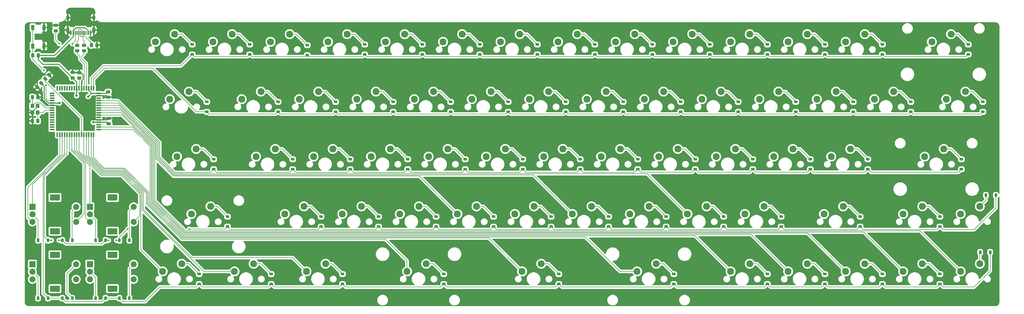
<source format=gbr>
%TF.GenerationSoftware,KiCad,Pcbnew,8.0.0*%
%TF.CreationDate,2024-11-20T19:58:16-08:00*%
%TF.ProjectId,Hampter1.3,48616d70-7465-4723-912e-332e6b696361,rev?*%
%TF.SameCoordinates,Original*%
%TF.FileFunction,Copper,L1,Top*%
%TF.FilePolarity,Positive*%
%FSLAX46Y46*%
G04 Gerber Fmt 4.6, Leading zero omitted, Abs format (unit mm)*
G04 Created by KiCad (PCBNEW 8.0.0) date 2024-11-20 19:58:16*
%MOMM*%
%LPD*%
G01*
G04 APERTURE LIST*
G04 Aperture macros list*
%AMRoundRect*
0 Rectangle with rounded corners*
0 $1 Rounding radius*
0 $2 $3 $4 $5 $6 $7 $8 $9 X,Y pos of 4 corners*
0 Add a 4 corners polygon primitive as box body*
4,1,4,$2,$3,$4,$5,$6,$7,$8,$9,$2,$3,0*
0 Add four circle primitives for the rounded corners*
1,1,$1+$1,$2,$3*
1,1,$1+$1,$4,$5*
1,1,$1+$1,$6,$7*
1,1,$1+$1,$8,$9*
0 Add four rect primitives between the rounded corners*
20,1,$1+$1,$2,$3,$4,$5,0*
20,1,$1+$1,$4,$5,$6,$7,0*
20,1,$1+$1,$6,$7,$8,$9,0*
20,1,$1+$1,$8,$9,$2,$3,0*%
G04 Aperture macros list end*
%TA.AperFunction,ComponentPad*%
%ADD10C,2.300000*%
%TD*%
%TA.AperFunction,SMDPad,CuDef*%
%ADD11RoundRect,0.225000X0.225000X0.375000X-0.225000X0.375000X-0.225000X-0.375000X0.225000X-0.375000X0*%
%TD*%
%TA.AperFunction,SMDPad,CuDef*%
%ADD12RoundRect,0.250000X-0.262500X-0.450000X0.262500X-0.450000X0.262500X0.450000X-0.262500X0.450000X0*%
%TD*%
%TA.AperFunction,SMDPad,CuDef*%
%ADD13RoundRect,0.225000X0.375000X-0.225000X0.375000X0.225000X-0.375000X0.225000X-0.375000X-0.225000X0*%
%TD*%
%TA.AperFunction,ComponentPad*%
%ADD14R,2.000000X2.000000*%
%TD*%
%TA.AperFunction,ComponentPad*%
%ADD15C,2.000000*%
%TD*%
%TA.AperFunction,ComponentPad*%
%ADD16R,3.200000X2.000000*%
%TD*%
%TA.AperFunction,SMDPad,CuDef*%
%ADD17R,0.550000X1.500000*%
%TD*%
%TA.AperFunction,SMDPad,CuDef*%
%ADD18R,1.500000X0.550000*%
%TD*%
%TA.AperFunction,SMDPad,CuDef*%
%ADD19RoundRect,0.250000X0.450000X-0.262500X0.450000X0.262500X-0.450000X0.262500X-0.450000X-0.262500X0*%
%TD*%
%TA.AperFunction,SMDPad,CuDef*%
%ADD20R,0.600000X1.450000*%
%TD*%
%TA.AperFunction,SMDPad,CuDef*%
%ADD21R,0.300000X1.450000*%
%TD*%
%TA.AperFunction,ComponentPad*%
%ADD22O,1.000000X2.100000*%
%TD*%
%TA.AperFunction,ComponentPad*%
%ADD23O,1.000000X1.600000*%
%TD*%
%TA.AperFunction,SMDPad,CuDef*%
%ADD24RoundRect,0.225000X-0.225000X-0.375000X0.225000X-0.375000X0.225000X0.375000X-0.225000X0.375000X0*%
%TD*%
%TA.AperFunction,SMDPad,CuDef*%
%ADD25RoundRect,0.250000X-0.450000X0.262500X-0.450000X-0.262500X0.450000X-0.262500X0.450000X0.262500X0*%
%TD*%
%TA.AperFunction,SMDPad,CuDef*%
%ADD26RoundRect,0.250000X0.262500X0.450000X-0.262500X0.450000X-0.262500X-0.450000X0.262500X-0.450000X0*%
%TD*%
%TA.AperFunction,SMDPad,CuDef*%
%ADD27R,1.200000X1.400000*%
%TD*%
%TA.AperFunction,SMDPad,CuDef*%
%ADD28RoundRect,0.250000X-0.132583X0.503814X-0.503814X0.132583X0.132583X-0.503814X0.503814X-0.132583X0*%
%TD*%
%TA.AperFunction,SMDPad,CuDef*%
%ADD29R,1.100000X1.800000*%
%TD*%
%TA.AperFunction,ViaPad*%
%ADD30C,0.600000*%
%TD*%
%TA.AperFunction,ViaPad*%
%ADD31C,0.800000*%
%TD*%
%TA.AperFunction,Conductor*%
%ADD32C,0.380000*%
%TD*%
%TA.AperFunction,Conductor*%
%ADD33C,0.200000*%
%TD*%
G04 APERTURE END LIST*
D10*
%TO.P,SW3_7,1,1*%
%TO.N,COL7*%
X361621244Y-189233449D03*
%TO.P,SW3_7,2,2*%
%TO.N,Net-(D49-A)*%
X367971244Y-186693449D03*
%TD*%
D11*
%TO.P,D72,1,K*%
%TO.N,ROW4*%
X187936500Y-217170000D03*
%TO.P,D72,2,A*%
%TO.N,Net-(D72-A)*%
X184636500Y-217170000D03*
%TD*%
D10*
%TO.P,SW2_1,1,1*%
%TO.N,COL1*%
X237793086Y-170182587D03*
%TO.P,SW2_1,2,2*%
%TO.N,Net-(D30-A)*%
X244143086Y-167642587D03*
%TD*%
%TO.P,SW0_10,1,1*%
%TO.N,COL10*%
X394970000Y-132080000D03*
%TO.P,SW0_10,2,2*%
%TO.N,Net-(D11-A)*%
X401320000Y-129540000D03*
%TD*%
D12*
%TO.P,C1,1*%
%TO.N,GND*%
X163696544Y-158329897D03*
%TO.P,C1,2*%
%TO.N,Net-(U1-XTAL1)*%
X165521544Y-158329897D03*
%TD*%
D13*
%TO.P,D18,1,K*%
%TO.N,ROW1*%
X302260000Y-155320000D03*
%TO.P,D18,2,A*%
%TO.N,Net-(D18-A)*%
X302260000Y-152020000D03*
%TD*%
D10*
%TO.P,SW3_3,1,1*%
%TO.N,COL3*%
X285421244Y-189233449D03*
%TO.P,SW3_3,2,2*%
%TO.N,Net-(D45-A)*%
X291771244Y-186693449D03*
%TD*%
D13*
%TO.P,D60,1,K*%
%TO.N,ROW4*%
X376174000Y-212470000D03*
%TO.P,D60,2,A*%
%TO.N,Net-(D60-A)*%
X376174000Y-209170000D03*
%TD*%
D10*
%TO.P,SW2_0,1,1*%
%TO.N,COL0*%
X211607400Y-170180000D03*
%TO.P,SW2_0,2,2*%
%TO.N,Net-(D29-A)*%
X217957400Y-167640000D03*
%TD*%
%TO.P,SW0_0,1,1*%
%TO.N,COL0*%
X204470000Y-132080000D03*
%TO.P,SW0_0,2,2*%
%TO.N,Net-(D1-A)*%
X210820000Y-129540000D03*
%TD*%
D11*
%TO.P,D68,1,K*%
%TO.N,ROW3*%
X187937500Y-197983680D03*
%TO.P,D68,2,A*%
%TO.N,Net-(D68-A)*%
X184637500Y-197983680D03*
%TD*%
D10*
%TO.P,SW1_3,1,1*%
%TO.N,COL3*%
X271132471Y-151130000D03*
%TO.P,SW1_3,2,2*%
%TO.N,Net-(D17-A)*%
X277482471Y-148590000D03*
%TD*%
D14*
%TO.P,SW2,A,A*%
%TO.N,COLA*%
X163692000Y-186857000D03*
D15*
%TO.P,SW2,B,B*%
%TO.N,COLB*%
X163692000Y-191857000D03*
%TO.P,SW2,C,C*%
%TO.N,Net-(D66-A)*%
X163692000Y-189357000D03*
D16*
%TO.P,SW2,MP*%
%TO.N,N/C*%
X171192000Y-183757000D03*
X171192000Y-194957000D03*
D15*
%TO.P,SW2,S1,S1*%
%TO.N,COLS*%
X178192000Y-191857000D03*
%TO.P,SW2,S2,S2*%
%TO.N,Net-(D67-A)*%
X178192000Y-186857000D03*
%TD*%
D13*
%TO.P,D10,1,K*%
%TO.N,ROW0*%
X388112000Y-136270000D03*
%TO.P,D10,2,A*%
%TO.N,Net-(D10-A)*%
X388112000Y-132970000D03*
%TD*%
%TO.P,D21,1,K*%
%TO.N,ROW1*%
X359410000Y-155320000D03*
%TO.P,D21,2,A*%
%TO.N,Net-(D21-A)*%
X359410000Y-152020000D03*
%TD*%
D10*
%TO.P,SW2_5,1,1*%
%TO.N,COL5*%
X313993086Y-170182587D03*
%TO.P,SW2_5,2,2*%
%TO.N,Net-(D34-A)*%
X320343086Y-167642587D03*
%TD*%
D13*
%TO.P,D36,1,K*%
%TO.N,ROW2*%
X364236000Y-174370000D03*
%TO.P,D36,2,A*%
%TO.N,Net-(D36-A)*%
X364236000Y-171070000D03*
%TD*%
%TO.P,D34,1,K*%
%TO.N,ROW2*%
X326136000Y-174370000D03*
%TO.P,D34,2,A*%
%TO.N,Net-(D34-A)*%
X326136000Y-171070000D03*
%TD*%
D10*
%TO.P,SW2_6,1,1*%
%TO.N,COL6*%
X333043086Y-170182587D03*
%TO.P,SW2_6,2,2*%
%TO.N,Net-(D35-A)*%
X339393086Y-167642587D03*
%TD*%
%TO.P,SW0_9,1,1*%
%TO.N,COL9*%
X375920000Y-132080000D03*
%TO.P,SW0_9,2,2*%
%TO.N,Net-(D10-A)*%
X382270000Y-129540000D03*
%TD*%
%TO.P,SW2_9,1,1*%
%TO.N,COL9*%
X390193086Y-170182587D03*
%TO.P,SW2_9,2,2*%
%TO.N,Net-(D38-A)*%
X396543086Y-167642587D03*
%TD*%
D13*
%TO.P,D42,1,K*%
%TO.N,ROW3*%
X228346000Y-193420000D03*
%TO.P,D42,2,A*%
%TO.N,Net-(D42-A)*%
X228346000Y-190120000D03*
%TD*%
D10*
%TO.P,SW1_4,1,1*%
%TO.N,COL4*%
X290182471Y-151130000D03*
%TO.P,SW1_4,2,2*%
%TO.N,Net-(D18-A)*%
X296532471Y-148590000D03*
%TD*%
D17*
%TO.P,U1,1,PE6*%
%TO.N,ROW1*%
X183976248Y-147488000D03*
%TO.P,U1,2,PE7*%
%TO.N,ROW0*%
X183176248Y-147488000D03*
%TO.P,U1,3,UVCC*%
%TO.N,+5V*%
X182376248Y-147488000D03*
%TO.P,U1,4,D-*%
%TO.N,Net-(U1-D-)*%
X181576248Y-147488000D03*
%TO.P,U1,5,D+*%
%TO.N,Net-(U1-D+)*%
X180776248Y-147488000D03*
%TO.P,U1,6,UGND*%
%TO.N,GND*%
X179976248Y-147488000D03*
%TO.P,U1,7,UCAP*%
%TO.N,Net-(U1-UCAP)*%
X179176248Y-147488000D03*
%TO.P,U1,8,VBUS*%
%TO.N,+5V*%
X178376248Y-147488000D03*
%TO.P,U1,9,PE3*%
%TO.N,unconnected-(U1-PE3-Pad9)*%
X177576248Y-147488000D03*
%TO.P,U1,10,PB0*%
%TO.N,unconnected-(U1-PB0-Pad10)*%
X176776248Y-147488000D03*
%TO.P,U1,11,PB1*%
%TO.N,unconnected-(U1-PB1-Pad11)*%
X175976248Y-147488000D03*
%TO.P,U1,12,PB2*%
%TO.N,unconnected-(U1-PB2-Pad12)*%
X175176248Y-147488000D03*
%TO.P,U1,13,PB3*%
%TO.N,unconnected-(U1-PB3-Pad13)*%
X174376248Y-147488000D03*
%TO.P,U1,14,PB4*%
%TO.N,unconnected-(U1-PB4-Pad14)*%
X173576248Y-147488000D03*
%TO.P,U1,15,PB5*%
%TO.N,unconnected-(U1-PB5-Pad15)*%
X172776248Y-147488000D03*
%TO.P,U1,16,PB6*%
%TO.N,unconnected-(U1-PB6-Pad16)*%
X171976248Y-147488000D03*
D18*
%TO.P,U1,17,PB7*%
%TO.N,unconnected-(U1-PB7-Pad17)*%
X170276248Y-149188000D03*
%TO.P,U1,18,PE4*%
%TO.N,unconnected-(U1-PE4-Pad18)*%
X170276248Y-149988000D03*
%TO.P,U1,19,PE5*%
%TO.N,unconnected-(U1-PE5-Pad19)*%
X170276248Y-150788000D03*
%TO.P,U1,20,~{RESET}*%
%TO.N,Net-(U1-~{RESET})*%
X170276248Y-151588000D03*
%TO.P,U1,21,VCC*%
%TO.N,+5V*%
X170276248Y-152388000D03*
%TO.P,U1,22,GND*%
%TO.N,GND*%
X170276248Y-153188000D03*
%TO.P,U1,23,XTAL2*%
%TO.N,Net-(U1-XTAL2)*%
X170276248Y-153988000D03*
%TO.P,U1,24,XTAL1*%
%TO.N,Net-(U1-XTAL1)*%
X170276248Y-154788000D03*
%TO.P,U1,25,PD0*%
%TO.N,unconnected-(U1-PD0-Pad25)*%
X170276248Y-155588000D03*
%TO.P,U1,26,PD1*%
%TO.N,unconnected-(U1-PD1-Pad26)*%
X170276248Y-156388000D03*
%TO.P,U1,27,PD2*%
%TO.N,unconnected-(U1-PD2-Pad27)*%
X170276248Y-157188000D03*
%TO.P,U1,28,PD3*%
%TO.N,unconnected-(U1-PD3-Pad28)*%
X170276248Y-157988000D03*
%TO.P,U1,29,PD4*%
%TO.N,unconnected-(U1-PD4-Pad29)*%
X170276248Y-158788000D03*
%TO.P,U1,30,PD5*%
%TO.N,unconnected-(U1-PD5-Pad30)*%
X170276248Y-159588000D03*
%TO.P,U1,31,PD6*%
%TO.N,unconnected-(U1-PD6-Pad31)*%
X170276248Y-160388000D03*
%TO.P,U1,32,PD7*%
%TO.N,unconnected-(U1-PD7-Pad32)*%
X170276248Y-161188000D03*
D17*
%TO.P,U1,33,PE0*%
%TO.N,unconnected-(U1-PE0-Pad33)*%
X171976248Y-162888000D03*
%TO.P,U1,34,PE1*%
%TO.N,COLB*%
X172776248Y-162888000D03*
%TO.P,U1,35,PC0*%
%TO.N,COLA*%
X173576248Y-162888000D03*
%TO.P,U1,36,PC1*%
%TO.N,ROW4*%
X174376248Y-162888000D03*
%TO.P,U1,37,PC2*%
%TO.N,ROW3*%
X175176248Y-162888000D03*
%TO.P,U1,38,PC3*%
%TO.N,COLS*%
X175976248Y-162888000D03*
%TO.P,U1,39,PC4*%
%TO.N,COLB2*%
X176776248Y-162888000D03*
%TO.P,U1,40,PC5*%
%TO.N,COLA2*%
X177576248Y-162888000D03*
%TO.P,U1,41,PC6*%
%TO.N,COLS2*%
X178376248Y-162888000D03*
%TO.P,U1,42,PC7*%
%TO.N,COL0*%
X179176248Y-162888000D03*
%TO.P,U1,43,PE2/~{HWB}*%
%TO.N,Net-(U1-PE2{slash}~{HWB})*%
X179976248Y-162888000D03*
%TO.P,U1,44,PA7*%
%TO.N,COL1*%
X180776248Y-162888000D03*
%TO.P,U1,45,PA6*%
%TO.N,COL2*%
X181576248Y-162888000D03*
%TO.P,U1,46,PA5*%
%TO.N,COL3*%
X182376248Y-162888000D03*
%TO.P,U1,47,PA4*%
%TO.N,COL5*%
X183176248Y-162888000D03*
%TO.P,U1,48,PA3*%
%TO.N,COL7*%
X183976248Y-162888000D03*
D18*
%TO.P,U1,49,PA2*%
%TO.N,COL9*%
X185676248Y-161188000D03*
%TO.P,U1,50,PA1*%
%TO.N,COL10*%
X185676248Y-160388000D03*
%TO.P,U1,51,PA0*%
%TO.N,unconnected-(U1-PA0-Pad51)*%
X185676248Y-159588000D03*
%TO.P,U1,52,VCC*%
%TO.N,+5V*%
X185676248Y-158788000D03*
%TO.P,U1,53,GND*%
%TO.N,GND*%
X185676248Y-157988000D03*
%TO.P,U1,54,PF7*%
%TO.N,unconnected-(U1-PF7-Pad54)*%
X185676248Y-157188000D03*
%TO.P,U1,55,PF6*%
%TO.N,COL11*%
X185676248Y-156388000D03*
%TO.P,U1,56,PF5*%
%TO.N,COL12*%
X185676248Y-155588000D03*
%TO.P,U1,57,PF4*%
%TO.N,COL13*%
X185676248Y-154788000D03*
%TO.P,U1,58,PF3*%
%TO.N,COL4*%
X185676248Y-153988000D03*
%TO.P,U1,59,PF2*%
%TO.N,COL6*%
X185676248Y-153188000D03*
%TO.P,U1,60,PF1*%
%TO.N,COL8*%
X185676248Y-152388000D03*
%TO.P,U1,61,PF0*%
%TO.N,ROW2*%
X185676248Y-151588000D03*
%TO.P,U1,62,AREF*%
%TO.N,unconnected-(U1-AREF-Pad62)*%
X185676248Y-150788000D03*
%TO.P,U1,63,GND*%
%TO.N,GND*%
X185676248Y-149988000D03*
%TO.P,U1,64,AVCC*%
%TO.N,+5V*%
X185676248Y-149188000D03*
%TD*%
D10*
%TO.P,SW1_9,1,1*%
%TO.N,COL9*%
X385432471Y-151130000D03*
%TO.P,SW1_9,2,2*%
%TO.N,Net-(D23-A)*%
X391782471Y-148590000D03*
%TD*%
%TO.P,SW3_2,1,1*%
%TO.N,COL2*%
X266371244Y-189233449D03*
%TO.P,SW3_2,2,2*%
%TO.N,Net-(D44-A)*%
X272721244Y-186693449D03*
%TD*%
%TO.P,SW0_4,1,1*%
%TO.N,COL4*%
X280670000Y-132080000D03*
%TO.P,SW0_4,2,2*%
%TO.N,Net-(D5-A)*%
X287020000Y-129540000D03*
%TD*%
%TO.P,SW4_7,1,1*%
%TO.N,COL10*%
X414020000Y-208285898D03*
%TO.P,SW4_7,2,2*%
%TO.N,Net-(D62-A)*%
X420370000Y-205745898D03*
%TD*%
D19*
%TO.P,C3,1*%
%TO.N,Net-(U1-UCAP)*%
X179215453Y-144128830D03*
%TO.P,C3,2*%
%TO.N,GND*%
X179215453Y-142303830D03*
%TD*%
D13*
%TO.P,D35,1,K*%
%TO.N,ROW2*%
X345186000Y-174370000D03*
%TO.P,D35,2,A*%
%TO.N,Net-(D35-A)*%
X345186000Y-171070000D03*
%TD*%
D14*
%TO.P,SW5,A,A*%
%TO.N,COLA2*%
X182742000Y-205907000D03*
D15*
%TO.P,SW5,B,B*%
%TO.N,COLB2*%
X182742000Y-210907000D03*
%TO.P,SW5,C,C*%
%TO.N,Net-(D72-A)*%
X182742000Y-208407000D03*
D16*
%TO.P,SW5,MP*%
%TO.N,N/C*%
X190242000Y-202807000D03*
X190242000Y-214007000D03*
D15*
%TO.P,SW5,S1,S1*%
%TO.N,COLS2*%
X197242000Y-210907000D03*
%TO.P,SW5,S2,S2*%
%TO.N,Net-(D73-A)*%
X197242000Y-205907000D03*
%TD*%
D14*
%TO.P,SW3,A,A*%
%TO.N,COLA2*%
X182742000Y-186857000D03*
D15*
%TO.P,SW3,B,B*%
%TO.N,COLB2*%
X182742000Y-191857000D03*
%TO.P,SW3,C,C*%
%TO.N,Net-(D68-A)*%
X182742000Y-189357000D03*
D16*
%TO.P,SW3,MP*%
%TO.N,N/C*%
X190242000Y-183757000D03*
X190242000Y-194957000D03*
D15*
%TO.P,SW3,S1,S1*%
%TO.N,COLS2*%
X197242000Y-191857000D03*
%TO.P,SW3,S2,S2*%
%TO.N,Net-(D69-A)*%
X197242000Y-186857000D03*
%TD*%
D10*
%TO.P,SW2_2,1,1*%
%TO.N,COL2*%
X256843086Y-170182587D03*
%TO.P,SW2_2,2,2*%
%TO.N,Net-(D31-A)*%
X263193086Y-167642587D03*
%TD*%
%TO.P,SW1_8,1,1*%
%TO.N,COL8*%
X366382471Y-151130000D03*
%TO.P,SW1_8,2,2*%
%TO.N,Net-(D22-A)*%
X372732471Y-148590000D03*
%TD*%
D13*
%TO.P,D46,1,K*%
%TO.N,ROW3*%
X316484000Y-193420000D03*
%TO.P,D46,2,A*%
%TO.N,Net-(D46-A)*%
X316484000Y-190120000D03*
%TD*%
D19*
%TO.P,R3,1*%
%TO.N,Net-(J1-CC2)*%
X171450000Y-128420500D03*
%TO.P,R3,2*%
%TO.N,GND*%
X171450000Y-126595500D03*
%TD*%
D10*
%TO.P,SW0_1,1,1*%
%TO.N,COL1*%
X223520000Y-132080000D03*
%TO.P,SW0_1,2,2*%
%TO.N,Net-(D2-A)*%
X229870000Y-129540000D03*
%TD*%
D13*
%TO.P,D6,1,K*%
%TO.N,ROW0*%
X311912000Y-136270000D03*
%TO.P,D6,2,A*%
%TO.N,Net-(D6-A)*%
X311912000Y-132970000D03*
%TD*%
D10*
%TO.P,SW4_3,1,1*%
%TO.N,COL3*%
X287808311Y-208282449D03*
%TO.P,SW4_3,2,2*%
%TO.N,Net-(D58-A)*%
X294158311Y-205742449D03*
%TD*%
D20*
%TO.P,J1,A1,GND*%
%TO.N,GND*%
X182955000Y-129140000D03*
%TO.P,J1,A4,VBUS*%
%TO.N,+5V*%
X182155000Y-129140000D03*
D21*
%TO.P,J1,A5,CC1*%
%TO.N,Net-(J1-CC1)*%
X180955000Y-129140000D03*
%TO.P,J1,A6,D+*%
%TO.N,D+*%
X179955000Y-129140000D03*
%TO.P,J1,A7,D-*%
%TO.N,D-*%
X179455000Y-129140000D03*
%TO.P,J1,A8,SBU1*%
%TO.N,unconnected-(J1-SBU1-PadA8)*%
X178455000Y-129140000D03*
D20*
%TO.P,J1,A9,VBUS*%
%TO.N,+5V*%
X177255000Y-129140000D03*
%TO.P,J1,A12,GND*%
%TO.N,GND*%
X176455000Y-129140000D03*
%TO.P,J1,B1,GND*%
X176455000Y-129140000D03*
%TO.P,J1,B4,VBUS*%
%TO.N,+5V*%
X177255000Y-129140000D03*
D21*
%TO.P,J1,B5,CC2*%
%TO.N,Net-(J1-CC2)*%
X177955000Y-129140000D03*
%TO.P,J1,B6,D+*%
%TO.N,D+*%
X178955000Y-129140000D03*
%TO.P,J1,B7,D-*%
%TO.N,D-*%
X180455000Y-129140000D03*
%TO.P,J1,B8,SBU2*%
%TO.N,unconnected-(J1-SBU2-PadB8)*%
X181455000Y-129140000D03*
D20*
%TO.P,J1,B9,VBUS*%
%TO.N,+5V*%
X182155000Y-129140000D03*
%TO.P,J1,B12,GND*%
%TO.N,GND*%
X182955000Y-129140000D03*
D22*
%TO.P,J1,S1,SHIELD*%
X184025000Y-128225000D03*
D23*
X184025000Y-124045000D03*
D22*
X175385000Y-128225000D03*
D23*
X175385000Y-124045000D03*
%TD*%
D10*
%TO.P,SW1_5,1,1*%
%TO.N,COL5*%
X309232471Y-151130000D03*
%TO.P,SW1_5,2,2*%
%TO.N,Net-(D19-A)*%
X315582471Y-148590000D03*
%TD*%
D13*
%TO.P,D9,1,K*%
%TO.N,ROW0*%
X369062000Y-136270000D03*
%TO.P,D9,2,A*%
%TO.N,Net-(D9-A)*%
X369062000Y-132970000D03*
%TD*%
%TO.P,D52,1,K*%
%TO.N,ROW3*%
X437896000Y-193420000D03*
%TO.P,D52,2,A*%
%TO.N,Net-(D52-A)*%
X437896000Y-190120000D03*
%TD*%
%TO.P,D58,1,K*%
%TO.N,ROW4*%
X299974000Y-212470000D03*
%TO.P,D58,2,A*%
%TO.N,Net-(D58-A)*%
X299974000Y-209170000D03*
%TD*%
%TO.P,D1,1,K*%
%TO.N,ROW0*%
X216662000Y-136270000D03*
%TO.P,D1,2,A*%
%TO.N,Net-(D1-A)*%
X216662000Y-132970000D03*
%TD*%
%TO.P,D24,1,K*%
%TO.N,ROW1*%
X416560000Y-155320000D03*
%TO.P,D24,2,A*%
%TO.N,Net-(D24-A)*%
X416560000Y-152020000D03*
%TD*%
D10*
%TO.P,SW2_8,1,1*%
%TO.N,COL8*%
X371143086Y-170182587D03*
%TO.P,SW2_8,2,2*%
%TO.N,Net-(D37-A)*%
X377493086Y-167642587D03*
%TD*%
%TO.P,SW2_11,1,1*%
%TO.N,COL11*%
X428293086Y-170182587D03*
%TO.P,SW2_11,2,2*%
%TO.N,Net-(D40-A)*%
X434643086Y-167642587D03*
%TD*%
D13*
%TO.P,D19,1,K*%
%TO.N,ROW1*%
X321310000Y-155320000D03*
%TO.P,D19,2,A*%
%TO.N,Net-(D19-A)*%
X321310000Y-152020000D03*
%TD*%
%TO.P,D11,1,K*%
%TO.N,ROW0*%
X407162000Y-136270000D03*
%TO.P,D11,2,A*%
%TO.N,Net-(D11-A)*%
X407162000Y-132970000D03*
%TD*%
D10*
%TO.P,SW0_6,1,1*%
%TO.N,COL6*%
X318770000Y-132080000D03*
%TO.P,SW0_6,2,2*%
%TO.N,Net-(D7-A)*%
X325120000Y-129540000D03*
%TD*%
D11*
%TO.P,D70,1,K*%
%TO.N,ROW4*%
X168887500Y-217170000D03*
%TO.P,D70,2,A*%
%TO.N,Net-(D70-A)*%
X165587500Y-217170000D03*
%TD*%
D10*
%TO.P,SW2_7,1,1*%
%TO.N,COL7*%
X352093086Y-170182587D03*
%TO.P,SW2_7,2,2*%
%TO.N,Net-(D36-A)*%
X358443086Y-167642587D03*
%TD*%
D13*
%TO.P,D4,1,K*%
%TO.N,ROW0*%
X273812000Y-136270000D03*
%TO.P,D4,2,A*%
%TO.N,Net-(D4-A)*%
X273812000Y-132970000D03*
%TD*%
%TO.P,D53,1,K*%
%TO.N,ROW3*%
X464312000Y-193420000D03*
%TO.P,D53,2,A*%
%TO.N,Net-(D53-A)*%
X464312000Y-190120000D03*
%TD*%
D10*
%TO.P,SW3_5,1,1*%
%TO.N,COL5*%
X323521244Y-189233449D03*
%TO.P,SW3_5,2,2*%
%TO.N,Net-(D47-A)*%
X329871244Y-186693449D03*
%TD*%
D13*
%TO.P,D43,1,K*%
%TO.N,ROW3*%
X259334000Y-193420000D03*
%TO.P,D43,2,A*%
%TO.N,Net-(D43-A)*%
X259334000Y-190120000D03*
%TD*%
%TO.P,D62,1,K*%
%TO.N,ROW4*%
X426212000Y-212470000D03*
%TO.P,D62,2,A*%
%TO.N,Net-(D62-A)*%
X426212000Y-209170000D03*
%TD*%
D10*
%TO.P,SW3_6,1,1*%
%TO.N,COL6*%
X342571244Y-189233449D03*
%TO.P,SW3_6,2,2*%
%TO.N,Net-(D48-A)*%
X348921244Y-186693449D03*
%TD*%
%TO.P,SW0_12,1,1*%
%TO.N,COL12*%
X433070000Y-132080000D03*
%TO.P,SW0_12,2,2*%
%TO.N,Net-(D13-A)*%
X439420000Y-129540000D03*
%TD*%
D13*
%TO.P,D27,1,K*%
%TO.N,ROW1*%
X478536000Y-155320000D03*
%TO.P,D27,2,A*%
%TO.N,Net-(D27-A)*%
X478536000Y-152020000D03*
%TD*%
D24*
%TO.P,D71,1,K*%
%TO.N,ROW4*%
X173610000Y-217170000D03*
%TO.P,D71,2,A*%
%TO.N,Net-(D71-A)*%
X176910000Y-217170000D03*
%TD*%
D13*
%TO.P,D22,1,K*%
%TO.N,ROW1*%
X378460000Y-155320000D03*
%TO.P,D22,2,A*%
%TO.N,Net-(D22-A)*%
X378460000Y-152020000D03*
%TD*%
D25*
%TO.P,R5,1*%
%TO.N,D-*%
X180848000Y-133251500D03*
%TO.P,R5,2*%
%TO.N,Net-(U1-D-)*%
X180848000Y-135076500D03*
%TD*%
D10*
%TO.P,SW3_4,1,1*%
%TO.N,COL4*%
X304471244Y-189233449D03*
%TO.P,SW3_4,2,2*%
%TO.N,Net-(D46-A)*%
X310821244Y-186693449D03*
%TD*%
%TO.P,SW4_10,1,1*%
%TO.N,COL13*%
X471170000Y-208285898D03*
%TO.P,SW4_10,2,2*%
%TO.N,Net-(D65-A)*%
X477520000Y-205745898D03*
%TD*%
D13*
%TO.P,D57,1,K*%
%TO.N,ROW4*%
X266446000Y-212470000D03*
%TO.P,D57,2,A*%
%TO.N,Net-(D57-A)*%
X266446000Y-209170000D03*
%TD*%
D10*
%TO.P,SW2_3,1,1*%
%TO.N,COL3*%
X275893086Y-170182587D03*
%TO.P,SW2_3,2,2*%
%TO.N,Net-(D32-A)*%
X282243086Y-167642587D03*
%TD*%
D26*
%TO.P,R1,1*%
%TO.N,+5V*%
X165655001Y-136554000D03*
%TO.P,R1,2*%
%TO.N,Net-(U1-~{RESET})*%
X163830001Y-136554000D03*
%TD*%
D13*
%TO.P,D2,1,K*%
%TO.N,ROW0*%
X235712000Y-136270000D03*
%TO.P,D2,2,A*%
%TO.N,Net-(D2-A)*%
X235712000Y-132970000D03*
%TD*%
D10*
%TO.P,SW1_10,1,1*%
%TO.N,COL10*%
X404482471Y-151130000D03*
%TO.P,SW1_10,2,2*%
%TO.N,Net-(D24-A)*%
X410832471Y-148590000D03*
%TD*%
%TO.P,SW1_11,1,1*%
%TO.N,COL11*%
X423532471Y-151130000D03*
%TO.P,SW1_11,2,2*%
%TO.N,Net-(D25-A)*%
X429882471Y-148590000D03*
%TD*%
%TO.P,SW3_11,1,1*%
%TO.N,COL12*%
X452120000Y-189230000D03*
%TO.P,SW3_11,2,2*%
%TO.N,Net-(D53-A)*%
X458470000Y-186690000D03*
%TD*%
D13*
%TO.P,D28,1,K*%
%TO.N,ROW0*%
X473710000Y-136270000D03*
%TO.P,D28,2,A*%
%TO.N,Net-(D28-A)*%
X473710000Y-132970000D03*
%TD*%
D11*
%TO.P,D65,1,K*%
%TO.N,ROW4*%
X480948000Y-201930000D03*
%TO.P,D65,2,A*%
%TO.N,Net-(D65-A)*%
X477648000Y-201930000D03*
%TD*%
D27*
%TO.P,Y1,1,1*%
%TO.N,Net-(U1-XTAL1)*%
X165459044Y-155535897D03*
%TO.P,Y1,2,2*%
%TO.N,GND*%
X165459044Y-153335897D03*
%TO.P,Y1,3,3*%
%TO.N,Net-(U1-XTAL2)*%
X163759044Y-153335897D03*
%TO.P,Y1,4,4*%
%TO.N,GND*%
X163759044Y-155535897D03*
%TD*%
D13*
%TO.P,D38,1,K*%
%TO.N,ROW2*%
X402336000Y-174370000D03*
%TO.P,D38,2,A*%
%TO.N,Net-(D38-A)*%
X402336000Y-171070000D03*
%TD*%
D10*
%TO.P,SW4_5,1,1*%
%TO.N,COL7*%
X364008311Y-208282449D03*
%TO.P,SW4_5,2,2*%
%TO.N,Net-(D60-A)*%
X370358311Y-205742449D03*
%TD*%
D13*
%TO.P,D49,1,K*%
%TO.N,ROW3*%
X373634000Y-193420000D03*
%TO.P,D49,2,A*%
%TO.N,Net-(D49-A)*%
X373634000Y-190120000D03*
%TD*%
%TO.P,D20,1,K*%
%TO.N,ROW1*%
X340360000Y-155320000D03*
%TO.P,D20,2,A*%
%TO.N,Net-(D20-A)*%
X340360000Y-152020000D03*
%TD*%
D12*
%TO.P,R2,1*%
%TO.N,Net-(J1-CC1)*%
X183284000Y-133177000D03*
%TO.P,R2,2*%
%TO.N,GND*%
X185109000Y-133177000D03*
%TD*%
D13*
%TO.P,D45,1,K*%
%TO.N,ROW3*%
X297434000Y-193420000D03*
%TO.P,D45,2,A*%
%TO.N,Net-(D45-A)*%
X297434000Y-190120000D03*
%TD*%
%TO.P,D29,1,K*%
%TO.N,ROW2*%
X223774000Y-174370000D03*
%TO.P,D29,2,A*%
%TO.N,Net-(D29-A)*%
X223774000Y-171070000D03*
%TD*%
D10*
%TO.P,SW0_7,1,1*%
%TO.N,COL7*%
X337820000Y-132080000D03*
%TO.P,SW0_7,2,2*%
%TO.N,Net-(D8-A)*%
X344170000Y-129540000D03*
%TD*%
%TO.P,SW4_9,1,1*%
%TO.N,COL12*%
X452120000Y-208285898D03*
%TO.P,SW4_9,2,2*%
%TO.N,Net-(D64-A)*%
X458470000Y-205745898D03*
%TD*%
%TO.P,SW3_10,1,1*%
%TO.N,COL11*%
X425910055Y-189235173D03*
%TO.P,SW3_10,2,2*%
%TO.N,Net-(D52-A)*%
X432260055Y-186695173D03*
%TD*%
D13*
%TO.P,D51,1,K*%
%TO.N,ROW3*%
X411734000Y-193420000D03*
%TO.P,D51,2,A*%
%TO.N,Net-(D51-A)*%
X411734000Y-190120000D03*
%TD*%
D10*
%TO.P,SW3_1,1,1*%
%TO.N,COL1*%
X247321244Y-189233449D03*
%TO.P,SW3_1,2,2*%
%TO.N,Net-(D43-A)*%
X253671244Y-186693449D03*
%TD*%
D14*
%TO.P,SW4,A,A*%
%TO.N,COLA*%
X163692000Y-205907000D03*
D15*
%TO.P,SW4,B,B*%
%TO.N,COLB*%
X163692000Y-210907000D03*
%TO.P,SW4,C,C*%
%TO.N,Net-(D70-A)*%
X163692000Y-208407000D03*
D16*
%TO.P,SW4,MP*%
%TO.N,N/C*%
X171192000Y-202807000D03*
X171192000Y-214007000D03*
D15*
%TO.P,SW4,S1,S1*%
%TO.N,COLS*%
X178192000Y-210907000D03*
%TO.P,SW4,S2,S2*%
%TO.N,Net-(D71-A)*%
X178192000Y-205907000D03*
%TD*%
D13*
%TO.P,D40,1,K*%
%TO.N,ROW2*%
X440436000Y-174370000D03*
%TO.P,D40,2,A*%
%TO.N,Net-(D40-A)*%
X440436000Y-171070000D03*
%TD*%
%TO.P,D55,1,K*%
%TO.N,ROW4*%
X218948000Y-212470000D03*
%TO.P,D55,2,A*%
%TO.N,Net-(D55-A)*%
X218948000Y-209170000D03*
%TD*%
%TO.P,D39,1,K*%
%TO.N,ROW2*%
X421386000Y-174370000D03*
%TO.P,D39,2,A*%
%TO.N,Net-(D39-A)*%
X421386000Y-171070000D03*
%TD*%
%TO.P,D44,1,K*%
%TO.N,ROW3*%
X278384000Y-193420000D03*
%TO.P,D44,2,A*%
%TO.N,Net-(D44-A)*%
X278384000Y-190120000D03*
%TD*%
%TO.P,D14,1,K*%
%TO.N,ROW1*%
X221488000Y-155320000D03*
%TO.P,D14,2,A*%
%TO.N,Net-(D14-A)*%
X221488000Y-152020000D03*
%TD*%
D10*
%TO.P,SW3_8,1,1*%
%TO.N,COL8*%
X380671244Y-189233449D03*
%TO.P,SW3_8,2,2*%
%TO.N,Net-(D50-A)*%
X387021244Y-186693449D03*
%TD*%
D13*
%TO.P,D47,1,K*%
%TO.N,ROW3*%
X335534000Y-193420000D03*
%TO.P,D47,2,A*%
%TO.N,Net-(D47-A)*%
X335534000Y-190120000D03*
%TD*%
D10*
%TO.P,SW0_11,1,1*%
%TO.N,COL11*%
X414020000Y-132080000D03*
%TO.P,SW0_11,2,2*%
%TO.N,Net-(D12-A)*%
X420370000Y-129540000D03*
%TD*%
D13*
%TO.P,D16,1,K*%
%TO.N,ROW1*%
X264160000Y-155320000D03*
%TO.P,D16,2,A*%
%TO.N,Net-(D16-A)*%
X264160000Y-152020000D03*
%TD*%
%TO.P,D33,1,K*%
%TO.N,ROW2*%
X307086000Y-174370000D03*
%TO.P,D33,2,A*%
%TO.N,Net-(D33-A)*%
X307086000Y-171070000D03*
%TD*%
D11*
%TO.P,D54,1,K*%
%TO.N,ROW3*%
X482837090Y-183007000D03*
%TO.P,D54,2,A*%
%TO.N,Net-(D54-A)*%
X479537090Y-183007000D03*
%TD*%
D13*
%TO.P,D17,1,K*%
%TO.N,ROW1*%
X283210000Y-155320000D03*
%TO.P,D17,2,A*%
%TO.N,Net-(D17-A)*%
X283210000Y-152020000D03*
%TD*%
%TO.P,D64,1,K*%
%TO.N,ROW4*%
X464312000Y-212470000D03*
%TO.P,D64,2,A*%
%TO.N,Net-(D64-A)*%
X464312000Y-209170000D03*
%TD*%
D10*
%TO.P,SW1_1,1,1*%
%TO.N,COL1*%
X233032471Y-151130000D03*
%TO.P,SW1_1,2,2*%
%TO.N,Net-(D15-A)*%
X239382471Y-148590000D03*
%TD*%
D28*
%TO.P,R6,1*%
%TO.N,GND*%
X169256024Y-143103627D03*
%TO.P,R6,2*%
%TO.N,Net-(U1-PE2{slash}~{HWB})*%
X167965554Y-144394097D03*
%TD*%
D13*
%TO.P,D50,1,K*%
%TO.N,ROW3*%
X392684000Y-193420000D03*
%TO.P,D50,2,A*%
%TO.N,Net-(D50-A)*%
X392684000Y-190120000D03*
%TD*%
D24*
%TO.P,D73,1,K*%
%TO.N,ROW4*%
X192534000Y-217170000D03*
%TO.P,D73,2,A*%
%TO.N,Net-(D73-A)*%
X195834000Y-217170000D03*
%TD*%
D25*
%TO.P,C6,1*%
%TO.N,+5V*%
X188816365Y-148659054D03*
%TO.P,C6,2*%
%TO.N,GND*%
X188816365Y-150484054D03*
%TD*%
D10*
%TO.P,SW0_2,1,1*%
%TO.N,COL2*%
X242570000Y-132080000D03*
%TO.P,SW0_2,2,2*%
%TO.N,Net-(D3-A)*%
X248920000Y-129540000D03*
%TD*%
D13*
%TO.P,D30,1,K*%
%TO.N,ROW2*%
X249936000Y-174370000D03*
%TO.P,D30,2,A*%
%TO.N,Net-(D30-A)*%
X249936000Y-171070000D03*
%TD*%
D10*
%TO.P,SW2_4,1,1*%
%TO.N,COL4*%
X294943086Y-170182587D03*
%TO.P,SW2_4,2,2*%
%TO.N,Net-(D33-A)*%
X301293086Y-167642587D03*
%TD*%
%TO.P,SW4_0,1,1*%
%TO.N,COL0*%
X206846730Y-208282449D03*
%TO.P,SW4_0,2,2*%
%TO.N,Net-(D55-A)*%
X213196730Y-205742449D03*
%TD*%
D13*
%TO.P,D37,1,K*%
%TO.N,ROW2*%
X383286000Y-174370000D03*
%TO.P,D37,2,A*%
%TO.N,Net-(D37-A)*%
X383286000Y-171070000D03*
%TD*%
%TO.P,D23,1,K*%
%TO.N,ROW1*%
X397510000Y-155320000D03*
%TO.P,D23,2,A*%
%TO.N,Net-(D23-A)*%
X397510000Y-152020000D03*
%TD*%
D10*
%TO.P,SW4_1,1,1*%
%TO.N,COL1*%
X230658311Y-208282449D03*
%TO.P,SW4_1,2,2*%
%TO.N,Net-(D56-A)*%
X237008311Y-205742449D03*
%TD*%
%TO.P,SW4_2,1,1*%
%TO.N,COL2*%
X254475290Y-208282449D03*
%TO.P,SW4_2,2,2*%
%TO.N,Net-(D57-A)*%
X260825290Y-205742449D03*
%TD*%
%TO.P,SW3_9,1,1*%
%TO.N,COL9*%
X399721244Y-189233449D03*
%TO.P,SW3_9,2,2*%
%TO.N,Net-(D51-A)*%
X406071244Y-186693449D03*
%TD*%
D25*
%TO.P,R4,1*%
%TO.N,D+*%
X178562000Y-133251500D03*
%TO.P,R4,2*%
%TO.N,Net-(U1-D+)*%
X178562000Y-135076500D03*
%TD*%
D13*
%TO.P,D32,1,K*%
%TO.N,ROW2*%
X288036000Y-174370000D03*
%TO.P,D32,2,A*%
%TO.N,Net-(D32-A)*%
X288036000Y-171070000D03*
%TD*%
D10*
%TO.P,SW1_0,1,1*%
%TO.N,COL0*%
X209232671Y-151130000D03*
%TO.P,SW1_0,2,2*%
%TO.N,Net-(D14-A)*%
X215582671Y-148590000D03*
%TD*%
D26*
%TO.P,C2,1*%
%TO.N,GND*%
X165521544Y-150455897D03*
%TO.P,C2,2*%
%TO.N,Net-(U1-XTAL2)*%
X163696544Y-150455897D03*
%TD*%
D13*
%TO.P,D8,1,K*%
%TO.N,ROW0*%
X350012000Y-136270000D03*
%TO.P,D8,2,A*%
%TO.N,Net-(D8-A)*%
X350012000Y-132970000D03*
%TD*%
D10*
%TO.P,SW2_12,1,1*%
%TO.N,COL13*%
X459255686Y-170182587D03*
%TO.P,SW2_12,2,2*%
%TO.N,Net-(D41-A)*%
X465605686Y-167642587D03*
%TD*%
D13*
%TO.P,D3,1,K*%
%TO.N,ROW0*%
X254762000Y-136524000D03*
%TO.P,D3,2,A*%
%TO.N,Net-(D3-A)*%
X254762000Y-133224000D03*
%TD*%
%TO.P,D56,1,K*%
%TO.N,ROW4*%
X242824000Y-212470000D03*
%TO.P,D56,2,A*%
%TO.N,Net-(D56-A)*%
X242824000Y-209170000D03*
%TD*%
D10*
%TO.P,SW4_8,1,1*%
%TO.N,COL11*%
X433070000Y-208285898D03*
%TO.P,SW4_8,2,2*%
%TO.N,Net-(D63-A)*%
X439420000Y-205745898D03*
%TD*%
D13*
%TO.P,D48,1,K*%
%TO.N,ROW3*%
X354584000Y-193420000D03*
%TO.P,D48,2,A*%
%TO.N,Net-(D48-A)*%
X354584000Y-190120000D03*
%TD*%
D10*
%TO.P,SW1_7,1,1*%
%TO.N,COL7*%
X347332471Y-151130000D03*
%TO.P,SW1_7,2,2*%
%TO.N,Net-(D21-A)*%
X353682471Y-148590000D03*
%TD*%
%TO.P,SW4_6,1,1*%
%TO.N,COL9*%
X394970000Y-208285898D03*
%TO.P,SW4_6,2,2*%
%TO.N,Net-(D61-A)*%
X401320000Y-205745898D03*
%TD*%
%TO.P,SW3_0,1,1*%
%TO.N,COL0*%
X216364994Y-189233449D03*
%TO.P,SW3_0,2,2*%
%TO.N,Net-(D42-A)*%
X222714994Y-186693449D03*
%TD*%
D13*
%TO.P,D7,1,K*%
%TO.N,ROW0*%
X330962000Y-136270000D03*
%TO.P,D7,2,A*%
%TO.N,Net-(D7-A)*%
X330962000Y-132970000D03*
%TD*%
%TO.P,D25,1,K*%
%TO.N,ROW1*%
X435610000Y-155320000D03*
%TO.P,D25,2,A*%
%TO.N,Net-(D25-A)*%
X435610000Y-152020000D03*
%TD*%
D28*
%TO.P,C4,1*%
%TO.N,+5V*%
X166604232Y-145792279D03*
%TO.P,C4,2*%
%TO.N,GND*%
X165313762Y-147082749D03*
%TD*%
D13*
%TO.P,D5,1,K*%
%TO.N,ROW0*%
X292862000Y-136270000D03*
%TO.P,D5,2,A*%
%TO.N,Net-(D5-A)*%
X292862000Y-132970000D03*
%TD*%
%TO.P,D26,1,K*%
%TO.N,ROW1*%
X454660000Y-155320000D03*
%TO.P,D26,2,A*%
%TO.N,Net-(D26-A)*%
X454660000Y-152020000D03*
%TD*%
D10*
%TO.P,SW3_12,1,1*%
%TO.N,COL13*%
X471170000Y-189230000D03*
%TO.P,SW3_12,2,2*%
%TO.N,Net-(D54-A)*%
X477520000Y-186690000D03*
%TD*%
%TO.P,SW0_3,1,1*%
%TO.N,COL3*%
X261620000Y-132080000D03*
%TO.P,SW0_3,2,2*%
%TO.N,Net-(D4-A)*%
X267970000Y-129540000D03*
%TD*%
%TO.P,SW0_13,1,1*%
%TO.N,COL13*%
X461645000Y-132080000D03*
%TO.P,SW0_13,2,2*%
%TO.N,Net-(D28-A)*%
X467995000Y-129540000D03*
%TD*%
%TO.P,SW4_4,1,1*%
%TO.N,COL5*%
X325908311Y-208282449D03*
%TO.P,SW4_4,2,2*%
%TO.N,Net-(D59-A)*%
X332258311Y-205742449D03*
%TD*%
D24*
%TO.P,D67,1,K*%
%TO.N,ROW3*%
X173610000Y-197993000D03*
%TO.P,D67,2,A*%
%TO.N,Net-(D67-A)*%
X176910000Y-197993000D03*
%TD*%
D10*
%TO.P,SW1_6,1,1*%
%TO.N,COL6*%
X328282471Y-151130000D03*
%TO.P,SW1_6,2,2*%
%TO.N,Net-(D20-A)*%
X334632471Y-148590000D03*
%TD*%
D13*
%TO.P,D15,1,K*%
%TO.N,ROW1*%
X245110000Y-155320000D03*
%TO.P,D15,2,A*%
%TO.N,Net-(D15-A)*%
X245110000Y-152020000D03*
%TD*%
%TO.P,D12,1,K*%
%TO.N,ROW0*%
X426212000Y-136270000D03*
%TO.P,D12,2,A*%
%TO.N,Net-(D12-A)*%
X426212000Y-132970000D03*
%TD*%
D24*
%TO.P,D69,1,K*%
%TO.N,ROW3*%
X192534000Y-197993000D03*
%TO.P,D69,2,A*%
%TO.N,Net-(D69-A)*%
X195834000Y-197993000D03*
%TD*%
D13*
%TO.P,D13,1,K*%
%TO.N,ROW0*%
X445262000Y-136270000D03*
%TO.P,D13,2,A*%
%TO.N,Net-(D13-A)*%
X445262000Y-132970000D03*
%TD*%
D10*
%TO.P,SW1_12,1,1*%
%TO.N,COL12*%
X442582471Y-151130000D03*
%TO.P,SW1_12,2,2*%
%TO.N,Net-(D26-A)*%
X448932471Y-148590000D03*
%TD*%
D19*
%TO.P,C5,1*%
%TO.N,+5V*%
X177052230Y-144108072D03*
%TO.P,C5,2*%
%TO.N,GND*%
X177052230Y-142283072D03*
%TD*%
D13*
%TO.P,D59,1,K*%
%TO.N,ROW4*%
X338074000Y-212470000D03*
%TO.P,D59,2,A*%
%TO.N,Net-(D59-A)*%
X338074000Y-209170000D03*
%TD*%
D10*
%TO.P,SW1_2,1,1*%
%TO.N,COL2*%
X252082471Y-151130000D03*
%TO.P,SW1_2,2,2*%
%TO.N,Net-(D16-A)*%
X258432471Y-148590000D03*
%TD*%
D29*
%TO.P,SW1,1,1*%
%TO.N,GND*%
X167530002Y-127306000D03*
X167530002Y-133506000D03*
%TO.P,SW1,2,2*%
%TO.N,Net-(U1-~{RESET})*%
X163830000Y-127306000D03*
X163830000Y-133506000D03*
%TD*%
D10*
%TO.P,SW2_10,1,1*%
%TO.N,COL10*%
X409243086Y-170182587D03*
%TO.P,SW2_10,2,2*%
%TO.N,Net-(D39-A)*%
X415593086Y-167642587D03*
%TD*%
D19*
%TO.P,C7,1*%
%TO.N,+5V*%
X188995971Y-159284705D03*
%TO.P,C7,2*%
%TO.N,GND*%
X188995971Y-157459705D03*
%TD*%
D11*
%TO.P,D66,1,K*%
%TO.N,ROW3*%
X168909000Y-197993000D03*
%TO.P,D66,2,A*%
%TO.N,Net-(D66-A)*%
X165609000Y-197993000D03*
%TD*%
D10*
%TO.P,SW1_13,1,1*%
%TO.N,COL13*%
X466408149Y-151136070D03*
%TO.P,SW1_13,2,2*%
%TO.N,Net-(D27-A)*%
X472758149Y-148596070D03*
%TD*%
D13*
%TO.P,D31,1,K*%
%TO.N,ROW2*%
X268986000Y-174370000D03*
%TO.P,D31,2,A*%
%TO.N,Net-(D31-A)*%
X268986000Y-171070000D03*
%TD*%
D10*
%TO.P,SW0_5,1,1*%
%TO.N,COL5*%
X299720000Y-132080000D03*
%TO.P,SW0_5,2,2*%
%TO.N,Net-(D6-A)*%
X306070000Y-129540000D03*
%TD*%
%TO.P,SW0_8,1,1*%
%TO.N,COL8*%
X356870000Y-132080000D03*
%TO.P,SW0_8,2,2*%
%TO.N,Net-(D9-A)*%
X363220000Y-129540000D03*
%TD*%
D13*
%TO.P,D63,1,K*%
%TO.N,ROW4*%
X445262000Y-212470000D03*
%TO.P,D63,2,A*%
%TO.N,Net-(D63-A)*%
X445262000Y-209170000D03*
%TD*%
%TO.P,D41,1,K*%
%TO.N,ROW2*%
X471424000Y-174370000D03*
%TO.P,D41,2,A*%
%TO.N,Net-(D41-A)*%
X471424000Y-171070000D03*
%TD*%
%TO.P,D61,1,K*%
%TO.N,ROW4*%
X407162000Y-212470000D03*
%TO.P,D61,2,A*%
%TO.N,Net-(D61-A)*%
X407162000Y-209170000D03*
%TD*%
D30*
%TO.N,GND*%
X165608000Y-130429000D03*
X169799000Y-131191000D03*
D31*
X174294343Y-155996223D03*
D30*
X161925000Y-135255000D03*
D31*
X180218418Y-153034135D03*
D30*
X192786000Y-145288000D03*
X190119000Y-179832000D03*
D31*
X181853879Y-157988000D03*
D30*
X192405000Y-133731000D03*
X480441000Y-163576000D03*
X187198000Y-150622000D03*
X187325000Y-157353000D03*
X183642000Y-150368000D03*
X472694000Y-217043000D03*
X180848000Y-149352000D03*
X329184000Y-201803000D03*
X259588000Y-217170000D03*
X178054000Y-201295000D03*
X173609000Y-159258000D03*
X175895000Y-171958000D03*
X181864000Y-153797000D03*
X175514000Y-138176000D03*
X192278000Y-158369000D03*
X165608000Y-168402000D03*
D31*
%TO.N,+5V*%
X172677897Y-152404121D03*
X178335458Y-149979452D03*
X182196969Y-150248859D03*
X183903217Y-158778001D03*
D30*
%TO.N,ROW3*%
X191516000Y-197993000D03*
X188976000Y-197993000D03*
X170053000Y-197993000D03*
X172466000Y-197993000D03*
X195233415Y-194257000D03*
X215646000Y-194218000D03*
%TO.N,Net-(J1-CC2)*%
X176911000Y-132767000D03*
X172593000Y-132715000D03*
%TO.N,Net-(U1-~{RESET})*%
X168251579Y-146489524D03*
X167513000Y-141605000D03*
%TD*%
D32*
%TO.N,GND*%
X185109000Y-131676500D02*
X184025000Y-130592500D01*
X182955000Y-129140000D02*
X183110000Y-129140000D01*
X169084146Y-153188000D02*
X170276248Y-153188000D01*
X172834500Y-126595500D02*
X175385000Y-124045000D01*
X162329046Y-149731397D02*
X163091045Y-148969396D01*
X164488046Y-148969398D02*
X165521544Y-150002896D01*
X171450000Y-126595500D02*
X172834500Y-126595500D01*
X183110000Y-129140000D02*
X184025000Y-128225000D01*
X169256024Y-143103627D02*
X167265893Y-143103627D01*
X184899706Y-157988000D02*
X185676248Y-157988000D01*
X179215453Y-142303830D02*
X179752588Y-142303830D01*
X169239000Y-127306000D02*
X169949500Y-126595500D01*
X163759045Y-155286398D02*
X163759045Y-155535898D01*
X184536247Y-150424052D02*
X184536246Y-150351459D01*
X168253648Y-153188000D02*
X165521544Y-150455897D01*
X167530002Y-127306000D02*
X169239000Y-127306000D01*
X184536248Y-157624544D02*
X184899706Y-157988000D01*
X188320312Y-149988001D02*
X185676249Y-149988001D01*
X167020010Y-148788998D02*
X167020010Y-151123865D01*
X169949500Y-126595500D02*
X171450000Y-126595500D01*
X184025000Y-130592500D02*
X184025000Y-128225000D01*
X167020010Y-151123865D02*
X169084146Y-153188000D01*
X170276248Y-153188000D02*
X168253648Y-153188000D01*
X176455000Y-129140000D02*
X176300000Y-129140000D01*
X165313762Y-145055758D02*
X165313762Y-147082749D01*
X180218418Y-152945830D02*
X180218418Y-153034135D01*
X184899705Y-149988001D02*
X184536246Y-150351459D01*
X188816365Y-150484054D02*
X188320312Y-149988001D01*
X177072987Y-142303829D02*
X179215453Y-142303830D01*
X180464727Y-143015967D02*
X180464727Y-144632413D01*
X163759045Y-155535898D02*
X163759045Y-158267397D01*
X163091045Y-148969396D02*
X164488046Y-148969398D01*
X165521544Y-150002896D02*
X165521544Y-150455897D01*
X165459045Y-153335897D02*
X165459045Y-153586398D01*
X188995971Y-157459705D02*
X188467675Y-157988000D01*
X167530002Y-127306000D02*
X167530002Y-133506000D01*
X181658153Y-151506095D02*
X180218418Y-152945830D01*
X165313762Y-147082749D02*
X167020010Y-148788998D01*
X185109000Y-131676500D02*
X185109000Y-133177000D01*
X179976248Y-145120892D02*
X179976248Y-147488000D01*
X179976248Y-147488000D02*
X179976248Y-149824190D01*
X181853879Y-157988000D02*
X185676248Y-157988000D01*
X183454204Y-151506095D02*
X184536247Y-150424052D01*
X174294343Y-155996223D02*
X171486120Y-153188000D01*
X167265893Y-143103627D02*
X165313762Y-145055758D01*
X177052231Y-142283072D02*
X177072987Y-142303829D01*
X163759045Y-158267397D02*
X163696544Y-158329897D01*
X185676249Y-149988001D02*
X184899705Y-149988001D01*
X184536246Y-150351459D02*
X184536248Y-157624544D01*
X179976248Y-149824190D02*
X181658153Y-151506095D01*
X163759045Y-155535898D02*
X162329046Y-154105899D01*
X180464727Y-144632413D02*
X179976248Y-145120892D01*
X181658153Y-151506095D02*
X183454204Y-151506095D01*
X162329046Y-154105899D02*
X162329046Y-149731397D01*
X176300000Y-129140000D02*
X175385000Y-128225000D01*
X179752588Y-142303830D02*
X180464727Y-143015967D01*
X165459045Y-153586398D02*
X163759045Y-155286398D01*
X188467675Y-157988000D02*
X185676248Y-157988000D01*
X171486120Y-153188000D02*
X170276248Y-153188000D01*
D33*
%TO.N,Net-(U1-UCAP)*%
X179215453Y-147448796D02*
X179176249Y-147488001D01*
X179215453Y-144128829D02*
X179215453Y-147448796D01*
%TO.N,Net-(U1-XTAL1)*%
X165521544Y-158329897D02*
X165521544Y-155598397D01*
X170276248Y-154788001D02*
X170246772Y-154817476D01*
X170246772Y-154817476D02*
X167973516Y-154817476D01*
X167255095Y-155535897D02*
X165459044Y-155535897D01*
X165521544Y-155598397D02*
X165459044Y-155535897D01*
X167973516Y-154817476D02*
X167255095Y-155535897D01*
%TO.N,Net-(U1-XTAL2)*%
X170276248Y-153988001D02*
X170275633Y-153987385D01*
X170207699Y-153919451D02*
X170276248Y-153988001D01*
X163759044Y-153235897D02*
X163759045Y-153335897D01*
X163759045Y-153335897D02*
X163759045Y-150518397D01*
X163759045Y-150518397D02*
X163696544Y-150455897D01*
X166389961Y-152335896D02*
X164659045Y-152335896D01*
X164659045Y-152335896D02*
X163759044Y-153235897D01*
X170275633Y-153987385D02*
X168041450Y-153987385D01*
X168041450Y-153987385D02*
X166389961Y-152335896D01*
D32*
%TO.N,+5V*%
X188816365Y-148659054D02*
X188287418Y-149188001D01*
X171069000Y-136577000D02*
X171046000Y-136554000D01*
X188287418Y-149188001D02*
X185676248Y-149188001D01*
X165655001Y-138021001D02*
X167179001Y-139545001D01*
X182155000Y-128336873D02*
X182155000Y-129140000D01*
X169104390Y-152388000D02*
X167648628Y-150932239D01*
X171046000Y-136554000D02*
X165655001Y-136554000D01*
X178376248Y-149938662D02*
X178376248Y-147488000D01*
X177255000Y-129140000D02*
X177255000Y-130391000D01*
X188499266Y-158788000D02*
X185676249Y-158788000D01*
X177255000Y-128336873D02*
X178140873Y-127451000D01*
X177255000Y-129140000D02*
X177255000Y-128336873D01*
X182196969Y-150248859D02*
X183257827Y-149188001D01*
X170276248Y-152388000D02*
X170292369Y-152404121D01*
X182376248Y-148264544D02*
X182376248Y-147488001D01*
X188995971Y-159284705D02*
X188499266Y-158788000D01*
X165655001Y-136554000D02*
X165655001Y-138021001D01*
X167648628Y-150932239D02*
X167648628Y-146836676D01*
X181269127Y-127451000D02*
X182155000Y-128336873D01*
X172489159Y-139545001D02*
X177052230Y-144108072D01*
X170292369Y-152404121D02*
X172677897Y-152404121D01*
X183903217Y-158778001D02*
X183913216Y-158788000D01*
X170276248Y-152388000D02*
X169104390Y-152388000D01*
X177255000Y-130391000D02*
X171069000Y-136577000D01*
X183913216Y-158788000D02*
X185676249Y-158788000D01*
X178376249Y-145432090D02*
X178376248Y-147488000D01*
X183257827Y-149188001D02*
X183299706Y-149188001D01*
X167648628Y-146836676D02*
X166604232Y-145792279D01*
X178140873Y-127451000D02*
X181269127Y-127451000D01*
X185676248Y-149188001D02*
X183299706Y-149188001D01*
X177052230Y-144108072D02*
X178376249Y-145432090D01*
X183299706Y-149188001D02*
X182376248Y-148264544D01*
X178335458Y-149979452D02*
X178376248Y-149938662D01*
X167179001Y-139545001D02*
X172489159Y-139545001D01*
D33*
%TO.N,Net-(D1-A)*%
X213232000Y-129540000D02*
X216662000Y-132970000D01*
X210820000Y-129540000D02*
X213232000Y-129540000D01*
%TO.N,ROW0*%
X254762000Y-136524000D02*
X255201900Y-136963900D01*
X254322100Y-136963900D02*
X254762000Y-136524000D01*
X235018100Y-136963900D02*
X235712000Y-136270000D01*
X216662000Y-136270000D02*
X217355900Y-136963900D01*
X330962000Y-136270000D02*
X330268100Y-136963900D01*
X407855900Y-136963900D02*
X425518100Y-136963900D01*
X369755900Y-136963900D02*
X387418100Y-136963900D01*
X183176248Y-144102752D02*
X183176248Y-147488000D01*
X407162000Y-136270000D02*
X407855900Y-136963900D01*
X445262000Y-136270000D02*
X445955900Y-136963900D01*
X293808900Y-136963900D02*
X311218100Y-136963900D01*
X406468100Y-136963900D02*
X407162000Y-136270000D01*
X444568100Y-136963900D02*
X445262000Y-136270000D01*
X425518100Y-136963900D02*
X426212000Y-136270000D01*
X235712000Y-136270000D02*
X236405900Y-136963900D01*
X311218100Y-136963900D02*
X311912000Y-136270000D01*
X216662000Y-136270000D02*
X212851000Y-140081000D01*
X274505900Y-136963900D02*
X292168100Y-136963900D01*
X445955900Y-136963900D02*
X473016100Y-136963900D01*
X350705900Y-136963900D02*
X368368100Y-136963900D01*
X273118100Y-136963900D02*
X273812000Y-136270000D01*
X426212000Y-136270000D02*
X426905900Y-136963900D01*
X292862000Y-136270000D02*
X293115000Y-136270000D01*
X273812000Y-136270000D02*
X274505900Y-136963900D01*
X330268100Y-136963900D02*
X312605900Y-136963900D01*
X350012000Y-136270000D02*
X349318100Y-136963900D01*
X217355900Y-136963900D02*
X235018100Y-136963900D01*
X331655900Y-136963900D02*
X330962000Y-136270000D01*
X473016100Y-136963900D02*
X473710000Y-136270000D01*
X212851000Y-140081000D02*
X187198000Y-140081000D01*
X312605900Y-136963900D02*
X311912000Y-136270000D01*
X236405900Y-136963900D02*
X254322100Y-136963900D01*
X388112000Y-136270000D02*
X388805900Y-136963900D01*
X369062000Y-136270000D02*
X369755900Y-136963900D01*
X388805900Y-136963900D02*
X406468100Y-136963900D01*
X293115000Y-136270000D02*
X293808900Y-136963900D01*
X387418100Y-136963900D02*
X388112000Y-136270000D01*
X350012000Y-136270000D02*
X350705900Y-136963900D01*
X368368100Y-136963900D02*
X369062000Y-136270000D01*
X426905900Y-136963900D02*
X444568100Y-136963900D01*
X292168100Y-136963900D02*
X292862000Y-136270000D01*
X187198000Y-140081000D02*
X183176248Y-144102752D01*
X255201900Y-136963900D02*
X273118100Y-136963900D01*
X349318100Y-136963900D02*
X331655900Y-136963900D01*
%TO.N,Net-(D2-A)*%
X229870000Y-129540000D02*
X232282000Y-129540000D01*
X232282000Y-129540000D02*
X235712000Y-132970000D01*
%TO.N,Net-(D3-A)*%
X251078000Y-129540000D02*
X254762000Y-133224000D01*
X248920000Y-129540000D02*
X251078000Y-129540000D01*
%TO.N,Net-(D4-A)*%
X270382000Y-129540000D02*
X273812000Y-132970000D01*
X267970000Y-129540000D02*
X270382000Y-129540000D01*
%TO.N,Net-(D5-A)*%
X287020000Y-129540000D02*
X289432000Y-129540000D01*
X289432000Y-129540000D02*
X292862000Y-132970000D01*
%TO.N,Net-(D6-A)*%
X306070000Y-129540000D02*
X308482000Y-129540000D01*
X308482000Y-129540000D02*
X311912000Y-132970000D01*
%TO.N,Net-(D7-A)*%
X327532000Y-129540000D02*
X330962000Y-132970000D01*
X325120000Y-129540000D02*
X327532000Y-129540000D01*
%TO.N,Net-(D8-A)*%
X344170000Y-129540000D02*
X346582000Y-129540000D01*
X346582000Y-129540000D02*
X350012000Y-132970000D01*
%TO.N,Net-(D9-A)*%
X365632000Y-129540000D02*
X369062000Y-132970000D01*
X363220000Y-129540000D02*
X365632000Y-129540000D01*
%TO.N,Net-(D10-A)*%
X382270000Y-129540000D02*
X384682000Y-129540000D01*
X384682000Y-129540000D02*
X388112000Y-132970000D01*
%TO.N,Net-(D11-A)*%
X403732000Y-129540000D02*
X407162000Y-132970000D01*
X401320000Y-129540000D02*
X403732000Y-129540000D01*
%TO.N,Net-(D12-A)*%
X420370000Y-129540000D02*
X422782000Y-129540000D01*
X422782000Y-129540000D02*
X426212000Y-132970000D01*
%TO.N,Net-(D13-A)*%
X441832000Y-129540000D02*
X445262000Y-132970000D01*
X439420000Y-129540000D02*
X441832000Y-129540000D01*
%TO.N,Net-(D14-A)*%
X215582671Y-148590000D02*
X218058000Y-148590000D01*
X218058000Y-148590000D02*
X221488000Y-152020000D01*
%TO.N,ROW1*%
X416560000Y-155320000D02*
X417253900Y-156013900D01*
X455359970Y-156019970D02*
X454660000Y-155320000D01*
X302953900Y-156013900D02*
X302260000Y-155320000D01*
X379153900Y-156013900D02*
X396816100Y-156013900D01*
X453966100Y-156013900D02*
X436303900Y-156013900D01*
X478536000Y-155320000D02*
X477836030Y-156019970D01*
X301566100Y-156013900D02*
X302260000Y-155320000D01*
X320616100Y-156013900D02*
X302953900Y-156013900D01*
X477836030Y-156019970D02*
X455359970Y-156019970D01*
X203563259Y-140843000D02*
X187579000Y-140843000D01*
X322003900Y-156013900D02*
X321310000Y-155320000D01*
X416560000Y-155320000D02*
X415866100Y-156013900D01*
X221488000Y-155320000D02*
X218040259Y-155320000D01*
X321310000Y-155320000D02*
X320616100Y-156013900D01*
X245110000Y-155320000D02*
X245803900Y-156013900D01*
X358716100Y-156013900D02*
X359410000Y-155320000D01*
X434916100Y-156013900D02*
X435610000Y-155320000D01*
X244416100Y-156013900D02*
X245110000Y-155320000D01*
X340360000Y-155320000D02*
X341053900Y-156013900D01*
X221488000Y-155320000D02*
X222181900Y-156013900D01*
X245803900Y-156013900D02*
X263466100Y-156013900D01*
X264853900Y-156013900D02*
X282516100Y-156013900D01*
X360103900Y-156013900D02*
X377766100Y-156013900D01*
X341053900Y-156013900D02*
X358716100Y-156013900D01*
X396816100Y-156013900D02*
X397510000Y-155320000D01*
X398203900Y-156013900D02*
X397510000Y-155320000D01*
X263466100Y-156013900D02*
X264160000Y-155320000D01*
X218040259Y-155320000D02*
X203563259Y-140843000D01*
X183976248Y-144445752D02*
X183976248Y-147488000D01*
X339666100Y-156013900D02*
X322003900Y-156013900D01*
X340360000Y-155320000D02*
X339666100Y-156013900D01*
X454660000Y-155320000D02*
X453966100Y-156013900D01*
X264160000Y-155320000D02*
X264853900Y-156013900D01*
X222181900Y-156013900D02*
X244416100Y-156013900D01*
X283210000Y-155320000D02*
X283903900Y-156013900D01*
X436303900Y-156013900D02*
X435610000Y-155320000D01*
X377766100Y-156013900D02*
X378460000Y-155320000D01*
X359410000Y-155320000D02*
X360103900Y-156013900D01*
X378460000Y-155320000D02*
X379153900Y-156013900D01*
X283903900Y-156013900D02*
X301566100Y-156013900D01*
X417253900Y-156013900D02*
X434916100Y-156013900D01*
X415866100Y-156013900D02*
X398203900Y-156013900D01*
X187579000Y-140843000D02*
X183976248Y-144445752D01*
X282516100Y-156013900D02*
X283210000Y-155320000D01*
%TO.N,Net-(D15-A)*%
X241680000Y-148590000D02*
X245110000Y-152020000D01*
X239382471Y-148590000D02*
X241680000Y-148590000D01*
%TO.N,Net-(D16-A)*%
X258432471Y-148590000D02*
X260730000Y-148590000D01*
X260730000Y-148590000D02*
X264160000Y-152020000D01*
%TO.N,Net-(D17-A)*%
X279780000Y-148590000D02*
X283210000Y-152020000D01*
X277482471Y-148590000D02*
X279780000Y-148590000D01*
%TO.N,Net-(D18-A)*%
X298830000Y-148590000D02*
X302260000Y-152020000D01*
X296532471Y-148590000D02*
X298830000Y-148590000D01*
%TO.N,Net-(D19-A)*%
X317880000Y-148590000D02*
X321310000Y-152020000D01*
X315582471Y-148590000D02*
X317880000Y-148590000D01*
%TO.N,Net-(D20-A)*%
X334632471Y-148590000D02*
X336930000Y-148590000D01*
X336930000Y-148590000D02*
X340360000Y-152020000D01*
%TO.N,Net-(D21-A)*%
X353682471Y-148590000D02*
X355980000Y-148590000D01*
X355980000Y-148590000D02*
X359410000Y-152020000D01*
%TO.N,Net-(D22-A)*%
X372732471Y-148590000D02*
X375030000Y-148590000D01*
X375030000Y-148590000D02*
X378460000Y-152020000D01*
%TO.N,Net-(D23-A)*%
X394080000Y-148590000D02*
X397510000Y-152020000D01*
X391782471Y-148590000D02*
X394080000Y-148590000D01*
%TO.N,Net-(D24-A)*%
X413130000Y-148590000D02*
X416560000Y-152020000D01*
X410832471Y-148590000D02*
X413130000Y-148590000D01*
%TO.N,Net-(D25-A)*%
X432180000Y-148590000D02*
X435610000Y-152020000D01*
X429882471Y-148590000D02*
X432180000Y-148590000D01*
%TO.N,Net-(D26-A)*%
X451230000Y-148590000D02*
X454660000Y-152020000D01*
X448932471Y-148590000D02*
X451230000Y-148590000D01*
%TO.N,Net-(D27-A)*%
X475112070Y-148596070D02*
X478536000Y-152020000D01*
X472758149Y-148596070D02*
X475112070Y-148596070D01*
%TO.N,Net-(D28-A)*%
X467995000Y-129540000D02*
X470280000Y-129540000D01*
X470280000Y-129540000D02*
X473710000Y-132970000D01*
%TO.N,Net-(D29-A)*%
X217957400Y-167640000D02*
X220344000Y-167640000D01*
X220344000Y-167640000D02*
X223774000Y-171070000D01*
%TO.N,ROW2*%
X439419000Y-175387000D02*
X440436000Y-174370000D01*
X326136000Y-174370000D02*
X325049000Y-175457000D01*
X224861000Y-175457000D02*
X248849000Y-175457000D01*
X210936058Y-175457000D02*
X205867000Y-170387942D01*
X470407000Y-175387000D02*
X471424000Y-174370000D01*
X286949000Y-175457000D02*
X288036000Y-174370000D01*
X270073000Y-175457000D02*
X286949000Y-175457000D01*
X402336000Y-174370000D02*
X403353000Y-175387000D01*
X382269000Y-175387000D02*
X365253000Y-175387000D01*
X422403000Y-175387000D02*
X439419000Y-175387000D01*
X365253000Y-175387000D02*
X364236000Y-174370000D01*
X305999000Y-175457000D02*
X307086000Y-174370000D01*
X267899000Y-175457000D02*
X268986000Y-174370000D01*
X288036000Y-174370000D02*
X289123000Y-175457000D01*
X205867000Y-165400513D02*
X192054487Y-151588000D01*
X192054487Y-151588000D02*
X185676248Y-151588000D01*
X222687000Y-175457000D02*
X210936058Y-175457000D01*
X268986000Y-174370000D02*
X270073000Y-175457000D01*
X345186000Y-174370000D02*
X344099000Y-175457000D01*
X384303000Y-175387000D02*
X401319000Y-175387000D01*
X325049000Y-175457000D02*
X308173000Y-175457000D01*
X346273000Y-175457000D02*
X363149000Y-175457000D01*
X308173000Y-175457000D02*
X307086000Y-174370000D01*
X327223000Y-175457000D02*
X326136000Y-174370000D01*
X248849000Y-175457000D02*
X249936000Y-174370000D01*
X223774000Y-174370000D02*
X224861000Y-175457000D01*
X289123000Y-175457000D02*
X305999000Y-175457000D01*
X421386000Y-174370000D02*
X422403000Y-175387000D01*
X383286000Y-174370000D02*
X382269000Y-175387000D01*
X420369000Y-175387000D02*
X421386000Y-174370000D01*
X363149000Y-175457000D02*
X364236000Y-174370000D01*
X345186000Y-174370000D02*
X346273000Y-175457000D01*
X223774000Y-174370000D02*
X222687000Y-175457000D01*
X249936000Y-174370000D02*
X251023000Y-175457000D01*
X185684146Y-151595898D02*
X185676249Y-151588000D01*
X441453000Y-175387000D02*
X470407000Y-175387000D01*
X251023000Y-175457000D02*
X267899000Y-175457000D01*
X383286000Y-174370000D02*
X384303000Y-175387000D01*
X403353000Y-175387000D02*
X420369000Y-175387000D01*
X344099000Y-175457000D02*
X327223000Y-175457000D01*
X205867000Y-170387942D02*
X205867000Y-165400513D01*
X401319000Y-175387000D02*
X402336000Y-174370000D01*
X440436000Y-174370000D02*
X441453000Y-175387000D01*
%TO.N,Net-(D30-A)*%
X246508587Y-167642587D02*
X249936000Y-171070000D01*
X244143086Y-167642587D02*
X246508587Y-167642587D01*
%TO.N,Net-(D31-A)*%
X265558587Y-167642587D02*
X268986000Y-171070000D01*
X263193086Y-167642587D02*
X265558587Y-167642587D01*
%TO.N,Net-(D32-A)*%
X282243086Y-167642587D02*
X284608587Y-167642587D01*
X284608587Y-167642587D02*
X288036000Y-171070000D01*
%TO.N,Net-(D33-A)*%
X303658587Y-167642587D02*
X307086000Y-171070000D01*
X301293086Y-167642587D02*
X303658587Y-167642587D01*
%TO.N,Net-(D34-A)*%
X322708587Y-167642587D02*
X326136000Y-171070000D01*
X320343086Y-167642587D02*
X322708587Y-167642587D01*
%TO.N,Net-(D35-A)*%
X341758587Y-167642587D02*
X345186000Y-171070000D01*
X339393086Y-167642587D02*
X341758587Y-167642587D01*
%TO.N,Net-(D36-A)*%
X360808587Y-167642587D02*
X364236000Y-171070000D01*
X358443086Y-167642587D02*
X360808587Y-167642587D01*
%TO.N,Net-(D37-A)*%
X379858587Y-167642587D02*
X383286000Y-171070000D01*
X377493086Y-167642587D02*
X379858587Y-167642587D01*
%TO.N,Net-(D38-A)*%
X396543086Y-167642587D02*
X398908587Y-167642587D01*
X398908587Y-167642587D02*
X402336000Y-171070000D01*
%TO.N,Net-(D39-A)*%
X415593086Y-167642587D02*
X417958587Y-167642587D01*
X417958587Y-167642587D02*
X421386000Y-171070000D01*
%TO.N,Net-(D40-A)*%
X434643086Y-167642587D02*
X437008587Y-167642587D01*
X437008587Y-167642587D02*
X440436000Y-171070000D01*
%TO.N,Net-(D41-A)*%
X467996587Y-167642587D02*
X471424000Y-171070000D01*
X465605686Y-167642587D02*
X467996587Y-167642587D01*
%TO.N,ROW3*%
X410736000Y-194418000D02*
X393682000Y-194418000D01*
X188966680Y-197983680D02*
X188976000Y-197993000D01*
X175176248Y-169051438D02*
X175176248Y-162888000D01*
X336532000Y-194418000D02*
X335534000Y-193420000D01*
X167659000Y-196743000D02*
X167659000Y-176568686D01*
X411734000Y-193420000D02*
X410736000Y-194418000D01*
X372636000Y-194418000D02*
X355582000Y-194418000D01*
X172466000Y-197993000D02*
X173610000Y-197993000D01*
X353586000Y-194418000D02*
X336532000Y-194418000D01*
X482837090Y-183007000D02*
X482837090Y-187227685D01*
X260332000Y-194418000D02*
X277386000Y-194418000D01*
X228346000Y-193420000D02*
X229344000Y-194418000D01*
X195233415Y-194257000D02*
X192534000Y-196956415D01*
X373634000Y-193420000D02*
X372636000Y-194418000D01*
X228346000Y-193420000D02*
X227548000Y-194218000D01*
X258336000Y-194418000D02*
X259334000Y-193420000D01*
X259334000Y-193420000D02*
X260332000Y-194418000D01*
X168909000Y-197993000D02*
X170053000Y-197993000D01*
X315486000Y-194418000D02*
X316484000Y-193420000D01*
X298432000Y-194418000D02*
X315486000Y-194418000D01*
X355582000Y-194418000D02*
X354584000Y-193420000D01*
X393682000Y-194418000D02*
X392684000Y-193420000D01*
X436898000Y-194418000D02*
X412732000Y-194418000D01*
X438894000Y-194418000D02*
X437896000Y-193420000D01*
X463314000Y-194418000D02*
X438894000Y-194418000D01*
X297434000Y-193420000D02*
X298432000Y-194418000D01*
X335534000Y-193420000D02*
X334536000Y-194418000D01*
X437896000Y-193420000D02*
X436898000Y-194418000D01*
X168909000Y-197993000D02*
X167659000Y-196743000D01*
X167659000Y-176568686D02*
X175176248Y-169051438D01*
X374632000Y-194418000D02*
X391686000Y-194418000D01*
X297434000Y-193420000D02*
X296436000Y-194418000D01*
X465329000Y-194437000D02*
X464312000Y-193420000D01*
X173610000Y-197993000D02*
X174753000Y-199136000D01*
X186785180Y-199136000D02*
X187937500Y-197983680D01*
X334536000Y-194418000D02*
X317482000Y-194418000D01*
X174753000Y-199136000D02*
X186785180Y-199136000D01*
X391686000Y-194418000D02*
X392684000Y-193420000D01*
X227548000Y-194218000D02*
X215646000Y-194218000D01*
X192534000Y-196956415D02*
X192534000Y-197993000D01*
X412732000Y-194418000D02*
X411734000Y-193420000D01*
X187937500Y-197983680D02*
X188966680Y-197983680D01*
X277386000Y-194418000D02*
X278384000Y-193420000D01*
X279382000Y-194418000D02*
X278384000Y-193420000D01*
X464312000Y-193420000D02*
X463314000Y-194418000D01*
X354584000Y-193420000D02*
X353586000Y-194418000D01*
X373634000Y-193420000D02*
X374632000Y-194418000D01*
X475627775Y-194437000D02*
X465329000Y-194437000D01*
X317482000Y-194418000D02*
X316484000Y-193420000D01*
X296436000Y-194418000D02*
X279382000Y-194418000D01*
X229344000Y-194418000D02*
X258336000Y-194418000D01*
X192524680Y-197983680D02*
X192534000Y-197993000D01*
X482837090Y-187227685D02*
X475627775Y-194437000D01*
X191516000Y-197993000D02*
X192534000Y-197993000D01*
%TO.N,Net-(D42-A)*%
X222714994Y-186693449D02*
X224919449Y-186693449D01*
X224919449Y-186693449D02*
X228346000Y-190120000D01*
%TO.N,Net-(D43-A)*%
X255907449Y-186693449D02*
X259334000Y-190120000D01*
X253671244Y-186693449D02*
X255907449Y-186693449D01*
%TO.N,Net-(D44-A)*%
X274957449Y-186693449D02*
X278384000Y-190120000D01*
X272721244Y-186693449D02*
X274957449Y-186693449D01*
%TO.N,Net-(D45-A)*%
X291771244Y-186693449D02*
X294007449Y-186693449D01*
X294007449Y-186693449D02*
X297434000Y-190120000D01*
%TO.N,Net-(D46-A)*%
X310821244Y-186693449D02*
X313057449Y-186693449D01*
X313057449Y-186693449D02*
X316484000Y-190120000D01*
%TO.N,Net-(D47-A)*%
X329871244Y-186693449D02*
X332107449Y-186693449D01*
X332107449Y-186693449D02*
X335534000Y-190120000D01*
%TO.N,Net-(D48-A)*%
X348921244Y-186693449D02*
X351157449Y-186693449D01*
X351157449Y-186693449D02*
X354584000Y-190120000D01*
%TO.N,Net-(D49-A)*%
X370207449Y-186693449D02*
X373634000Y-190120000D01*
X367971244Y-186693449D02*
X370207449Y-186693449D01*
%TO.N,Net-(D50-A)*%
X389257449Y-186693449D02*
X392684000Y-190120000D01*
X387021244Y-186693449D02*
X389257449Y-186693449D01*
%TO.N,Net-(D51-A)*%
X406071244Y-186693449D02*
X408307449Y-186693449D01*
X408307449Y-186693449D02*
X411734000Y-190120000D01*
%TO.N,Net-(D52-A)*%
X432260055Y-186695173D02*
X434471173Y-186695173D01*
X434471173Y-186695173D02*
X437896000Y-190120000D01*
%TO.N,Net-(D53-A)*%
X460882000Y-186690000D02*
X464312000Y-190120000D01*
X458470000Y-186690000D02*
X460882000Y-186690000D01*
%TO.N,Net-(D54-A)*%
X477520000Y-186690000D02*
X479537090Y-184672910D01*
X479537090Y-184672910D02*
X479537090Y-183007000D01*
%TO.N,ROW4*%
X376174000Y-212470000D02*
X377191000Y-213487000D01*
X266446000Y-212470000D02*
X267463000Y-213487000D01*
X377191000Y-213487000D02*
X406145000Y-213487000D01*
X218948000Y-212470000D02*
X217931000Y-213487000D01*
X300991000Y-213487000D02*
X299974000Y-212470000D01*
X475633673Y-213487000D02*
X465329000Y-213487000D01*
X480948000Y-201930000D02*
X480949000Y-201931000D01*
X243841000Y-213487000D02*
X242824000Y-212470000D01*
X338074000Y-212470000D02*
X339091000Y-213487000D01*
X425195000Y-213487000D02*
X408179000Y-213487000D01*
X339091000Y-213487000D02*
X375157000Y-213487000D01*
X205867567Y-213487000D02*
X201041567Y-218313000D01*
X465329000Y-213487000D02*
X464312000Y-212470000D01*
X265429000Y-213487000D02*
X243841000Y-213487000D01*
X187936500Y-217170000D02*
X192534000Y-217170000D01*
X168887500Y-217170000D02*
X167259000Y-215541500D01*
X480949000Y-208171673D02*
X475633673Y-213487000D01*
X168887500Y-217170000D02*
X173610000Y-217170000D01*
X217931000Y-213487000D02*
X205867567Y-213487000D01*
X298957000Y-213487000D02*
X299974000Y-212470000D01*
X426212000Y-212470000D02*
X425195000Y-213487000D01*
X241807000Y-213487000D02*
X242824000Y-212470000D01*
X267463000Y-213487000D02*
X298957000Y-213487000D01*
X464312000Y-212470000D02*
X463295000Y-213487000D01*
X167259000Y-215541500D02*
X167259000Y-176403000D01*
X480949000Y-201931000D02*
X480949000Y-208171673D01*
X218948000Y-212470000D02*
X219965000Y-213487000D01*
X444245000Y-213487000D02*
X427229000Y-213487000D01*
X446279000Y-213487000D02*
X445262000Y-212470000D01*
X193677000Y-218313000D02*
X192534000Y-217170000D01*
X445262000Y-212470000D02*
X444245000Y-213487000D01*
X173610000Y-217170000D02*
X174753000Y-218313000D01*
X167259000Y-176403000D02*
X174376248Y-169285752D01*
X408179000Y-213487000D02*
X407162000Y-212470000D01*
X174376248Y-169285752D02*
X174376248Y-162888000D01*
X375157000Y-213487000D02*
X376174000Y-212470000D01*
X219965000Y-213487000D02*
X241807000Y-213487000D01*
X186793500Y-218313000D02*
X187936500Y-217170000D01*
X338074000Y-212470000D02*
X337057000Y-213487000D01*
X337057000Y-213487000D02*
X300991000Y-213487000D01*
X463295000Y-213487000D02*
X446279000Y-213487000D01*
X427229000Y-213487000D02*
X426212000Y-212470000D01*
X174753000Y-218313000D02*
X186793500Y-218313000D01*
X201041567Y-218313000D02*
X193677000Y-218313000D01*
X406145000Y-213487000D02*
X407162000Y-212470000D01*
X266446000Y-212470000D02*
X265429000Y-213487000D01*
%TO.N,Net-(D55-A)*%
X215520449Y-205742449D02*
X218948000Y-209170000D01*
X213196730Y-205742449D02*
X215520449Y-205742449D01*
%TO.N,Net-(D56-A)*%
X237008311Y-205742449D02*
X239396449Y-205742449D01*
X239396449Y-205742449D02*
X242824000Y-209170000D01*
%TO.N,Net-(D57-A)*%
X260825290Y-205742449D02*
X263018449Y-205742449D01*
X263018449Y-205742449D02*
X266446000Y-209170000D01*
%TO.N,Net-(D58-A)*%
X294158311Y-205742449D02*
X296546449Y-205742449D01*
X296546449Y-205742449D02*
X299974000Y-209170000D01*
%TO.N,Net-(D59-A)*%
X332258311Y-205742449D02*
X334646449Y-205742449D01*
X334646449Y-205742449D02*
X338074000Y-209170000D01*
%TO.N,Net-(D60-A)*%
X370358311Y-205742449D02*
X372746449Y-205742449D01*
X372746449Y-205742449D02*
X376174000Y-209170000D01*
%TO.N,Net-(D61-A)*%
X403737898Y-205745898D02*
X407162000Y-209170000D01*
X401320000Y-205745898D02*
X403737898Y-205745898D01*
%TO.N,Net-(D62-A)*%
X422787898Y-205745898D02*
X426212000Y-209170000D01*
X420370000Y-205745898D02*
X422787898Y-205745898D01*
%TO.N,Net-(D63-A)*%
X441837898Y-205745898D02*
X445262000Y-209170000D01*
X439420000Y-205745898D02*
X441837898Y-205745898D01*
%TO.N,Net-(D64-A)*%
X460887898Y-205745898D02*
X464312000Y-209170000D01*
X458470000Y-205745898D02*
X460887898Y-205745898D01*
%TO.N,Net-(D65-A)*%
X477520000Y-205745898D02*
X477520000Y-202058000D01*
X477520000Y-202058000D02*
X477648000Y-201930000D01*
%TO.N,D-*%
X179694000Y-130354000D02*
X180213000Y-130354000D01*
X180455000Y-130112000D02*
X180455000Y-129140000D01*
X180213000Y-130354000D02*
X180455000Y-130112000D01*
X180455000Y-129140000D02*
X180455000Y-131476000D01*
X180455000Y-131476000D02*
X180848000Y-131869000D01*
X179455000Y-130115000D02*
X179694000Y-130354000D01*
X179455000Y-129140000D02*
X179455000Y-130115000D01*
X180848000Y-133251500D02*
X180848000Y-131869000D01*
%TO.N,D+*%
X179179000Y-127941000D02*
X179705000Y-127941000D01*
X178955000Y-129140000D02*
X178955000Y-131497000D01*
X179705000Y-127941000D02*
X179955000Y-128191000D01*
X178955000Y-128165000D02*
X179179000Y-127941000D01*
X178562000Y-133251500D02*
X178562000Y-131890000D01*
X178955000Y-129140000D02*
X178955000Y-128165000D01*
X178955000Y-131497000D02*
X178562000Y-131890000D01*
X179955000Y-128191000D02*
X179955000Y-129140000D01*
%TO.N,Net-(J1-CC2)*%
X177955000Y-131723000D02*
X177955000Y-129140000D01*
X171450000Y-131572000D02*
X171450000Y-128420500D01*
X176911000Y-132767000D02*
X177955000Y-131723000D01*
X172593000Y-132715000D02*
X171450000Y-131572000D01*
%TO.N,Net-(J1-CC1)*%
X180955000Y-130080000D02*
X183284000Y-132409000D01*
X180955000Y-129140000D02*
X180955000Y-130080000D01*
X183284000Y-132772500D02*
X183284000Y-133177000D01*
X183284000Y-132409000D02*
X183284000Y-133177000D01*
%TO.N,Net-(U1-D+)*%
X180954727Y-147309521D02*
X180776247Y-147488001D01*
X179451000Y-137922000D02*
X180954727Y-139425727D01*
X178562000Y-136043000D02*
X179451000Y-136932000D01*
X178562000Y-135076500D02*
X178562000Y-136043000D01*
X179451000Y-136932000D02*
X179451000Y-137922000D01*
X180954727Y-139425727D02*
X180954727Y-147309521D01*
%TO.N,Net-(U1-D-)*%
X180086000Y-137681999D02*
X181576248Y-139172247D01*
X180848000Y-136144000D02*
X180086000Y-136906000D01*
X181576248Y-139172247D02*
X181576248Y-147488000D01*
X180086000Y-136906000D02*
X180086000Y-137681999D01*
X180848000Y-135076500D02*
X180848000Y-136144000D01*
%TO.N,Net-(U1-~{RESET})*%
X168997355Y-151588000D02*
X170276247Y-151588001D01*
X163830000Y-127306000D02*
X163830000Y-133506000D01*
X168251579Y-146489524D02*
X168251580Y-150842225D01*
X167513000Y-141605000D02*
X166762500Y-140854500D01*
X163830000Y-137910500D02*
X163830001Y-136554000D01*
X163830000Y-133506000D02*
X163830001Y-136554000D01*
X166762500Y-140854500D02*
X166762500Y-140843000D01*
X166762500Y-140843000D02*
X163830000Y-137910500D01*
X168251580Y-150842225D02*
X168997355Y-151588000D01*
%TO.N,COL0*%
X179176248Y-168508248D02*
X179176248Y-162888000D01*
X193421000Y-176022000D02*
X186690000Y-176022000D01*
X186690000Y-176022000D02*
X179176248Y-168508248D01*
X199663000Y-182264000D02*
X193421000Y-176022000D01*
X199663000Y-201098719D02*
X199663000Y-182264000D01*
X206846730Y-208282449D02*
X199663000Y-201098719D01*
%TO.N,COL1*%
X186855686Y-175622000D02*
X180776248Y-169542562D01*
X230658311Y-208282449D02*
X220474449Y-208282449D01*
X200063000Y-187871000D02*
X200063000Y-182098314D01*
X200063000Y-182098314D02*
X193586685Y-175622000D01*
X193586685Y-175622000D02*
X186855686Y-175622000D01*
X180776248Y-169542562D02*
X180776248Y-162888000D01*
X220474449Y-208282449D02*
X200063000Y-187871000D01*
%TO.N,COL2*%
X216465686Y-203708000D02*
X200463000Y-187705314D01*
X200463000Y-181932628D02*
X193752370Y-175222000D01*
X249900841Y-203708000D02*
X216465686Y-203708000D01*
X193752370Y-175222000D02*
X187021372Y-175222000D01*
X187021372Y-175222000D02*
X181576248Y-169776876D01*
X254475290Y-208282449D02*
X249900841Y-203708000D01*
X200463000Y-187705314D02*
X200463000Y-181932628D01*
X181576248Y-169776876D02*
X181576248Y-162888000D01*
%TO.N,COL3*%
X287808311Y-208282449D02*
X287808311Y-204750311D01*
X187187058Y-174822000D02*
X182376248Y-170011190D01*
X287808311Y-204750311D02*
X280676000Y-197618000D01*
X182376248Y-170011190D02*
X182376248Y-162888000D01*
X280676000Y-197618000D02*
X213216198Y-197618000D01*
X213216198Y-197618000D02*
X201467000Y-185868801D01*
X201467000Y-182370945D02*
X193918055Y-174822000D01*
X193918055Y-174822000D02*
X187187058Y-174822000D01*
X201467000Y-185868801D02*
X201467000Y-182370945D01*
%TO.N,COL4*%
X210439000Y-176657000D02*
X291894795Y-176657000D01*
X204667000Y-170885000D02*
X210439000Y-176657000D01*
X185676248Y-153988000D02*
X192757429Y-153988000D01*
X204667000Y-165897571D02*
X204667000Y-170885000D01*
X291894795Y-176657000D02*
X304471244Y-189233449D01*
X192757429Y-153988000D02*
X204667000Y-165897571D01*
%TO.N,COL5*%
X187301744Y-174371000D02*
X183176248Y-170245504D01*
X213381884Y-197218000D02*
X201867000Y-185703116D01*
X201867000Y-182205260D02*
X194032740Y-174371000D01*
X325908311Y-208282449D02*
X314843862Y-197218000D01*
X201867000Y-185703116D02*
X201867000Y-182205260D01*
X183176248Y-170245504D02*
X183176248Y-162888000D01*
X314843862Y-197218000D02*
X213381884Y-197218000D01*
X194032740Y-174371000D02*
X187301744Y-174371000D01*
%TO.N,COL6*%
X192523115Y-153188000D02*
X185676248Y-153188000D01*
X342571244Y-189233449D02*
X329594795Y-176257000D01*
X205067000Y-170719314D02*
X205067000Y-165731885D01*
X210604686Y-176257000D02*
X205067000Y-170719314D01*
X329594795Y-176257000D02*
X210604686Y-176257000D01*
X205067000Y-165731885D02*
X192523115Y-153188000D01*
%TO.N,COL7*%
X364008311Y-208282449D02*
X358312285Y-208282449D01*
X202267000Y-182039570D02*
X194198425Y-173971000D01*
X202267000Y-185537427D02*
X202267000Y-182039570D01*
X358312285Y-208282449D02*
X346847836Y-196818000D01*
X183976248Y-170479818D02*
X183976248Y-162888000D01*
X187467430Y-173971000D02*
X183976248Y-170479818D01*
X194198425Y-173971000D02*
X187467430Y-173971000D01*
X213547570Y-196818000D02*
X202267000Y-185537427D01*
X346847836Y-196818000D02*
X213547570Y-196818000D01*
%TO.N,COL8*%
X380671244Y-189233449D02*
X367294795Y-175857000D01*
X192288801Y-152388000D02*
X185676248Y-152388000D01*
X205467000Y-170553628D02*
X205467000Y-165566199D01*
X367294795Y-175857000D02*
X210770372Y-175857000D01*
X210770372Y-175857000D02*
X205467000Y-170553628D01*
X205467000Y-165566199D02*
X192288801Y-152388000D01*
%TO.N,COL9*%
X394970000Y-208285898D02*
X383102102Y-196418000D01*
X202667000Y-166726000D02*
X197129000Y-161188000D01*
X213713256Y-196418000D02*
X202667000Y-185371743D01*
X202667000Y-185371743D02*
X202667000Y-166726000D01*
X383102102Y-196418000D02*
X213713256Y-196418000D01*
X197129000Y-161188000D02*
X185676248Y-161188000D01*
%TO.N,COL10*%
X213878942Y-196018000D02*
X203067000Y-185206058D01*
X196894686Y-160388000D02*
X185676248Y-160388000D01*
X185684797Y-160396550D02*
X185676248Y-160388000D01*
X203067000Y-166560314D02*
X196894686Y-160388000D01*
X401752102Y-196018000D02*
X213878942Y-196018000D01*
X203067000Y-185206058D02*
X203067000Y-166560314D01*
X414020000Y-208285898D02*
X401752102Y-196018000D01*
%TO.N,COL11*%
X420402102Y-195618000D02*
X214044628Y-195618000D01*
X203467000Y-185040369D02*
X203467000Y-166394628D01*
X214044628Y-195618000D02*
X203467000Y-185040369D01*
X203467000Y-166394628D02*
X193460372Y-156388000D01*
X433070000Y-208285898D02*
X420402102Y-195618000D01*
X193460372Y-156388000D02*
X185676248Y-156388000D01*
%TO.N,COL12*%
X203867000Y-166228942D02*
X193226058Y-155588000D01*
X214210314Y-195218000D02*
X203867000Y-184874684D01*
X193226058Y-155588000D02*
X185676248Y-155588000D01*
X203867000Y-184874684D02*
X203867000Y-166228942D01*
X452120000Y-208285898D02*
X439052102Y-195218000D01*
X439052102Y-195218000D02*
X214210314Y-195218000D01*
%TO.N,COL13*%
X204267000Y-166063256D02*
X192991744Y-154788000D01*
X471170000Y-208285898D02*
X457702102Y-194818000D01*
X204267000Y-184708999D02*
X204267000Y-166063256D01*
X214376000Y-194818000D02*
X204267000Y-184708999D01*
X192991744Y-154788000D02*
X185676248Y-154788000D01*
X457702102Y-194818000D02*
X214376000Y-194818000D01*
%TO.N,Net-(D66-A)*%
X163692000Y-189357000D02*
X165609000Y-191274000D01*
X165609000Y-191274000D02*
X165609000Y-197993000D01*
%TO.N,Net-(D67-A)*%
X176892000Y-197975000D02*
X176910000Y-197993000D01*
X178192000Y-186857000D02*
X176892000Y-188157000D01*
X176892000Y-188157000D02*
X176892000Y-197975000D01*
%TO.N,Net-(D68-A)*%
X184637500Y-191252500D02*
X184637500Y-197983680D01*
X182742000Y-189357000D02*
X184637500Y-191252500D01*
%TO.N,Net-(D69-A)*%
X197242000Y-186857000D02*
X195834000Y-188265000D01*
X195834000Y-188265000D02*
X195834000Y-197993000D01*
%TO.N,Net-(D70-A)*%
X165587500Y-210302500D02*
X165587500Y-217170000D01*
X163692000Y-208407000D02*
X165587500Y-210302500D01*
%TO.N,Net-(D71-A)*%
X178192000Y-205907000D02*
X175133000Y-208966000D01*
X175133000Y-215393000D02*
X176910000Y-217170000D01*
X175133000Y-208966000D02*
X175133000Y-215393000D01*
%TO.N,COLB*%
X163692000Y-191857000D02*
X162179000Y-190344000D01*
X162179000Y-190344000D02*
X162179000Y-180351628D01*
X172776248Y-169754380D02*
X172776248Y-162888000D01*
X162179000Y-180351628D02*
X172776248Y-169754380D01*
%TO.N,COLS*%
X175976248Y-167570992D02*
X175976248Y-162888000D01*
X180848000Y-172442744D02*
X175976248Y-167570992D01*
X178192000Y-191857000D02*
X180848000Y-189201000D01*
X180848000Y-189201000D02*
X180848000Y-172442744D01*
%TO.N,COLA*%
X163692000Y-186857000D02*
X163692000Y-179404314D01*
X163692000Y-179404314D02*
X173576248Y-169520066D01*
X173576248Y-169520066D02*
X173576248Y-162888000D01*
%TO.N,Net-(U1-PE2{slash}~{HWB})*%
X179976248Y-157255109D02*
X179976248Y-162888001D01*
X167965554Y-145244414D02*
X179976248Y-157255109D01*
X167965554Y-144394097D02*
X167965554Y-145244414D01*
%TO.N,Net-(D72-A)*%
X182742000Y-208407000D02*
X184636500Y-210301500D01*
X184636500Y-210301500D02*
X184636500Y-217170000D01*
%TO.N,Net-(D73-A)*%
X195834000Y-207315000D02*
X195834000Y-217170000D01*
X197242000Y-205907000D02*
X195834000Y-207315000D01*
%TO.N,COLS2*%
X178376248Y-168273934D02*
X178376248Y-162888000D01*
X199263000Y-189836000D02*
X199263000Y-182429686D01*
X186524314Y-176422000D02*
X178376248Y-168273934D01*
X197242000Y-191857000D02*
X199263000Y-189836000D01*
X199263000Y-182429686D02*
X193255314Y-176422000D01*
X193255314Y-176422000D02*
X186524314Y-176422000D01*
%TO.N,COLA2*%
X177576248Y-168039620D02*
X177576248Y-162888000D01*
X182742000Y-173205372D02*
X177576248Y-168039620D01*
X182742000Y-186857000D02*
X182742000Y-173205372D01*
%TO.N,COLB2*%
X181356000Y-190471000D02*
X181356000Y-172385058D01*
X176776248Y-167805306D02*
X176776248Y-162888000D01*
X181356000Y-172385058D02*
X176776248Y-167805306D01*
X182742000Y-191857000D02*
X181356000Y-190471000D01*
%TD*%
%TA.AperFunction,Conductor*%
%TO.N,GND*%
G36*
X183138853Y-120769879D02*
G01*
X183343988Y-120786024D01*
X183363198Y-120789067D01*
X183558533Y-120835962D01*
X183577024Y-120841971D01*
X183726649Y-120903947D01*
X183762615Y-120918845D01*
X183779952Y-120927679D01*
X183951222Y-121032634D01*
X183966963Y-121044071D01*
X184119710Y-121174529D01*
X184133469Y-121188288D01*
X184263927Y-121341035D01*
X184275364Y-121356776D01*
X184380319Y-121528046D01*
X184389153Y-121545383D01*
X184466024Y-121730966D01*
X184472037Y-121749471D01*
X184518931Y-121944796D01*
X184521975Y-121964015D01*
X184538118Y-122169121D01*
X184538500Y-122178850D01*
X184538501Y-122689727D01*
X184518817Y-122756766D01*
X184466013Y-122802521D01*
X184396854Y-122812465D01*
X184367049Y-122804288D01*
X184316691Y-122783429D01*
X184316683Y-122783427D01*
X184275000Y-122775135D01*
X184275000Y-123578011D01*
X184265060Y-123560795D01*
X184209205Y-123504940D01*
X184140796Y-123465444D01*
X184064496Y-123445000D01*
X183985504Y-123445000D01*
X183909204Y-123465444D01*
X183840795Y-123504940D01*
X183784940Y-123560795D01*
X183775000Y-123578011D01*
X183775000Y-122775136D01*
X183774999Y-122775135D01*
X183733316Y-122783427D01*
X183733308Y-122783429D01*
X183551328Y-122858807D01*
X183551315Y-122858814D01*
X183387537Y-122968248D01*
X183387533Y-122968251D01*
X183248251Y-123107533D01*
X183248248Y-123107537D01*
X183138814Y-123271315D01*
X183138807Y-123271328D01*
X183063430Y-123453306D01*
X183063427Y-123453318D01*
X183025000Y-123646504D01*
X183025000Y-123795000D01*
X183725000Y-123795000D01*
X183725000Y-124295000D01*
X183025000Y-124295000D01*
X183025000Y-124443495D01*
X183063427Y-124636681D01*
X183063430Y-124636693D01*
X183138807Y-124818671D01*
X183138814Y-124818684D01*
X183248248Y-124982462D01*
X183248251Y-124982466D01*
X183387533Y-125121748D01*
X183387537Y-125121751D01*
X183551315Y-125231185D01*
X183551328Y-125231192D01*
X183733308Y-125306569D01*
X183775000Y-125314862D01*
X183775000Y-124511988D01*
X183784940Y-124529205D01*
X183840795Y-124585060D01*
X183909204Y-124624556D01*
X183985504Y-124645000D01*
X184064496Y-124645000D01*
X184140796Y-124624556D01*
X184209205Y-124585060D01*
X184265060Y-124529205D01*
X184275000Y-124511988D01*
X184275000Y-125314862D01*
X184316690Y-125306569D01*
X184316692Y-125306569D01*
X184498671Y-125231192D01*
X184498684Y-125231185D01*
X184662462Y-125121751D01*
X184662466Y-125121748D01*
X184801749Y-124982465D01*
X184811897Y-124967278D01*
X184865509Y-124922473D01*
X184934834Y-124913764D01*
X184997862Y-124943919D01*
X185034581Y-125003361D01*
X185039000Y-125036168D01*
X185039000Y-125095000D01*
X185430673Y-125095000D01*
X185497712Y-125114685D01*
X185501113Y-125116950D01*
X185516791Y-125127772D01*
X185697269Y-125252347D01*
X185954947Y-125387587D01*
X186166661Y-125467879D01*
X186227042Y-125490779D01*
X186227044Y-125490779D01*
X186227048Y-125490781D01*
X186509604Y-125560425D01*
X186733013Y-125587551D01*
X186798491Y-125595502D01*
X186798494Y-125595502D01*
X187061248Y-125595502D01*
X187061251Y-125595500D01*
X482595125Y-125595500D01*
X482604854Y-125595882D01*
X482631150Y-125597951D01*
X482809990Y-125612026D01*
X482829199Y-125615069D01*
X483024532Y-125661964D01*
X483043024Y-125667972D01*
X483188602Y-125728273D01*
X483228616Y-125744848D01*
X483245953Y-125753682D01*
X483417222Y-125858636D01*
X483432963Y-125870073D01*
X483585710Y-126000531D01*
X483599468Y-126014288D01*
X483727260Y-126163913D01*
X483729927Y-126167035D01*
X483741365Y-126182778D01*
X483846319Y-126354049D01*
X483855152Y-126371385D01*
X483932024Y-126556969D01*
X483938037Y-126575475D01*
X483984929Y-126770797D01*
X483987973Y-126790015D01*
X484004120Y-126995170D01*
X484004502Y-127004899D01*
X484004502Y-182401097D01*
X483984817Y-182468136D01*
X483932013Y-182513891D01*
X483862855Y-182523835D01*
X483799299Y-182494810D01*
X483762796Y-182440101D01*
X483749326Y-182399452D01*
X483724093Y-182323303D01*
X483724089Y-182323297D01*
X483724088Y-182323294D01*
X483635060Y-182178959D01*
X483635057Y-182178955D01*
X483515134Y-182059032D01*
X483515130Y-182059029D01*
X483370795Y-181970001D01*
X483370789Y-181969998D01*
X483370787Y-181969997D01*
X483370784Y-181969996D01*
X483209799Y-181916651D01*
X483110436Y-181906500D01*
X482563752Y-181906500D01*
X482563734Y-181906501D01*
X482464382Y-181916650D01*
X482464379Y-181916651D01*
X482303395Y-181969996D01*
X482303384Y-181970001D01*
X482159049Y-182059029D01*
X482159045Y-182059032D01*
X482039122Y-182178955D01*
X482039119Y-182178959D01*
X481950091Y-182323294D01*
X481950086Y-182323305D01*
X481896741Y-182484290D01*
X481886590Y-182583647D01*
X481886590Y-183430337D01*
X481886591Y-183430355D01*
X481896740Y-183529707D01*
X481896741Y-183529710D01*
X481950086Y-183690694D01*
X481950091Y-183690705D01*
X482039119Y-183835040D01*
X482039122Y-183835044D01*
X482159046Y-183954968D01*
X482177686Y-183966465D01*
X482224411Y-184018412D01*
X482236590Y-184072004D01*
X482236590Y-186927587D01*
X482216905Y-186994626D01*
X482200271Y-187015268D01*
X477436081Y-191779458D01*
X477374758Y-191812943D01*
X477305066Y-191807959D01*
X477249133Y-191766087D01*
X477224716Y-191700623D01*
X477224400Y-191691777D01*
X477224400Y-191622900D01*
X477224400Y-191622894D01*
X477185998Y-191331200D01*
X477109850Y-191047013D01*
X477107756Y-191041957D01*
X476997265Y-190775205D01*
X476997257Y-190775189D01*
X476850159Y-190520410D01*
X476850155Y-190520403D01*
X476722789Y-190354416D01*
X476671051Y-190286990D01*
X476671045Y-190286983D01*
X476463016Y-190078954D01*
X476463009Y-190078948D01*
X476229605Y-189899851D01*
X476229603Y-189899849D01*
X476229597Y-189899845D01*
X476229592Y-189899842D01*
X476229589Y-189899840D01*
X475974810Y-189752742D01*
X475974794Y-189752734D01*
X475702994Y-189640152D01*
X475571182Y-189604833D01*
X475418800Y-189564002D01*
X475418799Y-189564001D01*
X475418796Y-189564001D01*
X475127116Y-189525601D01*
X475127111Y-189525600D01*
X475127106Y-189525600D01*
X474832894Y-189525600D01*
X474832888Y-189525600D01*
X474832883Y-189525601D01*
X474541203Y-189564001D01*
X474257005Y-189640152D01*
X473985205Y-189752734D01*
X473985189Y-189752742D01*
X473730410Y-189899840D01*
X473730394Y-189899851D01*
X473496990Y-190078948D01*
X473496983Y-190078954D01*
X473288954Y-190286983D01*
X473288948Y-190286990D01*
X473109851Y-190520394D01*
X473109840Y-190520410D01*
X472962742Y-190775189D01*
X472962734Y-190775205D01*
X472850152Y-191047005D01*
X472774001Y-191331203D01*
X472735601Y-191622883D01*
X472735600Y-191622900D01*
X472735600Y-191917099D01*
X472735601Y-191917116D01*
X472774001Y-192208796D01*
X472850152Y-192492994D01*
X472962734Y-192764794D01*
X472962742Y-192764810D01*
X473109840Y-193019589D01*
X473109851Y-193019605D01*
X473288948Y-193253009D01*
X473288954Y-193253016D01*
X473496983Y-193461045D01*
X473496990Y-193461051D01*
X473696478Y-193614124D01*
X473737681Y-193670552D01*
X473741836Y-193740298D01*
X473707624Y-193801218D01*
X473645906Y-193833971D01*
X473620992Y-193836500D01*
X465629097Y-193836500D01*
X465562058Y-193816815D01*
X465541416Y-193800181D01*
X465448818Y-193707583D01*
X465415333Y-193646260D01*
X465412499Y-193619902D01*
X465412499Y-193146662D01*
X465412498Y-193146644D01*
X465402349Y-193047292D01*
X465402348Y-193047289D01*
X465394312Y-193023038D01*
X465349003Y-192886303D01*
X465348999Y-192886297D01*
X465348998Y-192886294D01*
X465259970Y-192741959D01*
X465259967Y-192741955D01*
X465140044Y-192622032D01*
X465140040Y-192622029D01*
X464995705Y-192533001D01*
X464995699Y-192532998D01*
X464995697Y-192532997D01*
X464995694Y-192532996D01*
X464834709Y-192479651D01*
X464735346Y-192469500D01*
X463888662Y-192469500D01*
X463888644Y-192469501D01*
X463789292Y-192479650D01*
X463789289Y-192479651D01*
X463628305Y-192532996D01*
X463628294Y-192533001D01*
X463483959Y-192622029D01*
X463483955Y-192622032D01*
X463364032Y-192741955D01*
X463364029Y-192741959D01*
X463275001Y-192886294D01*
X463274996Y-192886305D01*
X463221651Y-193047290D01*
X463211500Y-193146647D01*
X463211500Y-193619901D01*
X463191815Y-193686940D01*
X463175182Y-193707582D01*
X463101584Y-193781181D01*
X463040261Y-193814666D01*
X463013902Y-193817500D01*
X457313769Y-193817500D01*
X457246730Y-193797815D01*
X457200975Y-193745011D01*
X457191031Y-193675853D01*
X457220056Y-193612297D01*
X457238283Y-193595124D01*
X457345040Y-193513206D01*
X457413011Y-193461050D01*
X457621050Y-193253011D01*
X457800155Y-193019597D01*
X457947261Y-192764803D01*
X457956725Y-192741956D01*
X458059847Y-192492994D01*
X458059846Y-192492994D01*
X458059850Y-192492987D01*
X458135998Y-192208800D01*
X458174400Y-191917106D01*
X458174400Y-191858578D01*
X459884500Y-191858578D01*
X459912214Y-192033556D01*
X459966956Y-192202039D01*
X459966957Y-192202042D01*
X460040248Y-192345881D01*
X460047386Y-192359890D01*
X460151517Y-192503214D01*
X460276786Y-192628483D01*
X460420110Y-192732614D01*
X460490053Y-192768252D01*
X460577957Y-192813042D01*
X460577960Y-192813043D01*
X460661500Y-192840186D01*
X460746445Y-192867786D01*
X460921421Y-192895500D01*
X460921422Y-192895500D01*
X461098578Y-192895500D01*
X461098579Y-192895500D01*
X461273555Y-192867786D01*
X461442042Y-192813042D01*
X461599890Y-192732614D01*
X461743214Y-192628483D01*
X461868483Y-192503214D01*
X461972614Y-192359890D01*
X462053042Y-192202042D01*
X462107786Y-192033555D01*
X462135500Y-191858579D01*
X462135500Y-191858578D01*
X468774500Y-191858578D01*
X468802214Y-192033556D01*
X468856956Y-192202039D01*
X468856957Y-192202042D01*
X468930248Y-192345881D01*
X468937386Y-192359890D01*
X469041517Y-192503214D01*
X469166786Y-192628483D01*
X469310110Y-192732614D01*
X469380053Y-192768252D01*
X469467957Y-192813042D01*
X469467960Y-192813043D01*
X469551500Y-192840186D01*
X469636445Y-192867786D01*
X469811421Y-192895500D01*
X469811422Y-192895500D01*
X469988578Y-192895500D01*
X469988579Y-192895500D01*
X470163555Y-192867786D01*
X470332042Y-192813042D01*
X470489890Y-192732614D01*
X470633214Y-192628483D01*
X470758483Y-192503214D01*
X470862614Y-192359890D01*
X470943042Y-192202042D01*
X470997786Y-192033555D01*
X471025500Y-191858579D01*
X471025500Y-191681421D01*
X470997786Y-191506445D01*
X470952751Y-191367839D01*
X470943043Y-191337960D01*
X470943042Y-191337957D01*
X470898080Y-191249716D01*
X470862614Y-191180110D01*
X470772835Y-191056540D01*
X470749356Y-190990735D01*
X470765181Y-190922681D01*
X470815287Y-190873986D01*
X470883765Y-190860111D01*
X470902098Y-190863082D01*
X470911006Y-190865221D01*
X471170000Y-190885604D01*
X471428994Y-190865221D01*
X471681610Y-190804573D01*
X471921628Y-190705154D01*
X472143140Y-190569412D01*
X472340689Y-190400689D01*
X472509412Y-190203140D01*
X472645154Y-189981628D01*
X472744573Y-189741610D01*
X472805221Y-189488994D01*
X472825604Y-189230000D01*
X472805221Y-188971006D01*
X472744573Y-188718390D01*
X472653308Y-188498057D01*
X472645156Y-188478376D01*
X472644567Y-188477415D01*
X472509412Y-188256860D01*
X472340689Y-188059311D01*
X472143140Y-187890588D01*
X471921628Y-187754846D01*
X471921627Y-187754845D01*
X471921623Y-187754843D01*
X471708557Y-187666589D01*
X471681610Y-187655427D01*
X471681611Y-187655427D01*
X471543921Y-187622370D01*
X471428994Y-187594779D01*
X471428992Y-187594778D01*
X471428991Y-187594778D01*
X471170000Y-187574396D01*
X470911009Y-187594778D01*
X470658389Y-187655427D01*
X470418376Y-187754843D01*
X470196859Y-187890588D01*
X469999311Y-188059311D01*
X469830588Y-188256859D01*
X469694843Y-188478376D01*
X469595427Y-188718389D01*
X469534778Y-188971009D01*
X469514396Y-189230000D01*
X469534778Y-189488990D01*
X469595427Y-189741610D01*
X469694843Y-189981623D01*
X469694845Y-189981627D01*
X469694846Y-189981628D01*
X469696960Y-189985077D01*
X469830588Y-190203140D01*
X469993044Y-190393352D01*
X469999311Y-190400689D01*
X470029193Y-190426210D01*
X470067386Y-190484716D01*
X470067885Y-190554584D01*
X470030531Y-190613631D01*
X469967184Y-190643109D01*
X469948661Y-190644500D01*
X469811421Y-190644500D01*
X469787543Y-190648282D01*
X469636443Y-190672214D01*
X469467960Y-190726956D01*
X469467957Y-190726957D01*
X469310109Y-190807386D01*
X469265610Y-190839717D01*
X469166786Y-190911517D01*
X469166784Y-190911519D01*
X469166783Y-190911519D01*
X469041519Y-191036783D01*
X469041519Y-191036784D01*
X469041517Y-191036786D01*
X468997468Y-191097414D01*
X468937386Y-191180109D01*
X468856957Y-191337957D01*
X468856956Y-191337960D01*
X468802214Y-191506443D01*
X468774500Y-191681421D01*
X468774500Y-191858578D01*
X462135500Y-191858578D01*
X462135500Y-191681421D01*
X462107786Y-191506445D01*
X462062751Y-191367839D01*
X462053043Y-191337960D01*
X462053042Y-191337957D01*
X462008080Y-191249716D01*
X461972614Y-191180110D01*
X461868483Y-191036786D01*
X461743214Y-190911517D01*
X461599890Y-190807386D01*
X461594367Y-190804572D01*
X461442042Y-190726957D01*
X461442039Y-190726956D01*
X461273556Y-190672214D01*
X461156645Y-190653697D01*
X461098579Y-190644500D01*
X460921421Y-190644500D01*
X460897543Y-190648282D01*
X460746443Y-190672214D01*
X460577960Y-190726956D01*
X460577957Y-190726957D01*
X460420109Y-190807386D01*
X460375610Y-190839717D01*
X460276786Y-190911517D01*
X460276784Y-190911519D01*
X460276783Y-190911519D01*
X460151519Y-191036783D01*
X460151519Y-191036784D01*
X460151517Y-191036786D01*
X460107468Y-191097414D01*
X460047386Y-191180109D01*
X459966957Y-191337957D01*
X459966956Y-191337960D01*
X459912214Y-191506443D01*
X459884500Y-191681421D01*
X459884500Y-191858578D01*
X458174400Y-191858578D01*
X458174400Y-191622894D01*
X458135998Y-191331200D01*
X458059850Y-191047013D01*
X458057756Y-191041957D01*
X457947265Y-190775205D01*
X457947257Y-190775189D01*
X457800159Y-190520410D01*
X457800155Y-190520403D01*
X457672789Y-190354416D01*
X457621051Y-190286990D01*
X457621045Y-190286983D01*
X457413016Y-190078954D01*
X457413009Y-190078948D01*
X457179605Y-189899851D01*
X457179603Y-189899849D01*
X457179597Y-189899845D01*
X457179592Y-189899842D01*
X457179589Y-189899840D01*
X456924810Y-189752742D01*
X456924794Y-189752734D01*
X456652994Y-189640152D01*
X456521182Y-189604833D01*
X456368800Y-189564002D01*
X456368799Y-189564001D01*
X456368796Y-189564001D01*
X456077116Y-189525601D01*
X456077111Y-189525600D01*
X456077106Y-189525600D01*
X455782894Y-189525600D01*
X455782888Y-189525600D01*
X455782883Y-189525601D01*
X455491203Y-189564001D01*
X455207005Y-189640152D01*
X454935205Y-189752734D01*
X454935189Y-189752742D01*
X454680410Y-189899840D01*
X454680394Y-189899851D01*
X454446990Y-190078948D01*
X454446983Y-190078954D01*
X454238954Y-190286983D01*
X454238948Y-190286990D01*
X454059851Y-190520394D01*
X454059840Y-190520410D01*
X453912742Y-190775189D01*
X453912734Y-190775205D01*
X453800152Y-191047005D01*
X453724001Y-191331203D01*
X453685601Y-191622883D01*
X453685600Y-191622900D01*
X453685600Y-191917099D01*
X453685601Y-191917116D01*
X453724001Y-192208796D01*
X453800152Y-192492994D01*
X453912734Y-192764794D01*
X453912742Y-192764810D01*
X454059840Y-193019589D01*
X454059851Y-193019605D01*
X454238948Y-193253009D01*
X454238954Y-193253016D01*
X454446983Y-193461045D01*
X454446990Y-193461051D01*
X454621717Y-193595124D01*
X454662920Y-193651552D01*
X454667075Y-193721298D01*
X454632863Y-193782218D01*
X454571145Y-193814971D01*
X454546231Y-193817500D01*
X439194097Y-193817500D01*
X439127058Y-193797815D01*
X439106416Y-193781181D01*
X439032818Y-193707583D01*
X438999333Y-193646260D01*
X438996499Y-193619902D01*
X438996499Y-193146662D01*
X438996498Y-193146644D01*
X438986349Y-193047292D01*
X438986348Y-193047289D01*
X438978312Y-193023038D01*
X438933003Y-192886303D01*
X438932999Y-192886297D01*
X438932998Y-192886294D01*
X438843970Y-192741959D01*
X438843967Y-192741955D01*
X438724044Y-192622032D01*
X438724040Y-192622029D01*
X438579705Y-192533001D01*
X438579699Y-192532998D01*
X438579697Y-192532997D01*
X438579694Y-192532996D01*
X438418709Y-192479651D01*
X438319346Y-192469500D01*
X437472662Y-192469500D01*
X437472644Y-192469501D01*
X437373292Y-192479650D01*
X437373289Y-192479651D01*
X437212305Y-192532996D01*
X437212294Y-192533001D01*
X437067959Y-192622029D01*
X437067955Y-192622032D01*
X436948032Y-192741955D01*
X436948029Y-192741959D01*
X436859001Y-192886294D01*
X436858996Y-192886305D01*
X436805651Y-193047290D01*
X436795500Y-193146647D01*
X436795500Y-193619901D01*
X436775815Y-193686940D01*
X436759182Y-193707582D01*
X436685584Y-193781181D01*
X436624261Y-193814666D01*
X436597902Y-193817500D01*
X431110565Y-193817500D01*
X431043526Y-193797815D01*
X430997771Y-193745011D01*
X430987827Y-193675853D01*
X431016852Y-193612297D01*
X431035079Y-193595124D01*
X431080151Y-193560539D01*
X431203066Y-193466223D01*
X431411105Y-193258184D01*
X431590210Y-193024770D01*
X431737316Y-192769976D01*
X431739463Y-192764794D01*
X431846382Y-192506665D01*
X431849905Y-192498160D01*
X431926053Y-192213973D01*
X431964455Y-191922279D01*
X431964455Y-191863752D01*
X433674555Y-191863752D01*
X433683824Y-191922272D01*
X433702269Y-192038729D01*
X433757011Y-192207212D01*
X433757012Y-192207215D01*
X433827667Y-192345881D01*
X433837441Y-192365063D01*
X433941572Y-192508387D01*
X434066841Y-192633656D01*
X434210165Y-192737787D01*
X434273339Y-192769976D01*
X434368012Y-192818215D01*
X434368015Y-192818216D01*
X434442097Y-192842286D01*
X434536500Y-192872959D01*
X434711476Y-192900673D01*
X434711477Y-192900673D01*
X434888633Y-192900673D01*
X434888634Y-192900673D01*
X435063610Y-192872959D01*
X435232097Y-192818215D01*
X435389945Y-192737787D01*
X435533269Y-192633656D01*
X435658538Y-192508387D01*
X435762669Y-192365063D01*
X435843097Y-192207215D01*
X435897841Y-192038728D01*
X435925555Y-191863752D01*
X435925555Y-191858578D01*
X449724500Y-191858578D01*
X449752214Y-192033556D01*
X449806956Y-192202039D01*
X449806957Y-192202042D01*
X449880248Y-192345881D01*
X449887386Y-192359890D01*
X449991517Y-192503214D01*
X450116786Y-192628483D01*
X450260110Y-192732614D01*
X450330053Y-192768252D01*
X450417957Y-192813042D01*
X450417960Y-192813043D01*
X450501500Y-192840186D01*
X450586445Y-192867786D01*
X450761421Y-192895500D01*
X450761422Y-192895500D01*
X450938578Y-192895500D01*
X450938579Y-192895500D01*
X451113555Y-192867786D01*
X451282042Y-192813042D01*
X451439890Y-192732614D01*
X451583214Y-192628483D01*
X451708483Y-192503214D01*
X451812614Y-192359890D01*
X451893042Y-192202042D01*
X451947786Y-192033555D01*
X451975500Y-191858579D01*
X451975500Y-191681421D01*
X451947786Y-191506445D01*
X451902751Y-191367839D01*
X451893043Y-191337960D01*
X451893042Y-191337957D01*
X451848080Y-191249716D01*
X451812614Y-191180110D01*
X451722835Y-191056540D01*
X451699356Y-190990735D01*
X451715181Y-190922681D01*
X451765287Y-190873986D01*
X451833765Y-190860111D01*
X451852098Y-190863082D01*
X451861006Y-190865221D01*
X452120000Y-190885604D01*
X452378994Y-190865221D01*
X452631610Y-190804573D01*
X452871628Y-190705154D01*
X453093140Y-190569412D01*
X453290689Y-190400689D01*
X453459412Y-190203140D01*
X453595154Y-189981628D01*
X453694573Y-189741610D01*
X453755221Y-189488994D01*
X453775604Y-189230000D01*
X453755221Y-188971006D01*
X453694573Y-188718390D01*
X453603308Y-188498057D01*
X453595156Y-188478376D01*
X453594567Y-188477415D01*
X453459412Y-188256860D01*
X453290689Y-188059311D01*
X453093140Y-187890588D01*
X452871628Y-187754846D01*
X452871627Y-187754845D01*
X452871623Y-187754843D01*
X452658557Y-187666589D01*
X452631610Y-187655427D01*
X452631611Y-187655427D01*
X452493921Y-187622370D01*
X452378994Y-187594779D01*
X452378992Y-187594778D01*
X452378991Y-187594778D01*
X452120000Y-187574396D01*
X451861009Y-187594778D01*
X451608389Y-187655427D01*
X451368376Y-187754843D01*
X451146859Y-187890588D01*
X450949311Y-188059311D01*
X450780588Y-188256859D01*
X450644843Y-188478376D01*
X450545427Y-188718389D01*
X450484778Y-188971009D01*
X450464396Y-189230000D01*
X450484778Y-189488990D01*
X450545427Y-189741610D01*
X450644843Y-189981623D01*
X450644845Y-189981627D01*
X450644846Y-189981628D01*
X450646960Y-189985077D01*
X450780588Y-190203140D01*
X450943044Y-190393352D01*
X450949311Y-190400689D01*
X450979193Y-190426210D01*
X451017386Y-190484716D01*
X451017885Y-190554584D01*
X450980531Y-190613631D01*
X450917184Y-190643109D01*
X450898661Y-190644500D01*
X450761421Y-190644500D01*
X450737543Y-190648282D01*
X450586443Y-190672214D01*
X450417960Y-190726956D01*
X450417957Y-190726957D01*
X450260109Y-190807386D01*
X450215610Y-190839717D01*
X450116786Y-190911517D01*
X450116784Y-190911519D01*
X450116783Y-190911519D01*
X449991519Y-191036783D01*
X449991519Y-191036784D01*
X449991517Y-191036786D01*
X449947468Y-191097414D01*
X449887386Y-191180109D01*
X449806957Y-191337957D01*
X449806956Y-191337960D01*
X449752214Y-191506443D01*
X449724500Y-191681421D01*
X449724500Y-191858578D01*
X435925555Y-191858578D01*
X435925555Y-191686594D01*
X435897841Y-191511618D01*
X435843097Y-191343131D01*
X435843097Y-191343130D01*
X435762668Y-191185282D01*
X435761416Y-191183559D01*
X435658538Y-191041959D01*
X435533269Y-190916690D01*
X435389945Y-190812559D01*
X435232097Y-190732130D01*
X435232094Y-190732129D01*
X435063611Y-190677387D01*
X434960369Y-190661035D01*
X434888634Y-190649673D01*
X434711476Y-190649673D01*
X434653150Y-190658911D01*
X434536498Y-190677387D01*
X434368015Y-190732129D01*
X434368012Y-190732130D01*
X434210164Y-190812559D01*
X434172785Y-190839717D01*
X434066841Y-190916690D01*
X434066839Y-190916692D01*
X434066838Y-190916692D01*
X433941574Y-191041956D01*
X433941574Y-191041957D01*
X433941572Y-191041959D01*
X433920836Y-191070500D01*
X433837441Y-191185282D01*
X433757012Y-191343130D01*
X433757011Y-191343133D01*
X433702269Y-191511616D01*
X433686815Y-191609187D01*
X433674555Y-191686594D01*
X433674555Y-191863752D01*
X431964455Y-191863752D01*
X431964455Y-191628067D01*
X431926053Y-191336373D01*
X431849905Y-191052186D01*
X431849188Y-191050454D01*
X431737320Y-190780378D01*
X431737312Y-190780362D01*
X431590214Y-190525583D01*
X431590210Y-190525576D01*
X431519799Y-190433815D01*
X431411106Y-190292163D01*
X431411100Y-190292156D01*
X431203071Y-190084127D01*
X431203064Y-190084121D01*
X430969660Y-189905024D01*
X430969658Y-189905022D01*
X430969652Y-189905018D01*
X430969647Y-189905015D01*
X430969644Y-189905013D01*
X430714865Y-189757915D01*
X430714849Y-189757907D01*
X430443049Y-189645325D01*
X430423743Y-189640152D01*
X430158855Y-189569175D01*
X430158854Y-189569174D01*
X430158851Y-189569174D01*
X429867171Y-189530774D01*
X429867166Y-189530773D01*
X429867161Y-189530773D01*
X429572949Y-189530773D01*
X429572943Y-189530773D01*
X429572938Y-189530774D01*
X429281258Y-189569174D01*
X428997060Y-189645325D01*
X428725260Y-189757907D01*
X428725244Y-189757915D01*
X428470465Y-189905013D01*
X428470449Y-189905024D01*
X428237045Y-190084121D01*
X428237038Y-190084127D01*
X428029009Y-190292156D01*
X428029003Y-190292163D01*
X427849906Y-190525567D01*
X427849895Y-190525583D01*
X427702797Y-190780362D01*
X427702789Y-190780378D01*
X427590207Y-191052178D01*
X427514056Y-191336376D01*
X427475656Y-191628056D01*
X427475655Y-191628073D01*
X427475655Y-191922272D01*
X427475656Y-191922289D01*
X427514056Y-192213969D01*
X427590207Y-192498167D01*
X427702789Y-192769967D01*
X427702797Y-192769983D01*
X427849895Y-193024762D01*
X427849906Y-193024778D01*
X428029003Y-193258182D01*
X428029009Y-193258189D01*
X428237038Y-193466218D01*
X428237045Y-193466224D01*
X428405031Y-193595124D01*
X428446234Y-193651552D01*
X428450389Y-193721298D01*
X428416177Y-193782218D01*
X428354460Y-193814971D01*
X428329545Y-193817500D01*
X413032097Y-193817500D01*
X412965058Y-193797815D01*
X412944416Y-193781181D01*
X412870818Y-193707583D01*
X412837333Y-193646260D01*
X412834499Y-193619902D01*
X412834499Y-193146662D01*
X412834498Y-193146644D01*
X412824349Y-193047292D01*
X412824348Y-193047289D01*
X412816312Y-193023038D01*
X412771003Y-192886303D01*
X412770999Y-192886297D01*
X412770998Y-192886294D01*
X412681970Y-192741959D01*
X412681967Y-192741955D01*
X412562044Y-192622032D01*
X412562040Y-192622029D01*
X412417705Y-192533001D01*
X412417699Y-192532998D01*
X412417697Y-192532997D01*
X412417694Y-192532996D01*
X412256709Y-192479651D01*
X412157346Y-192469500D01*
X411310662Y-192469500D01*
X411310644Y-192469501D01*
X411211292Y-192479650D01*
X411211289Y-192479651D01*
X411050305Y-192532996D01*
X411050294Y-192533001D01*
X410905959Y-192622029D01*
X410905955Y-192622032D01*
X410786032Y-192741955D01*
X410786029Y-192741959D01*
X410697001Y-192886294D01*
X410696996Y-192886305D01*
X410643651Y-193047290D01*
X410633500Y-193146647D01*
X410633500Y-193619901D01*
X410613815Y-193686940D01*
X410597182Y-193707582D01*
X410523584Y-193781181D01*
X410462261Y-193814666D01*
X410435902Y-193817500D01*
X404919508Y-193817500D01*
X404852469Y-193797815D01*
X404806714Y-193745011D01*
X404796770Y-193675853D01*
X404825795Y-193612297D01*
X404844022Y-193595124D01*
X404999458Y-193475853D01*
X405014255Y-193464499D01*
X405222294Y-193256460D01*
X405401399Y-193023046D01*
X405548505Y-192768252D01*
X405549938Y-192764794D01*
X405661091Y-192496443D01*
X405661090Y-192496443D01*
X405661094Y-192496436D01*
X405737242Y-192212249D01*
X405775644Y-191920555D01*
X405775644Y-191862027D01*
X407485744Y-191862027D01*
X407513458Y-192037005D01*
X407568200Y-192205488D01*
X407568201Y-192205491D01*
X407639735Y-192345881D01*
X407648630Y-192363339D01*
X407752761Y-192506663D01*
X407878030Y-192631932D01*
X408021354Y-192736063D01*
X408098773Y-192775510D01*
X408179201Y-192816491D01*
X408179204Y-192816492D01*
X408252129Y-192840186D01*
X408347689Y-192871235D01*
X408522665Y-192898949D01*
X408522666Y-192898949D01*
X408699822Y-192898949D01*
X408699823Y-192898949D01*
X408874799Y-192871235D01*
X409043286Y-192816491D01*
X409201134Y-192736063D01*
X409344458Y-192631932D01*
X409469727Y-192506663D01*
X409573858Y-192363339D01*
X409654286Y-192205491D01*
X409709030Y-192037004D01*
X409736471Y-191863752D01*
X423514555Y-191863752D01*
X423523824Y-191922272D01*
X423542269Y-192038729D01*
X423597011Y-192207212D01*
X423597012Y-192207215D01*
X423667667Y-192345881D01*
X423677441Y-192365063D01*
X423781572Y-192508387D01*
X423906841Y-192633656D01*
X424050165Y-192737787D01*
X424113339Y-192769976D01*
X424208012Y-192818215D01*
X424208015Y-192818216D01*
X424282097Y-192842286D01*
X424376500Y-192872959D01*
X424551476Y-192900673D01*
X424551477Y-192900673D01*
X424728633Y-192900673D01*
X424728634Y-192900673D01*
X424903610Y-192872959D01*
X425072097Y-192818215D01*
X425229945Y-192737787D01*
X425373269Y-192633656D01*
X425498538Y-192508387D01*
X425602669Y-192365063D01*
X425683097Y-192207215D01*
X425737841Y-192038728D01*
X425765555Y-191863752D01*
X425765555Y-191686594D01*
X425737841Y-191511618D01*
X425683097Y-191343131D01*
X425683097Y-191343130D01*
X425602668Y-191185282D01*
X425601416Y-191183559D01*
X425512890Y-191061713D01*
X425489411Y-190995908D01*
X425505236Y-190927854D01*
X425555342Y-190879159D01*
X425623820Y-190865284D01*
X425642153Y-190868255D01*
X425651061Y-190870394D01*
X425910055Y-190890777D01*
X426169049Y-190870394D01*
X426421665Y-190809746D01*
X426661683Y-190710327D01*
X426883195Y-190574585D01*
X427080744Y-190405862D01*
X427249467Y-190208313D01*
X427385209Y-189986801D01*
X427484628Y-189746783D01*
X427545276Y-189494167D01*
X427565659Y-189235173D01*
X427545276Y-188976179D01*
X427484628Y-188723563D01*
X427397047Y-188512124D01*
X427385211Y-188483549D01*
X427384152Y-188481821D01*
X427249467Y-188262033D01*
X427080744Y-188064484D01*
X426883195Y-187895761D01*
X426661683Y-187760019D01*
X426661682Y-187760018D01*
X426661678Y-187760016D01*
X426492083Y-187689768D01*
X426421665Y-187660600D01*
X426421666Y-187660600D01*
X426283976Y-187627543D01*
X426169049Y-187599952D01*
X426169047Y-187599951D01*
X426169046Y-187599951D01*
X425910055Y-187579569D01*
X425651064Y-187599951D01*
X425398444Y-187660600D01*
X425158431Y-187760016D01*
X424936914Y-187895761D01*
X424739366Y-188064484D01*
X424570643Y-188262032D01*
X424434898Y-188483549D01*
X424335482Y-188723562D01*
X424274833Y-188976182D01*
X424254451Y-189235173D01*
X424274833Y-189494163D01*
X424335482Y-189746783D01*
X424434898Y-189986796D01*
X424570643Y-190208313D01*
X424737893Y-190404138D01*
X424739366Y-190405862D01*
X424769248Y-190431383D01*
X424807441Y-190489889D01*
X424807940Y-190559757D01*
X424770586Y-190618804D01*
X424707239Y-190648282D01*
X424688716Y-190649673D01*
X424551476Y-190649673D01*
X424493150Y-190658911D01*
X424376498Y-190677387D01*
X424208015Y-190732129D01*
X424208012Y-190732130D01*
X424050164Y-190812559D01*
X424012785Y-190839717D01*
X423906841Y-190916690D01*
X423906839Y-190916692D01*
X423906838Y-190916692D01*
X423781574Y-191041956D01*
X423781574Y-191041957D01*
X423781572Y-191041959D01*
X423760836Y-191070500D01*
X423677441Y-191185282D01*
X423597012Y-191343130D01*
X423597011Y-191343133D01*
X423542269Y-191511616D01*
X423526815Y-191609187D01*
X423514555Y-191686594D01*
X423514555Y-191863752D01*
X409736471Y-191863752D01*
X409736744Y-191862028D01*
X409736744Y-191684870D01*
X409709030Y-191509894D01*
X409654336Y-191341560D01*
X409654287Y-191341409D01*
X409654286Y-191341406D01*
X409574736Y-191185283D01*
X409573858Y-191183559D01*
X409469727Y-191040235D01*
X409344458Y-190914966D01*
X409201134Y-190810835D01*
X409188842Y-190804572D01*
X409043286Y-190730406D01*
X409043283Y-190730405D01*
X408874800Y-190675663D01*
X408736164Y-190653705D01*
X408699823Y-190647949D01*
X408522665Y-190647949D01*
X408486324Y-190653705D01*
X408347687Y-190675663D01*
X408179204Y-190730405D01*
X408179201Y-190730406D01*
X408021353Y-190810835D01*
X407981601Y-190839717D01*
X407878030Y-190914966D01*
X407878028Y-190914968D01*
X407878027Y-190914968D01*
X407802261Y-190990735D01*
X407752761Y-191040235D01*
X407711218Y-191097414D01*
X407648630Y-191183558D01*
X407568201Y-191341406D01*
X407568200Y-191341409D01*
X407513458Y-191509892D01*
X407485744Y-191684870D01*
X407485744Y-191862027D01*
X405775644Y-191862027D01*
X405775644Y-191626343D01*
X405737242Y-191334649D01*
X405661094Y-191050462D01*
X405661091Y-191050454D01*
X405548509Y-190778654D01*
X405548501Y-190778638D01*
X405401403Y-190523859D01*
X405401399Y-190523852D01*
X405323751Y-190422659D01*
X405222295Y-190290439D01*
X405222289Y-190290432D01*
X405014260Y-190082403D01*
X405014253Y-190082397D01*
X404780849Y-189903300D01*
X404780847Y-189903298D01*
X404780841Y-189903294D01*
X404780836Y-189903291D01*
X404780833Y-189903289D01*
X404526054Y-189756191D01*
X404526038Y-189756183D01*
X404254238Y-189643601D01*
X404241366Y-189640152D01*
X403970044Y-189567451D01*
X403970043Y-189567450D01*
X403970040Y-189567450D01*
X403678360Y-189529050D01*
X403678355Y-189529049D01*
X403678350Y-189529049D01*
X403384138Y-189529049D01*
X403384132Y-189529049D01*
X403384127Y-189529050D01*
X403092447Y-189567450D01*
X402808249Y-189643601D01*
X402536449Y-189756183D01*
X402536433Y-189756191D01*
X402281654Y-189903289D01*
X402281638Y-189903300D01*
X402048234Y-190082397D01*
X402048227Y-190082403D01*
X401840198Y-190290432D01*
X401840192Y-190290439D01*
X401661095Y-190523843D01*
X401661084Y-190523859D01*
X401513986Y-190778638D01*
X401513978Y-190778654D01*
X401401396Y-191050454D01*
X401325245Y-191334652D01*
X401286845Y-191626332D01*
X401286844Y-191626349D01*
X401286844Y-191920548D01*
X401286845Y-191920565D01*
X401324791Y-192208800D01*
X401325246Y-192212249D01*
X401396896Y-192479651D01*
X401401396Y-192496443D01*
X401513978Y-192768243D01*
X401513986Y-192768259D01*
X401661084Y-193023038D01*
X401661095Y-193023054D01*
X401840192Y-193256458D01*
X401840198Y-193256465D01*
X402048227Y-193464494D01*
X402048234Y-193464500D01*
X402218466Y-193595124D01*
X402259669Y-193651552D01*
X402263824Y-193721298D01*
X402229612Y-193782218D01*
X402167894Y-193814971D01*
X402142980Y-193817500D01*
X393982097Y-193817500D01*
X393915058Y-193797815D01*
X393894416Y-193781181D01*
X393820818Y-193707583D01*
X393787333Y-193646260D01*
X393784499Y-193619902D01*
X393784499Y-193146662D01*
X393784498Y-193146644D01*
X393774349Y-193047292D01*
X393774348Y-193047289D01*
X393766312Y-193023038D01*
X393721003Y-192886303D01*
X393720999Y-192886297D01*
X393720998Y-192886294D01*
X393631970Y-192741959D01*
X393631967Y-192741955D01*
X393512044Y-192622032D01*
X393512040Y-192622029D01*
X393367705Y-192533001D01*
X393367699Y-192532998D01*
X393367697Y-192532997D01*
X393367694Y-192532996D01*
X393206709Y-192479651D01*
X393107346Y-192469500D01*
X392260662Y-192469500D01*
X392260644Y-192469501D01*
X392161292Y-192479650D01*
X392161289Y-192479651D01*
X392000305Y-192532996D01*
X392000294Y-192533001D01*
X391855959Y-192622029D01*
X391855955Y-192622032D01*
X391736032Y-192741955D01*
X391736029Y-192741959D01*
X391647001Y-192886294D01*
X391646996Y-192886305D01*
X391593651Y-193047290D01*
X391583500Y-193146647D01*
X391583500Y-193619901D01*
X391563815Y-193686940D01*
X391547182Y-193707582D01*
X391473584Y-193781181D01*
X391412261Y-193814666D01*
X391385902Y-193817500D01*
X385869508Y-193817500D01*
X385802469Y-193797815D01*
X385756714Y-193745011D01*
X385746770Y-193675853D01*
X385775795Y-193612297D01*
X385794022Y-193595124D01*
X385949458Y-193475853D01*
X385964255Y-193464499D01*
X386172294Y-193256460D01*
X386351399Y-193023046D01*
X386498505Y-192768252D01*
X386499938Y-192764794D01*
X386611091Y-192496443D01*
X386611090Y-192496443D01*
X386611094Y-192496436D01*
X386687242Y-192212249D01*
X386725644Y-191920555D01*
X386725644Y-191862027D01*
X388435744Y-191862027D01*
X388463458Y-192037005D01*
X388518200Y-192205488D01*
X388518201Y-192205491D01*
X388589735Y-192345881D01*
X388598630Y-192363339D01*
X388702761Y-192506663D01*
X388828030Y-192631932D01*
X388971354Y-192736063D01*
X389048773Y-192775510D01*
X389129201Y-192816491D01*
X389129204Y-192816492D01*
X389202129Y-192840186D01*
X389297689Y-192871235D01*
X389472665Y-192898949D01*
X389472666Y-192898949D01*
X389649822Y-192898949D01*
X389649823Y-192898949D01*
X389824799Y-192871235D01*
X389993286Y-192816491D01*
X390151134Y-192736063D01*
X390294458Y-192631932D01*
X390419727Y-192506663D01*
X390523858Y-192363339D01*
X390604286Y-192205491D01*
X390659030Y-192037004D01*
X390686744Y-191862028D01*
X390686744Y-191862027D01*
X397325744Y-191862027D01*
X397353458Y-192037005D01*
X397408200Y-192205488D01*
X397408201Y-192205491D01*
X397479735Y-192345881D01*
X397488630Y-192363339D01*
X397592761Y-192506663D01*
X397718030Y-192631932D01*
X397861354Y-192736063D01*
X397938773Y-192775510D01*
X398019201Y-192816491D01*
X398019204Y-192816492D01*
X398092129Y-192840186D01*
X398187689Y-192871235D01*
X398362665Y-192898949D01*
X398362666Y-192898949D01*
X398539822Y-192898949D01*
X398539823Y-192898949D01*
X398714799Y-192871235D01*
X398883286Y-192816491D01*
X399041134Y-192736063D01*
X399184458Y-192631932D01*
X399309727Y-192506663D01*
X399413858Y-192363339D01*
X399494286Y-192205491D01*
X399549030Y-192037004D01*
X399576744Y-191862028D01*
X399576744Y-191684870D01*
X399549030Y-191509894D01*
X399494336Y-191341560D01*
X399494287Y-191341409D01*
X399494286Y-191341406D01*
X399414736Y-191185283D01*
X399413858Y-191183559D01*
X399324079Y-191059989D01*
X399300600Y-190994184D01*
X399316425Y-190926130D01*
X399366531Y-190877435D01*
X399435009Y-190863560D01*
X399453342Y-190866531D01*
X399462250Y-190868670D01*
X399721244Y-190889053D01*
X399980238Y-190868670D01*
X400232854Y-190808022D01*
X400472872Y-190708603D01*
X400694384Y-190572861D01*
X400891933Y-190404138D01*
X401060656Y-190206589D01*
X401196398Y-189985077D01*
X401295817Y-189745059D01*
X401356465Y-189492443D01*
X401376848Y-189233449D01*
X401356465Y-188974455D01*
X401295817Y-188721839D01*
X401196398Y-188481821D01*
X401060656Y-188260309D01*
X400891933Y-188062760D01*
X400694384Y-187894037D01*
X400472872Y-187758295D01*
X400472871Y-187758294D01*
X400472867Y-187758292D01*
X400306871Y-187689535D01*
X400232854Y-187658876D01*
X400232855Y-187658876D01*
X400095165Y-187625819D01*
X399980238Y-187598228D01*
X399980236Y-187598227D01*
X399980235Y-187598227D01*
X399721244Y-187577845D01*
X399462253Y-187598227D01*
X399209633Y-187658876D01*
X398969620Y-187758292D01*
X398748103Y-187894037D01*
X398550555Y-188062760D01*
X398381832Y-188260308D01*
X398246087Y-188481825D01*
X398146671Y-188721838D01*
X398086022Y-188974458D01*
X398065640Y-189233449D01*
X398086022Y-189492439D01*
X398146671Y-189745059D01*
X398246087Y-189985072D01*
X398246089Y-189985076D01*
X398246090Y-189985077D01*
X398381832Y-190206589D01*
X398550555Y-190404138D01*
X398580437Y-190429659D01*
X398618630Y-190488165D01*
X398619129Y-190558033D01*
X398581775Y-190617080D01*
X398518428Y-190646558D01*
X398499905Y-190647949D01*
X398362665Y-190647949D01*
X398326324Y-190653705D01*
X398187687Y-190675663D01*
X398019204Y-190730405D01*
X398019201Y-190730406D01*
X397861353Y-190810835D01*
X397821601Y-190839717D01*
X397718030Y-190914966D01*
X397718028Y-190914968D01*
X397718027Y-190914968D01*
X397642261Y-190990735D01*
X397592761Y-191040235D01*
X397551218Y-191097414D01*
X397488630Y-191183558D01*
X397408201Y-191341406D01*
X397408200Y-191341409D01*
X397353458Y-191509892D01*
X397325744Y-191684870D01*
X397325744Y-191862027D01*
X390686744Y-191862027D01*
X390686744Y-191684870D01*
X390659030Y-191509894D01*
X390604336Y-191341560D01*
X390604287Y-191341409D01*
X390604286Y-191341406D01*
X390524736Y-191185283D01*
X390523858Y-191183559D01*
X390419727Y-191040235D01*
X390294458Y-190914966D01*
X390151134Y-190810835D01*
X390138842Y-190804572D01*
X389993286Y-190730406D01*
X389993283Y-190730405D01*
X389824800Y-190675663D01*
X389686164Y-190653705D01*
X389649823Y-190647949D01*
X389472665Y-190647949D01*
X389436324Y-190653705D01*
X389297687Y-190675663D01*
X389129204Y-190730405D01*
X389129201Y-190730406D01*
X388971353Y-190810835D01*
X388931601Y-190839717D01*
X388828030Y-190914966D01*
X388828028Y-190914968D01*
X388828027Y-190914968D01*
X388752261Y-190990735D01*
X388702761Y-191040235D01*
X388661218Y-191097414D01*
X388598630Y-191183558D01*
X388518201Y-191341406D01*
X388518200Y-191341409D01*
X388463458Y-191509892D01*
X388435744Y-191684870D01*
X388435744Y-191862027D01*
X386725644Y-191862027D01*
X386725644Y-191626343D01*
X386687242Y-191334649D01*
X386611094Y-191050462D01*
X386611091Y-191050454D01*
X386498509Y-190778654D01*
X386498501Y-190778638D01*
X386351403Y-190523859D01*
X386351399Y-190523852D01*
X386273751Y-190422659D01*
X386172295Y-190290439D01*
X386172289Y-190290432D01*
X385964260Y-190082403D01*
X385964253Y-190082397D01*
X385730849Y-189903300D01*
X385730847Y-189903298D01*
X385730841Y-189903294D01*
X385730836Y-189903291D01*
X385730833Y-189903289D01*
X385476054Y-189756191D01*
X385476038Y-189756183D01*
X385204238Y-189643601D01*
X385191366Y-189640152D01*
X384920044Y-189567451D01*
X384920043Y-189567450D01*
X384920040Y-189567450D01*
X384628360Y-189529050D01*
X384628355Y-189529049D01*
X384628350Y-189529049D01*
X384334138Y-189529049D01*
X384334132Y-189529049D01*
X384334127Y-189529050D01*
X384042447Y-189567450D01*
X383758249Y-189643601D01*
X383486449Y-189756183D01*
X383486433Y-189756191D01*
X383231654Y-189903289D01*
X383231638Y-189903300D01*
X382998234Y-190082397D01*
X382998227Y-190082403D01*
X382790198Y-190290432D01*
X382790192Y-190290439D01*
X382611095Y-190523843D01*
X382611084Y-190523859D01*
X382463986Y-190778638D01*
X382463978Y-190778654D01*
X382351396Y-191050454D01*
X382275245Y-191334652D01*
X382236845Y-191626332D01*
X382236844Y-191626349D01*
X382236844Y-191920548D01*
X382236845Y-191920565D01*
X382274791Y-192208800D01*
X382275246Y-192212249D01*
X382346896Y-192479651D01*
X382351396Y-192496443D01*
X382463978Y-192768243D01*
X382463986Y-192768259D01*
X382611084Y-193023038D01*
X382611095Y-193023054D01*
X382790192Y-193256458D01*
X382790198Y-193256465D01*
X382998227Y-193464494D01*
X382998234Y-193464500D01*
X383168466Y-193595124D01*
X383209669Y-193651552D01*
X383213824Y-193721298D01*
X383179612Y-193782218D01*
X383117894Y-193814971D01*
X383092980Y-193817500D01*
X374932097Y-193817500D01*
X374865058Y-193797815D01*
X374844416Y-193781181D01*
X374770818Y-193707583D01*
X374737333Y-193646260D01*
X374734499Y-193619902D01*
X374734499Y-193146662D01*
X374734498Y-193146644D01*
X374724349Y-193047292D01*
X374724348Y-193047289D01*
X374716312Y-193023038D01*
X374671003Y-192886303D01*
X374670999Y-192886297D01*
X374670998Y-192886294D01*
X374581970Y-192741959D01*
X374581967Y-192741955D01*
X374462044Y-192622032D01*
X374462040Y-192622029D01*
X374317705Y-192533001D01*
X374317699Y-192532998D01*
X374317697Y-192532997D01*
X374317694Y-192532996D01*
X374156709Y-192479651D01*
X374057346Y-192469500D01*
X373210662Y-192469500D01*
X373210644Y-192469501D01*
X373111292Y-192479650D01*
X373111289Y-192479651D01*
X372950305Y-192532996D01*
X372950294Y-192533001D01*
X372805959Y-192622029D01*
X372805955Y-192622032D01*
X372686032Y-192741955D01*
X372686029Y-192741959D01*
X372597001Y-192886294D01*
X372596996Y-192886305D01*
X372543651Y-193047290D01*
X372533500Y-193146647D01*
X372533500Y-193619901D01*
X372513815Y-193686940D01*
X372497182Y-193707582D01*
X372423584Y-193781181D01*
X372362261Y-193814666D01*
X372335902Y-193817500D01*
X366819508Y-193817500D01*
X366752469Y-193797815D01*
X366706714Y-193745011D01*
X366696770Y-193675853D01*
X366725795Y-193612297D01*
X366744022Y-193595124D01*
X366899458Y-193475853D01*
X366914255Y-193464499D01*
X367122294Y-193256460D01*
X367301399Y-193023046D01*
X367448505Y-192768252D01*
X367449938Y-192764794D01*
X367561091Y-192496443D01*
X367561090Y-192496443D01*
X367561094Y-192496436D01*
X367637242Y-192212249D01*
X367675644Y-191920555D01*
X367675644Y-191862027D01*
X369385744Y-191862027D01*
X369413458Y-192037005D01*
X369468200Y-192205488D01*
X369468201Y-192205491D01*
X369539735Y-192345881D01*
X369548630Y-192363339D01*
X369652761Y-192506663D01*
X369778030Y-192631932D01*
X369921354Y-192736063D01*
X369998773Y-192775510D01*
X370079201Y-192816491D01*
X370079204Y-192816492D01*
X370152129Y-192840186D01*
X370247689Y-192871235D01*
X370422665Y-192898949D01*
X370422666Y-192898949D01*
X370599822Y-192898949D01*
X370599823Y-192898949D01*
X370774799Y-192871235D01*
X370943286Y-192816491D01*
X371101134Y-192736063D01*
X371244458Y-192631932D01*
X371369727Y-192506663D01*
X371473858Y-192363339D01*
X371554286Y-192205491D01*
X371609030Y-192037004D01*
X371636744Y-191862028D01*
X371636744Y-191684870D01*
X371609030Y-191509894D01*
X371554336Y-191341560D01*
X371554287Y-191341409D01*
X371554286Y-191341406D01*
X371474736Y-191185283D01*
X371473858Y-191183559D01*
X371369727Y-191040235D01*
X371244458Y-190914966D01*
X371101134Y-190810835D01*
X371088842Y-190804572D01*
X370943286Y-190730406D01*
X370943283Y-190730405D01*
X370774800Y-190675663D01*
X370636164Y-190653705D01*
X370599823Y-190647949D01*
X370422665Y-190647949D01*
X370386324Y-190653705D01*
X370247687Y-190675663D01*
X370079204Y-190730405D01*
X370079201Y-190730406D01*
X369921353Y-190810835D01*
X369881601Y-190839717D01*
X369778030Y-190914966D01*
X369778028Y-190914968D01*
X369778027Y-190914968D01*
X369702261Y-190990735D01*
X369652761Y-191040235D01*
X369611218Y-191097414D01*
X369548630Y-191183558D01*
X369468201Y-191341406D01*
X369468200Y-191341409D01*
X369413458Y-191509892D01*
X369385744Y-191684870D01*
X369385744Y-191862027D01*
X367675644Y-191862027D01*
X367675644Y-191626343D01*
X367637242Y-191334649D01*
X367561094Y-191050462D01*
X367561091Y-191050454D01*
X367448509Y-190778654D01*
X367448501Y-190778638D01*
X367301403Y-190523859D01*
X367301399Y-190523852D01*
X367223751Y-190422659D01*
X367122295Y-190290439D01*
X367122289Y-190290432D01*
X366914260Y-190082403D01*
X366914253Y-190082397D01*
X366680849Y-189903300D01*
X366680847Y-189903298D01*
X366680841Y-189903294D01*
X366680836Y-189903291D01*
X366680833Y-189903289D01*
X366426054Y-189756191D01*
X366426038Y-189756183D01*
X366154238Y-189643601D01*
X366141366Y-189640152D01*
X365870044Y-189567451D01*
X365870043Y-189567450D01*
X365870040Y-189567450D01*
X365578360Y-189529050D01*
X365578355Y-189529049D01*
X365578350Y-189529049D01*
X365284138Y-189529049D01*
X365284132Y-189529049D01*
X365284127Y-189529050D01*
X364992447Y-189567450D01*
X364708249Y-189643601D01*
X364436449Y-189756183D01*
X364436433Y-189756191D01*
X364181654Y-189903289D01*
X364181638Y-189903300D01*
X363948234Y-190082397D01*
X363948227Y-190082403D01*
X363740198Y-190290432D01*
X363740192Y-190290439D01*
X363561095Y-190523843D01*
X363561084Y-190523859D01*
X363413986Y-190778638D01*
X363413978Y-190778654D01*
X363301396Y-191050454D01*
X363225245Y-191334652D01*
X363186845Y-191626332D01*
X363186844Y-191626349D01*
X363186844Y-191920548D01*
X363186845Y-191920565D01*
X363224791Y-192208800D01*
X363225246Y-192212249D01*
X363296896Y-192479651D01*
X363301396Y-192496443D01*
X363413978Y-192768243D01*
X363413986Y-192768259D01*
X363561084Y-193023038D01*
X363561095Y-193023054D01*
X363740192Y-193256458D01*
X363740198Y-193256465D01*
X363948227Y-193464494D01*
X363948234Y-193464500D01*
X364118466Y-193595124D01*
X364159669Y-193651552D01*
X364163824Y-193721298D01*
X364129612Y-193782218D01*
X364067894Y-193814971D01*
X364042980Y-193817500D01*
X355882097Y-193817500D01*
X355815058Y-193797815D01*
X355794416Y-193781181D01*
X355720818Y-193707583D01*
X355687333Y-193646260D01*
X355684499Y-193619902D01*
X355684499Y-193146662D01*
X355684498Y-193146644D01*
X355674349Y-193047292D01*
X355674348Y-193047289D01*
X355666312Y-193023038D01*
X355621003Y-192886303D01*
X355620999Y-192886297D01*
X355620998Y-192886294D01*
X355531970Y-192741959D01*
X355531967Y-192741955D01*
X355412044Y-192622032D01*
X355412040Y-192622029D01*
X355267705Y-192533001D01*
X355267699Y-192532998D01*
X355267697Y-192532997D01*
X355267694Y-192532996D01*
X355106709Y-192479651D01*
X355007346Y-192469500D01*
X354160662Y-192469500D01*
X354160644Y-192469501D01*
X354061292Y-192479650D01*
X354061289Y-192479651D01*
X353900305Y-192532996D01*
X353900294Y-192533001D01*
X353755959Y-192622029D01*
X353755955Y-192622032D01*
X353636032Y-192741955D01*
X353636029Y-192741959D01*
X353547001Y-192886294D01*
X353546996Y-192886305D01*
X353493651Y-193047290D01*
X353483500Y-193146647D01*
X353483500Y-193619901D01*
X353463815Y-193686940D01*
X353447182Y-193707582D01*
X353373584Y-193781181D01*
X353312261Y-193814666D01*
X353285902Y-193817500D01*
X347769508Y-193817500D01*
X347702469Y-193797815D01*
X347656714Y-193745011D01*
X347646770Y-193675853D01*
X347675795Y-193612297D01*
X347694022Y-193595124D01*
X347849458Y-193475853D01*
X347864255Y-193464499D01*
X348072294Y-193256460D01*
X348251399Y-193023046D01*
X348398505Y-192768252D01*
X348399938Y-192764794D01*
X348511091Y-192496443D01*
X348511090Y-192496443D01*
X348511094Y-192496436D01*
X348587242Y-192212249D01*
X348625644Y-191920555D01*
X348625644Y-191862027D01*
X350335744Y-191862027D01*
X350363458Y-192037005D01*
X350418200Y-192205488D01*
X350418201Y-192205491D01*
X350489735Y-192345881D01*
X350498630Y-192363339D01*
X350602761Y-192506663D01*
X350728030Y-192631932D01*
X350871354Y-192736063D01*
X350948773Y-192775510D01*
X351029201Y-192816491D01*
X351029204Y-192816492D01*
X351102129Y-192840186D01*
X351197689Y-192871235D01*
X351372665Y-192898949D01*
X351372666Y-192898949D01*
X351549822Y-192898949D01*
X351549823Y-192898949D01*
X351724799Y-192871235D01*
X351893286Y-192816491D01*
X352051134Y-192736063D01*
X352194458Y-192631932D01*
X352319727Y-192506663D01*
X352423858Y-192363339D01*
X352504286Y-192205491D01*
X352559030Y-192037004D01*
X352586744Y-191862028D01*
X352586744Y-191862027D01*
X359225744Y-191862027D01*
X359253458Y-192037005D01*
X359308200Y-192205488D01*
X359308201Y-192205491D01*
X359379735Y-192345881D01*
X359388630Y-192363339D01*
X359492761Y-192506663D01*
X359618030Y-192631932D01*
X359761354Y-192736063D01*
X359838773Y-192775510D01*
X359919201Y-192816491D01*
X359919204Y-192816492D01*
X359992129Y-192840186D01*
X360087689Y-192871235D01*
X360262665Y-192898949D01*
X360262666Y-192898949D01*
X360439822Y-192898949D01*
X360439823Y-192898949D01*
X360614799Y-192871235D01*
X360783286Y-192816491D01*
X360941134Y-192736063D01*
X361084458Y-192631932D01*
X361209727Y-192506663D01*
X361313858Y-192363339D01*
X361394286Y-192205491D01*
X361449030Y-192037004D01*
X361476744Y-191862028D01*
X361476744Y-191684870D01*
X361449030Y-191509894D01*
X361394336Y-191341560D01*
X361394287Y-191341409D01*
X361394286Y-191341406D01*
X361314736Y-191185283D01*
X361313858Y-191183559D01*
X361224079Y-191059989D01*
X361200600Y-190994184D01*
X361216425Y-190926130D01*
X361266531Y-190877435D01*
X361335009Y-190863560D01*
X361353342Y-190866531D01*
X361362250Y-190868670D01*
X361621244Y-190889053D01*
X361880238Y-190868670D01*
X362132854Y-190808022D01*
X362372872Y-190708603D01*
X362594384Y-190572861D01*
X362791933Y-190404138D01*
X362960656Y-190206589D01*
X363096398Y-189985077D01*
X363195817Y-189745059D01*
X363256465Y-189492443D01*
X363276848Y-189233449D01*
X363256465Y-188974455D01*
X363195817Y-188721839D01*
X363096398Y-188481821D01*
X362960656Y-188260309D01*
X362791933Y-188062760D01*
X362594384Y-187894037D01*
X362372872Y-187758295D01*
X362372871Y-187758294D01*
X362372867Y-187758292D01*
X362206871Y-187689535D01*
X362132854Y-187658876D01*
X362132855Y-187658876D01*
X361995165Y-187625819D01*
X361880238Y-187598228D01*
X361880236Y-187598227D01*
X361880235Y-187598227D01*
X361621244Y-187577845D01*
X361362253Y-187598227D01*
X361109633Y-187658876D01*
X360869620Y-187758292D01*
X360648103Y-187894037D01*
X360450555Y-188062760D01*
X360281832Y-188260308D01*
X360146087Y-188481825D01*
X360046671Y-188721838D01*
X359986022Y-188974458D01*
X359965640Y-189233449D01*
X359986022Y-189492439D01*
X360046671Y-189745059D01*
X360146087Y-189985072D01*
X360146089Y-189985076D01*
X360146090Y-189985077D01*
X360281832Y-190206589D01*
X360450555Y-190404138D01*
X360480437Y-190429659D01*
X360518630Y-190488165D01*
X360519129Y-190558033D01*
X360481775Y-190617080D01*
X360418428Y-190646558D01*
X360399905Y-190647949D01*
X360262665Y-190647949D01*
X360226324Y-190653705D01*
X360087687Y-190675663D01*
X359919204Y-190730405D01*
X359919201Y-190730406D01*
X359761353Y-190810835D01*
X359721601Y-190839717D01*
X359618030Y-190914966D01*
X359618028Y-190914968D01*
X359618027Y-190914968D01*
X359542261Y-190990735D01*
X359492761Y-191040235D01*
X359451218Y-191097414D01*
X359388630Y-191183558D01*
X359308201Y-191341406D01*
X359308200Y-191341409D01*
X359253458Y-191509892D01*
X359225744Y-191684870D01*
X359225744Y-191862027D01*
X352586744Y-191862027D01*
X352586744Y-191684870D01*
X352559030Y-191509894D01*
X352504336Y-191341560D01*
X352504287Y-191341409D01*
X352504286Y-191341406D01*
X352424736Y-191185283D01*
X352423858Y-191183559D01*
X352319727Y-191040235D01*
X352194458Y-190914966D01*
X352051134Y-190810835D01*
X352038842Y-190804572D01*
X351893286Y-190730406D01*
X351893283Y-190730405D01*
X351724800Y-190675663D01*
X351586164Y-190653705D01*
X351549823Y-190647949D01*
X351372665Y-190647949D01*
X351336324Y-190653705D01*
X351197687Y-190675663D01*
X351029204Y-190730405D01*
X351029201Y-190730406D01*
X350871353Y-190810835D01*
X350831601Y-190839717D01*
X350728030Y-190914966D01*
X350728028Y-190914968D01*
X350728027Y-190914968D01*
X350652261Y-190990735D01*
X350602761Y-191040235D01*
X350561218Y-191097414D01*
X350498630Y-191183558D01*
X350418201Y-191341406D01*
X350418200Y-191341409D01*
X350363458Y-191509892D01*
X350335744Y-191684870D01*
X350335744Y-191862027D01*
X348625644Y-191862027D01*
X348625644Y-191626343D01*
X348587242Y-191334649D01*
X348511094Y-191050462D01*
X348511091Y-191050454D01*
X348398509Y-190778654D01*
X348398501Y-190778638D01*
X348251403Y-190523859D01*
X348251399Y-190523852D01*
X348173751Y-190422659D01*
X348072295Y-190290439D01*
X348072289Y-190290432D01*
X347864260Y-190082403D01*
X347864253Y-190082397D01*
X347630849Y-189903300D01*
X347630847Y-189903298D01*
X347630841Y-189903294D01*
X347630836Y-189903291D01*
X347630833Y-189903289D01*
X347376054Y-189756191D01*
X347376038Y-189756183D01*
X347104238Y-189643601D01*
X347091366Y-189640152D01*
X346820044Y-189567451D01*
X346820043Y-189567450D01*
X346820040Y-189567450D01*
X346528360Y-189529050D01*
X346528355Y-189529049D01*
X346528350Y-189529049D01*
X346234138Y-189529049D01*
X346234132Y-189529049D01*
X346234127Y-189529050D01*
X345942447Y-189567450D01*
X345658249Y-189643601D01*
X345386449Y-189756183D01*
X345386433Y-189756191D01*
X345131654Y-189903289D01*
X345131638Y-189903300D01*
X344898234Y-190082397D01*
X344898227Y-190082403D01*
X344690198Y-190290432D01*
X344690192Y-190290439D01*
X344511095Y-190523843D01*
X344511084Y-190523859D01*
X344363986Y-190778638D01*
X344363978Y-190778654D01*
X344251396Y-191050454D01*
X344175245Y-191334652D01*
X344136845Y-191626332D01*
X344136844Y-191626349D01*
X344136844Y-191920548D01*
X344136845Y-191920565D01*
X344174791Y-192208800D01*
X344175246Y-192212249D01*
X344246896Y-192479651D01*
X344251396Y-192496443D01*
X344363978Y-192768243D01*
X344363986Y-192768259D01*
X344511084Y-193023038D01*
X344511095Y-193023054D01*
X344690192Y-193256458D01*
X344690198Y-193256465D01*
X344898227Y-193464494D01*
X344898234Y-193464500D01*
X345068466Y-193595124D01*
X345109669Y-193651552D01*
X345113824Y-193721298D01*
X345079612Y-193782218D01*
X345017894Y-193814971D01*
X344992980Y-193817500D01*
X336832097Y-193817500D01*
X336765058Y-193797815D01*
X336744416Y-193781181D01*
X336670818Y-193707583D01*
X336637333Y-193646260D01*
X336634499Y-193619902D01*
X336634499Y-193146662D01*
X336634498Y-193146644D01*
X336624349Y-193047292D01*
X336624348Y-193047289D01*
X336616312Y-193023038D01*
X336571003Y-192886303D01*
X336570999Y-192886297D01*
X336570998Y-192886294D01*
X336481970Y-192741959D01*
X336481967Y-192741955D01*
X336362044Y-192622032D01*
X336362040Y-192622029D01*
X336217705Y-192533001D01*
X336217699Y-192532998D01*
X336217697Y-192532997D01*
X336217694Y-192532996D01*
X336056709Y-192479651D01*
X335957346Y-192469500D01*
X335110662Y-192469500D01*
X335110644Y-192469501D01*
X335011292Y-192479650D01*
X335011289Y-192479651D01*
X334850305Y-192532996D01*
X334850294Y-192533001D01*
X334705959Y-192622029D01*
X334705955Y-192622032D01*
X334586032Y-192741955D01*
X334586029Y-192741959D01*
X334497001Y-192886294D01*
X334496996Y-192886305D01*
X334443651Y-193047290D01*
X334433500Y-193146647D01*
X334433500Y-193619901D01*
X334413815Y-193686940D01*
X334397182Y-193707582D01*
X334323584Y-193781181D01*
X334262261Y-193814666D01*
X334235902Y-193817500D01*
X328719508Y-193817500D01*
X328652469Y-193797815D01*
X328606714Y-193745011D01*
X328596770Y-193675853D01*
X328625795Y-193612297D01*
X328644022Y-193595124D01*
X328799458Y-193475853D01*
X328814255Y-193464499D01*
X329022294Y-193256460D01*
X329201399Y-193023046D01*
X329348505Y-192768252D01*
X329349938Y-192764794D01*
X329461091Y-192496443D01*
X329461090Y-192496443D01*
X329461094Y-192496436D01*
X329537242Y-192212249D01*
X329575644Y-191920555D01*
X329575644Y-191862027D01*
X331285744Y-191862027D01*
X331313458Y-192037005D01*
X331368200Y-192205488D01*
X331368201Y-192205491D01*
X331439735Y-192345881D01*
X331448630Y-192363339D01*
X331552761Y-192506663D01*
X331678030Y-192631932D01*
X331821354Y-192736063D01*
X331898773Y-192775510D01*
X331979201Y-192816491D01*
X331979204Y-192816492D01*
X332052129Y-192840186D01*
X332147689Y-192871235D01*
X332322665Y-192898949D01*
X332322666Y-192898949D01*
X332499822Y-192898949D01*
X332499823Y-192898949D01*
X332674799Y-192871235D01*
X332843286Y-192816491D01*
X333001134Y-192736063D01*
X333144458Y-192631932D01*
X333269727Y-192506663D01*
X333373858Y-192363339D01*
X333454286Y-192205491D01*
X333509030Y-192037004D01*
X333536744Y-191862028D01*
X333536744Y-191684870D01*
X333509030Y-191509894D01*
X333454336Y-191341560D01*
X333454287Y-191341409D01*
X333454286Y-191341406D01*
X333374736Y-191185283D01*
X333373858Y-191183559D01*
X333269727Y-191040235D01*
X333144458Y-190914966D01*
X333001134Y-190810835D01*
X332988842Y-190804572D01*
X332843286Y-190730406D01*
X332843283Y-190730405D01*
X332674800Y-190675663D01*
X332536164Y-190653705D01*
X332499823Y-190647949D01*
X332322665Y-190647949D01*
X332286324Y-190653705D01*
X332147687Y-190675663D01*
X331979204Y-190730405D01*
X331979201Y-190730406D01*
X331821353Y-190810835D01*
X331781601Y-190839717D01*
X331678030Y-190914966D01*
X331678028Y-190914968D01*
X331678027Y-190914968D01*
X331602261Y-190990735D01*
X331552761Y-191040235D01*
X331511218Y-191097414D01*
X331448630Y-191183558D01*
X331368201Y-191341406D01*
X331368200Y-191341409D01*
X331313458Y-191509892D01*
X331285744Y-191684870D01*
X331285744Y-191862027D01*
X329575644Y-191862027D01*
X329575644Y-191626343D01*
X329537242Y-191334649D01*
X329461094Y-191050462D01*
X329461091Y-191050454D01*
X329348509Y-190778654D01*
X329348501Y-190778638D01*
X329201403Y-190523859D01*
X329201399Y-190523852D01*
X329123751Y-190422659D01*
X329022295Y-190290439D01*
X329022289Y-190290432D01*
X328814260Y-190082403D01*
X328814253Y-190082397D01*
X328580849Y-189903300D01*
X328580847Y-189903298D01*
X328580841Y-189903294D01*
X328580836Y-189903291D01*
X328580833Y-189903289D01*
X328326054Y-189756191D01*
X328326038Y-189756183D01*
X328054238Y-189643601D01*
X328041366Y-189640152D01*
X327770044Y-189567451D01*
X327770043Y-189567450D01*
X327770040Y-189567450D01*
X327478360Y-189529050D01*
X327478355Y-189529049D01*
X327478350Y-189529049D01*
X327184138Y-189529049D01*
X327184132Y-189529049D01*
X327184127Y-189529050D01*
X326892447Y-189567450D01*
X326608249Y-189643601D01*
X326336449Y-189756183D01*
X326336433Y-189756191D01*
X326081654Y-189903289D01*
X326081638Y-189903300D01*
X325848234Y-190082397D01*
X325848227Y-190082403D01*
X325640198Y-190290432D01*
X325640192Y-190290439D01*
X325461095Y-190523843D01*
X325461084Y-190523859D01*
X325313986Y-190778638D01*
X325313978Y-190778654D01*
X325201396Y-191050454D01*
X325125245Y-191334652D01*
X325086845Y-191626332D01*
X325086844Y-191626349D01*
X325086844Y-191920548D01*
X325086845Y-191920565D01*
X325124791Y-192208800D01*
X325125246Y-192212249D01*
X325196896Y-192479651D01*
X325201396Y-192496443D01*
X325313978Y-192768243D01*
X325313986Y-192768259D01*
X325461084Y-193023038D01*
X325461095Y-193023054D01*
X325640192Y-193256458D01*
X325640198Y-193256465D01*
X325848227Y-193464494D01*
X325848234Y-193464500D01*
X326018466Y-193595124D01*
X326059669Y-193651552D01*
X326063824Y-193721298D01*
X326029612Y-193782218D01*
X325967894Y-193814971D01*
X325942980Y-193817500D01*
X317782097Y-193817500D01*
X317715058Y-193797815D01*
X317694416Y-193781181D01*
X317620818Y-193707583D01*
X317587333Y-193646260D01*
X317584499Y-193619902D01*
X317584499Y-193146662D01*
X317584498Y-193146644D01*
X317574349Y-193047292D01*
X317574348Y-193047289D01*
X317566312Y-193023038D01*
X317521003Y-192886303D01*
X317520999Y-192886297D01*
X317520998Y-192886294D01*
X317431970Y-192741959D01*
X317431967Y-192741955D01*
X317312044Y-192622032D01*
X317312040Y-192622029D01*
X317167705Y-192533001D01*
X317167699Y-192532998D01*
X317167697Y-192532997D01*
X317167694Y-192532996D01*
X317006709Y-192479651D01*
X316907346Y-192469500D01*
X316060662Y-192469500D01*
X316060644Y-192469501D01*
X315961292Y-192479650D01*
X315961289Y-192479651D01*
X315800305Y-192532996D01*
X315800294Y-192533001D01*
X315655959Y-192622029D01*
X315655955Y-192622032D01*
X315536032Y-192741955D01*
X315536029Y-192741959D01*
X315447001Y-192886294D01*
X315446996Y-192886305D01*
X315393651Y-193047290D01*
X315383500Y-193146647D01*
X315383500Y-193619901D01*
X315363815Y-193686940D01*
X315347182Y-193707582D01*
X315273584Y-193781181D01*
X315212261Y-193814666D01*
X315185902Y-193817500D01*
X309669508Y-193817500D01*
X309602469Y-193797815D01*
X309556714Y-193745011D01*
X309546770Y-193675853D01*
X309575795Y-193612297D01*
X309594022Y-193595124D01*
X309749458Y-193475853D01*
X309764255Y-193464499D01*
X309972294Y-193256460D01*
X310151399Y-193023046D01*
X310298505Y-192768252D01*
X310299938Y-192764794D01*
X310411091Y-192496443D01*
X310411090Y-192496443D01*
X310411094Y-192496436D01*
X310487242Y-192212249D01*
X310525644Y-191920555D01*
X310525644Y-191862027D01*
X312235744Y-191862027D01*
X312263458Y-192037005D01*
X312318200Y-192205488D01*
X312318201Y-192205491D01*
X312389735Y-192345881D01*
X312398630Y-192363339D01*
X312502761Y-192506663D01*
X312628030Y-192631932D01*
X312771354Y-192736063D01*
X312848773Y-192775510D01*
X312929201Y-192816491D01*
X312929204Y-192816492D01*
X313002129Y-192840186D01*
X313097689Y-192871235D01*
X313272665Y-192898949D01*
X313272666Y-192898949D01*
X313449822Y-192898949D01*
X313449823Y-192898949D01*
X313624799Y-192871235D01*
X313793286Y-192816491D01*
X313951134Y-192736063D01*
X314094458Y-192631932D01*
X314219727Y-192506663D01*
X314323858Y-192363339D01*
X314404286Y-192205491D01*
X314459030Y-192037004D01*
X314486744Y-191862028D01*
X314486744Y-191862027D01*
X321125744Y-191862027D01*
X321153458Y-192037005D01*
X321208200Y-192205488D01*
X321208201Y-192205491D01*
X321279735Y-192345881D01*
X321288630Y-192363339D01*
X321392761Y-192506663D01*
X321518030Y-192631932D01*
X321661354Y-192736063D01*
X321738773Y-192775510D01*
X321819201Y-192816491D01*
X321819204Y-192816492D01*
X321892129Y-192840186D01*
X321987689Y-192871235D01*
X322162665Y-192898949D01*
X322162666Y-192898949D01*
X322339822Y-192898949D01*
X322339823Y-192898949D01*
X322514799Y-192871235D01*
X322683286Y-192816491D01*
X322841134Y-192736063D01*
X322984458Y-192631932D01*
X323109727Y-192506663D01*
X323213858Y-192363339D01*
X323294286Y-192205491D01*
X323349030Y-192037004D01*
X323376744Y-191862028D01*
X323376744Y-191684870D01*
X323349030Y-191509894D01*
X323294336Y-191341560D01*
X323294287Y-191341409D01*
X323294286Y-191341406D01*
X323214736Y-191185283D01*
X323213858Y-191183559D01*
X323124079Y-191059989D01*
X323100600Y-190994184D01*
X323116425Y-190926130D01*
X323166531Y-190877435D01*
X323235009Y-190863560D01*
X323253342Y-190866531D01*
X323262250Y-190868670D01*
X323521244Y-190889053D01*
X323780238Y-190868670D01*
X324032854Y-190808022D01*
X324272872Y-190708603D01*
X324494384Y-190572861D01*
X324691933Y-190404138D01*
X324860656Y-190206589D01*
X324996398Y-189985077D01*
X325095817Y-189745059D01*
X325156465Y-189492443D01*
X325176848Y-189233449D01*
X325156465Y-188974455D01*
X325095817Y-188721839D01*
X324996398Y-188481821D01*
X324860656Y-188260309D01*
X324691933Y-188062760D01*
X324494384Y-187894037D01*
X324272872Y-187758295D01*
X324272871Y-187758294D01*
X324272867Y-187758292D01*
X324106871Y-187689535D01*
X324032854Y-187658876D01*
X324032855Y-187658876D01*
X323895165Y-187625819D01*
X323780238Y-187598228D01*
X323780236Y-187598227D01*
X323780235Y-187598227D01*
X323521244Y-187577845D01*
X323262253Y-187598227D01*
X323009633Y-187658876D01*
X322769620Y-187758292D01*
X322548103Y-187894037D01*
X322350555Y-188062760D01*
X322181832Y-188260308D01*
X322046087Y-188481825D01*
X321946671Y-188721838D01*
X321886022Y-188974458D01*
X321865640Y-189233449D01*
X321886022Y-189492439D01*
X321946671Y-189745059D01*
X322046087Y-189985072D01*
X322046089Y-189985076D01*
X322046090Y-189985077D01*
X322181832Y-190206589D01*
X322350555Y-190404138D01*
X322380437Y-190429659D01*
X322418630Y-190488165D01*
X322419129Y-190558033D01*
X322381775Y-190617080D01*
X322318428Y-190646558D01*
X322299905Y-190647949D01*
X322162665Y-190647949D01*
X322126324Y-190653705D01*
X321987687Y-190675663D01*
X321819204Y-190730405D01*
X321819201Y-190730406D01*
X321661353Y-190810835D01*
X321621601Y-190839717D01*
X321518030Y-190914966D01*
X321518028Y-190914968D01*
X321518027Y-190914968D01*
X321442261Y-190990735D01*
X321392761Y-191040235D01*
X321351218Y-191097414D01*
X321288630Y-191183558D01*
X321208201Y-191341406D01*
X321208200Y-191341409D01*
X321153458Y-191509892D01*
X321125744Y-191684870D01*
X321125744Y-191862027D01*
X314486744Y-191862027D01*
X314486744Y-191684870D01*
X314459030Y-191509894D01*
X314404336Y-191341560D01*
X314404287Y-191341409D01*
X314404286Y-191341406D01*
X314324736Y-191185283D01*
X314323858Y-191183559D01*
X314219727Y-191040235D01*
X314094458Y-190914966D01*
X313951134Y-190810835D01*
X313938842Y-190804572D01*
X313793286Y-190730406D01*
X313793283Y-190730405D01*
X313624800Y-190675663D01*
X313486164Y-190653705D01*
X313449823Y-190647949D01*
X313272665Y-190647949D01*
X313236324Y-190653705D01*
X313097687Y-190675663D01*
X312929204Y-190730405D01*
X312929201Y-190730406D01*
X312771353Y-190810835D01*
X312731601Y-190839717D01*
X312628030Y-190914966D01*
X312628028Y-190914968D01*
X312628027Y-190914968D01*
X312552261Y-190990735D01*
X312502761Y-191040235D01*
X312461218Y-191097414D01*
X312398630Y-191183558D01*
X312318201Y-191341406D01*
X312318200Y-191341409D01*
X312263458Y-191509892D01*
X312235744Y-191684870D01*
X312235744Y-191862027D01*
X310525644Y-191862027D01*
X310525644Y-191626343D01*
X310487242Y-191334649D01*
X310411094Y-191050462D01*
X310411091Y-191050454D01*
X310298509Y-190778654D01*
X310298501Y-190778638D01*
X310151403Y-190523859D01*
X310151399Y-190523852D01*
X310073751Y-190422659D01*
X309972295Y-190290439D01*
X309972289Y-190290432D01*
X309764260Y-190082403D01*
X309764253Y-190082397D01*
X309530849Y-189903300D01*
X309530847Y-189903298D01*
X309530841Y-189903294D01*
X309530836Y-189903291D01*
X309530833Y-189903289D01*
X309276054Y-189756191D01*
X309276038Y-189756183D01*
X309004238Y-189643601D01*
X308991366Y-189640152D01*
X308720044Y-189567451D01*
X308720043Y-189567450D01*
X308720040Y-189567450D01*
X308428360Y-189529050D01*
X308428355Y-189529049D01*
X308428350Y-189529049D01*
X308134138Y-189529049D01*
X308134132Y-189529049D01*
X308134127Y-189529050D01*
X307842447Y-189567450D01*
X307558249Y-189643601D01*
X307286449Y-189756183D01*
X307286433Y-189756191D01*
X307031654Y-189903289D01*
X307031638Y-189903300D01*
X306798234Y-190082397D01*
X306798227Y-190082403D01*
X306590198Y-190290432D01*
X306590192Y-190290439D01*
X306411095Y-190523843D01*
X306411084Y-190523859D01*
X306263986Y-190778638D01*
X306263978Y-190778654D01*
X306151396Y-191050454D01*
X306075245Y-191334652D01*
X306036845Y-191626332D01*
X306036844Y-191626349D01*
X306036844Y-191920548D01*
X306036845Y-191920565D01*
X306074791Y-192208800D01*
X306075246Y-192212249D01*
X306146896Y-192479651D01*
X306151396Y-192496443D01*
X306263978Y-192768243D01*
X306263986Y-192768259D01*
X306411084Y-193023038D01*
X306411095Y-193023054D01*
X306590192Y-193256458D01*
X306590198Y-193256465D01*
X306798227Y-193464494D01*
X306798234Y-193464500D01*
X306968466Y-193595124D01*
X307009669Y-193651552D01*
X307013824Y-193721298D01*
X306979612Y-193782218D01*
X306917894Y-193814971D01*
X306892980Y-193817500D01*
X298732097Y-193817500D01*
X298665058Y-193797815D01*
X298644416Y-193781181D01*
X298570818Y-193707583D01*
X298537333Y-193646260D01*
X298534499Y-193619902D01*
X298534499Y-193146662D01*
X298534498Y-193146644D01*
X298524349Y-193047292D01*
X298524348Y-193047289D01*
X298516312Y-193023038D01*
X298471003Y-192886303D01*
X298470999Y-192886297D01*
X298470998Y-192886294D01*
X298381970Y-192741959D01*
X298381967Y-192741955D01*
X298262044Y-192622032D01*
X298262040Y-192622029D01*
X298117705Y-192533001D01*
X298117699Y-192532998D01*
X298117697Y-192532997D01*
X298117694Y-192532996D01*
X297956709Y-192479651D01*
X297857346Y-192469500D01*
X297010662Y-192469500D01*
X297010644Y-192469501D01*
X296911292Y-192479650D01*
X296911289Y-192479651D01*
X296750305Y-192532996D01*
X296750294Y-192533001D01*
X296605959Y-192622029D01*
X296605955Y-192622032D01*
X296486032Y-192741955D01*
X296486029Y-192741959D01*
X296397001Y-192886294D01*
X296396996Y-192886305D01*
X296343651Y-193047290D01*
X296333500Y-193146647D01*
X296333500Y-193619901D01*
X296313815Y-193686940D01*
X296297182Y-193707582D01*
X296223584Y-193781181D01*
X296162261Y-193814666D01*
X296135902Y-193817500D01*
X290619508Y-193817500D01*
X290552469Y-193797815D01*
X290506714Y-193745011D01*
X290496770Y-193675853D01*
X290525795Y-193612297D01*
X290544022Y-193595124D01*
X290699458Y-193475853D01*
X290714255Y-193464499D01*
X290922294Y-193256460D01*
X291101399Y-193023046D01*
X291248505Y-192768252D01*
X291249938Y-192764794D01*
X291361091Y-192496443D01*
X291361090Y-192496443D01*
X291361094Y-192496436D01*
X291437242Y-192212249D01*
X291475644Y-191920555D01*
X291475644Y-191862027D01*
X293185744Y-191862027D01*
X293213458Y-192037005D01*
X293268200Y-192205488D01*
X293268201Y-192205491D01*
X293339735Y-192345881D01*
X293348630Y-192363339D01*
X293452761Y-192506663D01*
X293578030Y-192631932D01*
X293721354Y-192736063D01*
X293798773Y-192775510D01*
X293879201Y-192816491D01*
X293879204Y-192816492D01*
X293952129Y-192840186D01*
X294047689Y-192871235D01*
X294222665Y-192898949D01*
X294222666Y-192898949D01*
X294399822Y-192898949D01*
X294399823Y-192898949D01*
X294574799Y-192871235D01*
X294743286Y-192816491D01*
X294901134Y-192736063D01*
X295044458Y-192631932D01*
X295169727Y-192506663D01*
X295273858Y-192363339D01*
X295354286Y-192205491D01*
X295409030Y-192037004D01*
X295436744Y-191862028D01*
X295436744Y-191684870D01*
X295409030Y-191509894D01*
X295354336Y-191341560D01*
X295354287Y-191341409D01*
X295354286Y-191341406D01*
X295274736Y-191185283D01*
X295273858Y-191183559D01*
X295169727Y-191040235D01*
X295044458Y-190914966D01*
X294901134Y-190810835D01*
X294888842Y-190804572D01*
X294743286Y-190730406D01*
X294743283Y-190730405D01*
X294574800Y-190675663D01*
X294436164Y-190653705D01*
X294399823Y-190647949D01*
X294222665Y-190647949D01*
X294186324Y-190653705D01*
X294047687Y-190675663D01*
X293879204Y-190730405D01*
X293879201Y-190730406D01*
X293721353Y-190810835D01*
X293681601Y-190839717D01*
X293578030Y-190914966D01*
X293578028Y-190914968D01*
X293578027Y-190914968D01*
X293502261Y-190990735D01*
X293452761Y-191040235D01*
X293411218Y-191097414D01*
X293348630Y-191183558D01*
X293268201Y-191341406D01*
X293268200Y-191341409D01*
X293213458Y-191509892D01*
X293185744Y-191684870D01*
X293185744Y-191862027D01*
X291475644Y-191862027D01*
X291475644Y-191626343D01*
X291437242Y-191334649D01*
X291361094Y-191050462D01*
X291361091Y-191050454D01*
X291248509Y-190778654D01*
X291248501Y-190778638D01*
X291101403Y-190523859D01*
X291101399Y-190523852D01*
X291023751Y-190422659D01*
X290922295Y-190290439D01*
X290922289Y-190290432D01*
X290714260Y-190082403D01*
X290714253Y-190082397D01*
X290480849Y-189903300D01*
X290480847Y-189903298D01*
X290480841Y-189903294D01*
X290480836Y-189903291D01*
X290480833Y-189903289D01*
X290226054Y-189756191D01*
X290226038Y-189756183D01*
X289954238Y-189643601D01*
X289941366Y-189640152D01*
X289670044Y-189567451D01*
X289670043Y-189567450D01*
X289670040Y-189567450D01*
X289378360Y-189529050D01*
X289378355Y-189529049D01*
X289378350Y-189529049D01*
X289084138Y-189529049D01*
X289084132Y-189529049D01*
X289084127Y-189529050D01*
X288792447Y-189567450D01*
X288508249Y-189643601D01*
X288236449Y-189756183D01*
X288236433Y-189756191D01*
X287981654Y-189903289D01*
X287981638Y-189903300D01*
X287748234Y-190082397D01*
X287748227Y-190082403D01*
X287540198Y-190290432D01*
X287540192Y-190290439D01*
X287361095Y-190523843D01*
X287361084Y-190523859D01*
X287213986Y-190778638D01*
X287213978Y-190778654D01*
X287101396Y-191050454D01*
X287025245Y-191334652D01*
X286986845Y-191626332D01*
X286986844Y-191626349D01*
X286986844Y-191920548D01*
X286986845Y-191920565D01*
X287024791Y-192208800D01*
X287025246Y-192212249D01*
X287096896Y-192479651D01*
X287101396Y-192496443D01*
X287213978Y-192768243D01*
X287213986Y-192768259D01*
X287361084Y-193023038D01*
X287361095Y-193023054D01*
X287540192Y-193256458D01*
X287540198Y-193256465D01*
X287748227Y-193464494D01*
X287748234Y-193464500D01*
X287918466Y-193595124D01*
X287959669Y-193651552D01*
X287963824Y-193721298D01*
X287929612Y-193782218D01*
X287867894Y-193814971D01*
X287842980Y-193817500D01*
X279682097Y-193817500D01*
X279615058Y-193797815D01*
X279594416Y-193781181D01*
X279520818Y-193707583D01*
X279487333Y-193646260D01*
X279484499Y-193619902D01*
X279484499Y-193146662D01*
X279484498Y-193146644D01*
X279474349Y-193047292D01*
X279474348Y-193047289D01*
X279466312Y-193023038D01*
X279421003Y-192886303D01*
X279420999Y-192886297D01*
X279420998Y-192886294D01*
X279331970Y-192741959D01*
X279331967Y-192741955D01*
X279212044Y-192622032D01*
X279212040Y-192622029D01*
X279067705Y-192533001D01*
X279067699Y-192532998D01*
X279067697Y-192532997D01*
X279067694Y-192532996D01*
X278906709Y-192479651D01*
X278807346Y-192469500D01*
X277960662Y-192469500D01*
X277960644Y-192469501D01*
X277861292Y-192479650D01*
X277861289Y-192479651D01*
X277700305Y-192532996D01*
X277700294Y-192533001D01*
X277555959Y-192622029D01*
X277555955Y-192622032D01*
X277436032Y-192741955D01*
X277436029Y-192741959D01*
X277347001Y-192886294D01*
X277346996Y-192886305D01*
X277293651Y-193047290D01*
X277283500Y-193146647D01*
X277283500Y-193619901D01*
X277263815Y-193686940D01*
X277247182Y-193707582D01*
X277173584Y-193781181D01*
X277112261Y-193814666D01*
X277085902Y-193817500D01*
X271569508Y-193817500D01*
X271502469Y-193797815D01*
X271456714Y-193745011D01*
X271446770Y-193675853D01*
X271475795Y-193612297D01*
X271494022Y-193595124D01*
X271649458Y-193475853D01*
X271664255Y-193464499D01*
X271872294Y-193256460D01*
X272051399Y-193023046D01*
X272198505Y-192768252D01*
X272199938Y-192764794D01*
X272311091Y-192496443D01*
X272311090Y-192496443D01*
X272311094Y-192496436D01*
X272387242Y-192212249D01*
X272425644Y-191920555D01*
X272425644Y-191862027D01*
X274135744Y-191862027D01*
X274163458Y-192037005D01*
X274218200Y-192205488D01*
X274218201Y-192205491D01*
X274289735Y-192345881D01*
X274298630Y-192363339D01*
X274402761Y-192506663D01*
X274528030Y-192631932D01*
X274671354Y-192736063D01*
X274748773Y-192775510D01*
X274829201Y-192816491D01*
X274829204Y-192816492D01*
X274902129Y-192840186D01*
X274997689Y-192871235D01*
X275172665Y-192898949D01*
X275172666Y-192898949D01*
X275349822Y-192898949D01*
X275349823Y-192898949D01*
X275524799Y-192871235D01*
X275693286Y-192816491D01*
X275851134Y-192736063D01*
X275994458Y-192631932D01*
X276119727Y-192506663D01*
X276223858Y-192363339D01*
X276304286Y-192205491D01*
X276359030Y-192037004D01*
X276386744Y-191862028D01*
X276386744Y-191862027D01*
X283025744Y-191862027D01*
X283053458Y-192037005D01*
X283108200Y-192205488D01*
X283108201Y-192205491D01*
X283179735Y-192345881D01*
X283188630Y-192363339D01*
X283292761Y-192506663D01*
X283418030Y-192631932D01*
X283561354Y-192736063D01*
X283638773Y-192775510D01*
X283719201Y-192816491D01*
X283719204Y-192816492D01*
X283792129Y-192840186D01*
X283887689Y-192871235D01*
X284062665Y-192898949D01*
X284062666Y-192898949D01*
X284239822Y-192898949D01*
X284239823Y-192898949D01*
X284414799Y-192871235D01*
X284583286Y-192816491D01*
X284741134Y-192736063D01*
X284884458Y-192631932D01*
X285009727Y-192506663D01*
X285113858Y-192363339D01*
X285194286Y-192205491D01*
X285249030Y-192037004D01*
X285276744Y-191862028D01*
X285276744Y-191684870D01*
X285249030Y-191509894D01*
X285194336Y-191341560D01*
X285194287Y-191341409D01*
X285194286Y-191341406D01*
X285114736Y-191185283D01*
X285113858Y-191183559D01*
X285024079Y-191059989D01*
X285000600Y-190994184D01*
X285016425Y-190926130D01*
X285066531Y-190877435D01*
X285135009Y-190863560D01*
X285153342Y-190866531D01*
X285162250Y-190868670D01*
X285421244Y-190889053D01*
X285680238Y-190868670D01*
X285932854Y-190808022D01*
X286172872Y-190708603D01*
X286394384Y-190572861D01*
X286591933Y-190404138D01*
X286760656Y-190206589D01*
X286896398Y-189985077D01*
X286995817Y-189745059D01*
X287056465Y-189492443D01*
X287076848Y-189233449D01*
X287056465Y-188974455D01*
X286995817Y-188721839D01*
X286896398Y-188481821D01*
X286760656Y-188260309D01*
X286591933Y-188062760D01*
X286394384Y-187894037D01*
X286172872Y-187758295D01*
X286172871Y-187758294D01*
X286172867Y-187758292D01*
X286006871Y-187689535D01*
X285932854Y-187658876D01*
X285932855Y-187658876D01*
X285795165Y-187625819D01*
X285680238Y-187598228D01*
X285680236Y-187598227D01*
X285680235Y-187598227D01*
X285421244Y-187577845D01*
X285162253Y-187598227D01*
X284909633Y-187658876D01*
X284669620Y-187758292D01*
X284448103Y-187894037D01*
X284250555Y-188062760D01*
X284081832Y-188260308D01*
X283946087Y-188481825D01*
X283846671Y-188721838D01*
X283786022Y-188974458D01*
X283765640Y-189233449D01*
X283786022Y-189492439D01*
X283846671Y-189745059D01*
X283946087Y-189985072D01*
X283946089Y-189985076D01*
X283946090Y-189985077D01*
X284081832Y-190206589D01*
X284250555Y-190404138D01*
X284280437Y-190429659D01*
X284318630Y-190488165D01*
X284319129Y-190558033D01*
X284281775Y-190617080D01*
X284218428Y-190646558D01*
X284199905Y-190647949D01*
X284062665Y-190647949D01*
X284026324Y-190653705D01*
X283887687Y-190675663D01*
X283719204Y-190730405D01*
X283719201Y-190730406D01*
X283561353Y-190810835D01*
X283521601Y-190839717D01*
X283418030Y-190914966D01*
X283418028Y-190914968D01*
X283418027Y-190914968D01*
X283342261Y-190990735D01*
X283292761Y-191040235D01*
X283251218Y-191097414D01*
X283188630Y-191183558D01*
X283108201Y-191341406D01*
X283108200Y-191341409D01*
X283053458Y-191509892D01*
X283025744Y-191684870D01*
X283025744Y-191862027D01*
X276386744Y-191862027D01*
X276386744Y-191684870D01*
X276359030Y-191509894D01*
X276304336Y-191341560D01*
X276304287Y-191341409D01*
X276304286Y-191341406D01*
X276224736Y-191185283D01*
X276223858Y-191183559D01*
X276119727Y-191040235D01*
X275994458Y-190914966D01*
X275851134Y-190810835D01*
X275838842Y-190804572D01*
X275693286Y-190730406D01*
X275693283Y-190730405D01*
X275524800Y-190675663D01*
X275386164Y-190653705D01*
X275349823Y-190647949D01*
X275172665Y-190647949D01*
X275136324Y-190653705D01*
X274997687Y-190675663D01*
X274829204Y-190730405D01*
X274829201Y-190730406D01*
X274671353Y-190810835D01*
X274631601Y-190839717D01*
X274528030Y-190914966D01*
X274528028Y-190914968D01*
X274528027Y-190914968D01*
X274452261Y-190990735D01*
X274402761Y-191040235D01*
X274361218Y-191097414D01*
X274298630Y-191183558D01*
X274218201Y-191341406D01*
X274218200Y-191341409D01*
X274163458Y-191509892D01*
X274135744Y-191684870D01*
X274135744Y-191862027D01*
X272425644Y-191862027D01*
X272425644Y-191626343D01*
X272387242Y-191334649D01*
X272311094Y-191050462D01*
X272311091Y-191050454D01*
X272198509Y-190778654D01*
X272198501Y-190778638D01*
X272051403Y-190523859D01*
X272051399Y-190523852D01*
X271973751Y-190422659D01*
X271872295Y-190290439D01*
X271872289Y-190290432D01*
X271664260Y-190082403D01*
X271664253Y-190082397D01*
X271430849Y-189903300D01*
X271430847Y-189903298D01*
X271430841Y-189903294D01*
X271430836Y-189903291D01*
X271430833Y-189903289D01*
X271176054Y-189756191D01*
X271176038Y-189756183D01*
X270904238Y-189643601D01*
X270891366Y-189640152D01*
X270620044Y-189567451D01*
X270620043Y-189567450D01*
X270620040Y-189567450D01*
X270328360Y-189529050D01*
X270328355Y-189529049D01*
X270328350Y-189529049D01*
X270034138Y-189529049D01*
X270034132Y-189529049D01*
X270034127Y-189529050D01*
X269742447Y-189567450D01*
X269458249Y-189643601D01*
X269186449Y-189756183D01*
X269186433Y-189756191D01*
X268931654Y-189903289D01*
X268931638Y-189903300D01*
X268698234Y-190082397D01*
X268698227Y-190082403D01*
X268490198Y-190290432D01*
X268490192Y-190290439D01*
X268311095Y-190523843D01*
X268311084Y-190523859D01*
X268163986Y-190778638D01*
X268163978Y-190778654D01*
X268051396Y-191050454D01*
X267975245Y-191334652D01*
X267936845Y-191626332D01*
X267936844Y-191626349D01*
X267936844Y-191920548D01*
X267936845Y-191920565D01*
X267974791Y-192208800D01*
X267975246Y-192212249D01*
X268046896Y-192479651D01*
X268051396Y-192496443D01*
X268163978Y-192768243D01*
X268163986Y-192768259D01*
X268311084Y-193023038D01*
X268311095Y-193023054D01*
X268490192Y-193256458D01*
X268490198Y-193256465D01*
X268698227Y-193464494D01*
X268698234Y-193464500D01*
X268868466Y-193595124D01*
X268909669Y-193651552D01*
X268913824Y-193721298D01*
X268879612Y-193782218D01*
X268817894Y-193814971D01*
X268792980Y-193817500D01*
X260632097Y-193817500D01*
X260565058Y-193797815D01*
X260544416Y-193781181D01*
X260470818Y-193707583D01*
X260437333Y-193646260D01*
X260434499Y-193619902D01*
X260434499Y-193146662D01*
X260434498Y-193146644D01*
X260424349Y-193047292D01*
X260424348Y-193047289D01*
X260416312Y-193023038D01*
X260371003Y-192886303D01*
X260370999Y-192886297D01*
X260370998Y-192886294D01*
X260281970Y-192741959D01*
X260281967Y-192741955D01*
X260162044Y-192622032D01*
X260162040Y-192622029D01*
X260017705Y-192533001D01*
X260017699Y-192532998D01*
X260017697Y-192532997D01*
X260017694Y-192532996D01*
X259856709Y-192479651D01*
X259757346Y-192469500D01*
X258910662Y-192469500D01*
X258910644Y-192469501D01*
X258811292Y-192479650D01*
X258811289Y-192479651D01*
X258650305Y-192532996D01*
X258650294Y-192533001D01*
X258505959Y-192622029D01*
X258505955Y-192622032D01*
X258386032Y-192741955D01*
X258386029Y-192741959D01*
X258297001Y-192886294D01*
X258296996Y-192886305D01*
X258243651Y-193047290D01*
X258233500Y-193146647D01*
X258233500Y-193619901D01*
X258213815Y-193686940D01*
X258197182Y-193707582D01*
X258123584Y-193781181D01*
X258062261Y-193814666D01*
X258035902Y-193817500D01*
X252519508Y-193817500D01*
X252452469Y-193797815D01*
X252406714Y-193745011D01*
X252396770Y-193675853D01*
X252425795Y-193612297D01*
X252444022Y-193595124D01*
X252599458Y-193475853D01*
X252614255Y-193464499D01*
X252822294Y-193256460D01*
X253001399Y-193023046D01*
X253148505Y-192768252D01*
X253149938Y-192764794D01*
X253261091Y-192496443D01*
X253261090Y-192496443D01*
X253261094Y-192496436D01*
X253337242Y-192212249D01*
X253375644Y-191920555D01*
X253375644Y-191862027D01*
X255085744Y-191862027D01*
X255113458Y-192037005D01*
X255168200Y-192205488D01*
X255168201Y-192205491D01*
X255239735Y-192345881D01*
X255248630Y-192363339D01*
X255352761Y-192506663D01*
X255478030Y-192631932D01*
X255621354Y-192736063D01*
X255698773Y-192775510D01*
X255779201Y-192816491D01*
X255779204Y-192816492D01*
X255852129Y-192840186D01*
X255947689Y-192871235D01*
X256122665Y-192898949D01*
X256122666Y-192898949D01*
X256299822Y-192898949D01*
X256299823Y-192898949D01*
X256474799Y-192871235D01*
X256643286Y-192816491D01*
X256801134Y-192736063D01*
X256944458Y-192631932D01*
X257069727Y-192506663D01*
X257173858Y-192363339D01*
X257254286Y-192205491D01*
X257309030Y-192037004D01*
X257336744Y-191862028D01*
X257336744Y-191862027D01*
X263975744Y-191862027D01*
X264003458Y-192037005D01*
X264058200Y-192205488D01*
X264058201Y-192205491D01*
X264129735Y-192345881D01*
X264138630Y-192363339D01*
X264242761Y-192506663D01*
X264368030Y-192631932D01*
X264511354Y-192736063D01*
X264588773Y-192775510D01*
X264669201Y-192816491D01*
X264669204Y-192816492D01*
X264742129Y-192840186D01*
X264837689Y-192871235D01*
X265012665Y-192898949D01*
X265012666Y-192898949D01*
X265189822Y-192898949D01*
X265189823Y-192898949D01*
X265364799Y-192871235D01*
X265533286Y-192816491D01*
X265691134Y-192736063D01*
X265834458Y-192631932D01*
X265959727Y-192506663D01*
X266063858Y-192363339D01*
X266144286Y-192205491D01*
X266199030Y-192037004D01*
X266226744Y-191862028D01*
X266226744Y-191684870D01*
X266199030Y-191509894D01*
X266144336Y-191341560D01*
X266144287Y-191341409D01*
X266144286Y-191341406D01*
X266064736Y-191185283D01*
X266063858Y-191183559D01*
X265974079Y-191059989D01*
X265950600Y-190994184D01*
X265966425Y-190926130D01*
X266016531Y-190877435D01*
X266085009Y-190863560D01*
X266103342Y-190866531D01*
X266112250Y-190868670D01*
X266371244Y-190889053D01*
X266630238Y-190868670D01*
X266882854Y-190808022D01*
X267122872Y-190708603D01*
X267344384Y-190572861D01*
X267541933Y-190404138D01*
X267710656Y-190206589D01*
X267846398Y-189985077D01*
X267945817Y-189745059D01*
X268006465Y-189492443D01*
X268026848Y-189233449D01*
X268006465Y-188974455D01*
X267945817Y-188721839D01*
X267846398Y-188481821D01*
X267710656Y-188260309D01*
X267541933Y-188062760D01*
X267344384Y-187894037D01*
X267122872Y-187758295D01*
X267122871Y-187758294D01*
X267122867Y-187758292D01*
X266956871Y-187689535D01*
X266882854Y-187658876D01*
X266882855Y-187658876D01*
X266745165Y-187625819D01*
X266630238Y-187598228D01*
X266630236Y-187598227D01*
X266630235Y-187598227D01*
X266371244Y-187577845D01*
X266112253Y-187598227D01*
X265859633Y-187658876D01*
X265619620Y-187758292D01*
X265398103Y-187894037D01*
X265200555Y-188062760D01*
X265031832Y-188260308D01*
X264896087Y-188481825D01*
X264796671Y-188721838D01*
X264736022Y-188974458D01*
X264715640Y-189233449D01*
X264736022Y-189492439D01*
X264796671Y-189745059D01*
X264896087Y-189985072D01*
X264896089Y-189985076D01*
X264896090Y-189985077D01*
X265031832Y-190206589D01*
X265200555Y-190404138D01*
X265230437Y-190429659D01*
X265268630Y-190488165D01*
X265269129Y-190558033D01*
X265231775Y-190617080D01*
X265168428Y-190646558D01*
X265149905Y-190647949D01*
X265012665Y-190647949D01*
X264976324Y-190653705D01*
X264837687Y-190675663D01*
X264669204Y-190730405D01*
X264669201Y-190730406D01*
X264511353Y-190810835D01*
X264471601Y-190839717D01*
X264368030Y-190914966D01*
X264368028Y-190914968D01*
X264368027Y-190914968D01*
X264292261Y-190990735D01*
X264242761Y-191040235D01*
X264201218Y-191097414D01*
X264138630Y-191183558D01*
X264058201Y-191341406D01*
X264058200Y-191341409D01*
X264003458Y-191509892D01*
X263975744Y-191684870D01*
X263975744Y-191862027D01*
X257336744Y-191862027D01*
X257336744Y-191684870D01*
X257309030Y-191509894D01*
X257254336Y-191341560D01*
X257254287Y-191341409D01*
X257254286Y-191341406D01*
X257174736Y-191185283D01*
X257173858Y-191183559D01*
X257069727Y-191040235D01*
X256944458Y-190914966D01*
X256801134Y-190810835D01*
X256788842Y-190804572D01*
X256643286Y-190730406D01*
X256643283Y-190730405D01*
X256474800Y-190675663D01*
X256336164Y-190653705D01*
X256299823Y-190647949D01*
X256122665Y-190647949D01*
X256086324Y-190653705D01*
X255947687Y-190675663D01*
X255779204Y-190730405D01*
X255779201Y-190730406D01*
X255621353Y-190810835D01*
X255581601Y-190839717D01*
X255478030Y-190914966D01*
X255478028Y-190914968D01*
X255478027Y-190914968D01*
X255402261Y-190990735D01*
X255352761Y-191040235D01*
X255311218Y-191097414D01*
X255248630Y-191183558D01*
X255168201Y-191341406D01*
X255168200Y-191341409D01*
X255113458Y-191509892D01*
X255085744Y-191684870D01*
X255085744Y-191862027D01*
X253375644Y-191862027D01*
X253375644Y-191626343D01*
X253337242Y-191334649D01*
X253261094Y-191050462D01*
X253261091Y-191050454D01*
X253148509Y-190778654D01*
X253148501Y-190778638D01*
X253001403Y-190523859D01*
X253001399Y-190523852D01*
X252923751Y-190422659D01*
X252822295Y-190290439D01*
X252822289Y-190290432D01*
X252614260Y-190082403D01*
X252614253Y-190082397D01*
X252380849Y-189903300D01*
X252380847Y-189903298D01*
X252380841Y-189903294D01*
X252380836Y-189903291D01*
X252380833Y-189903289D01*
X252126054Y-189756191D01*
X252126038Y-189756183D01*
X251854238Y-189643601D01*
X251841366Y-189640152D01*
X251570044Y-189567451D01*
X251570043Y-189567450D01*
X251570040Y-189567450D01*
X251278360Y-189529050D01*
X251278355Y-189529049D01*
X251278350Y-189529049D01*
X250984138Y-189529049D01*
X250984132Y-189529049D01*
X250984127Y-189529050D01*
X250692447Y-189567450D01*
X250408249Y-189643601D01*
X250136449Y-189756183D01*
X250136433Y-189756191D01*
X249881654Y-189903289D01*
X249881638Y-189903300D01*
X249648234Y-190082397D01*
X249648227Y-190082403D01*
X249440198Y-190290432D01*
X249440192Y-190290439D01*
X249261095Y-190523843D01*
X249261084Y-190523859D01*
X249113986Y-190778638D01*
X249113978Y-190778654D01*
X249001396Y-191050454D01*
X248925245Y-191334652D01*
X248886845Y-191626332D01*
X248886844Y-191626349D01*
X248886844Y-191920548D01*
X248886845Y-191920565D01*
X248924791Y-192208800D01*
X248925246Y-192212249D01*
X248996896Y-192479651D01*
X249001396Y-192496443D01*
X249113978Y-192768243D01*
X249113986Y-192768259D01*
X249261084Y-193023038D01*
X249261095Y-193023054D01*
X249440192Y-193256458D01*
X249440198Y-193256465D01*
X249648227Y-193464494D01*
X249648234Y-193464500D01*
X249818466Y-193595124D01*
X249859669Y-193651552D01*
X249863824Y-193721298D01*
X249829612Y-193782218D01*
X249767894Y-193814971D01*
X249742980Y-193817500D01*
X229644097Y-193817500D01*
X229577058Y-193797815D01*
X229556416Y-193781181D01*
X229482818Y-193707583D01*
X229449333Y-193646260D01*
X229446499Y-193619902D01*
X229446499Y-193146662D01*
X229446498Y-193146644D01*
X229436349Y-193047292D01*
X229436348Y-193047289D01*
X229428312Y-193023038D01*
X229383003Y-192886303D01*
X229382999Y-192886297D01*
X229382998Y-192886294D01*
X229293970Y-192741959D01*
X229293967Y-192741955D01*
X229174044Y-192622032D01*
X229174040Y-192622029D01*
X229029705Y-192533001D01*
X229029699Y-192532998D01*
X229029697Y-192532997D01*
X229029694Y-192532996D01*
X228868709Y-192479651D01*
X228769346Y-192469500D01*
X227922662Y-192469500D01*
X227922644Y-192469501D01*
X227823292Y-192479650D01*
X227823289Y-192479651D01*
X227662305Y-192532996D01*
X227662294Y-192533001D01*
X227517959Y-192622029D01*
X227517955Y-192622032D01*
X227398032Y-192741955D01*
X227398029Y-192741959D01*
X227309001Y-192886294D01*
X227308996Y-192886305D01*
X227255651Y-193047290D01*
X227245500Y-193146647D01*
X227245500Y-193146655D01*
X227245500Y-193376993D01*
X227245501Y-193493500D01*
X227225817Y-193560539D01*
X227173013Y-193606294D01*
X227121501Y-193617500D01*
X221804367Y-193617500D01*
X221737328Y-193597815D01*
X221691573Y-193545011D01*
X221681629Y-193475853D01*
X221710654Y-193412297D01*
X221716686Y-193405819D01*
X221866039Y-193256465D01*
X221866044Y-193256460D01*
X222045149Y-193023046D01*
X222192255Y-192768252D01*
X222193688Y-192764794D01*
X222304841Y-192496443D01*
X222304840Y-192496443D01*
X222304844Y-192496436D01*
X222380992Y-192212249D01*
X222419394Y-191920555D01*
X222419394Y-191862027D01*
X224129494Y-191862027D01*
X224157208Y-192037005D01*
X224211950Y-192205488D01*
X224211951Y-192205491D01*
X224283485Y-192345881D01*
X224292380Y-192363339D01*
X224396511Y-192506663D01*
X224521780Y-192631932D01*
X224665104Y-192736063D01*
X224742523Y-192775510D01*
X224822951Y-192816491D01*
X224822954Y-192816492D01*
X224895879Y-192840186D01*
X224991439Y-192871235D01*
X225166415Y-192898949D01*
X225166416Y-192898949D01*
X225343572Y-192898949D01*
X225343573Y-192898949D01*
X225518549Y-192871235D01*
X225687036Y-192816491D01*
X225844884Y-192736063D01*
X225988208Y-192631932D01*
X226113477Y-192506663D01*
X226217608Y-192363339D01*
X226298036Y-192205491D01*
X226352780Y-192037004D01*
X226380494Y-191862028D01*
X226380494Y-191862027D01*
X244925744Y-191862027D01*
X244953458Y-192037005D01*
X245008200Y-192205488D01*
X245008201Y-192205491D01*
X245079735Y-192345881D01*
X245088630Y-192363339D01*
X245192761Y-192506663D01*
X245318030Y-192631932D01*
X245461354Y-192736063D01*
X245538773Y-192775510D01*
X245619201Y-192816491D01*
X245619204Y-192816492D01*
X245692129Y-192840186D01*
X245787689Y-192871235D01*
X245962665Y-192898949D01*
X245962666Y-192898949D01*
X246139822Y-192898949D01*
X246139823Y-192898949D01*
X246314799Y-192871235D01*
X246483286Y-192816491D01*
X246641134Y-192736063D01*
X246784458Y-192631932D01*
X246909727Y-192506663D01*
X247013858Y-192363339D01*
X247094286Y-192205491D01*
X247149030Y-192037004D01*
X247176744Y-191862028D01*
X247176744Y-191684870D01*
X247149030Y-191509894D01*
X247094336Y-191341560D01*
X247094287Y-191341409D01*
X247094286Y-191341406D01*
X247014736Y-191185283D01*
X247013858Y-191183559D01*
X246924079Y-191059989D01*
X246900600Y-190994184D01*
X246916425Y-190926130D01*
X246966531Y-190877435D01*
X247035009Y-190863560D01*
X247053342Y-190866531D01*
X247062250Y-190868670D01*
X247321244Y-190889053D01*
X247580238Y-190868670D01*
X247832854Y-190808022D01*
X248072872Y-190708603D01*
X248294384Y-190572861D01*
X248491933Y-190404138D01*
X248660656Y-190206589D01*
X248796398Y-189985077D01*
X248895817Y-189745059D01*
X248956465Y-189492443D01*
X248976848Y-189233449D01*
X248956465Y-188974455D01*
X248895817Y-188721839D01*
X248796398Y-188481821D01*
X248660656Y-188260309D01*
X248491933Y-188062760D01*
X248294384Y-187894037D01*
X248072872Y-187758295D01*
X248072871Y-187758294D01*
X248072867Y-187758292D01*
X247906871Y-187689535D01*
X247832854Y-187658876D01*
X247832855Y-187658876D01*
X247695165Y-187625819D01*
X247580238Y-187598228D01*
X247580236Y-187598227D01*
X247580235Y-187598227D01*
X247321244Y-187577845D01*
X247062253Y-187598227D01*
X246809633Y-187658876D01*
X246569620Y-187758292D01*
X246348103Y-187894037D01*
X246150555Y-188062760D01*
X245981832Y-188260308D01*
X245846087Y-188481825D01*
X245746671Y-188721838D01*
X245686022Y-188974458D01*
X245665640Y-189233449D01*
X245686022Y-189492439D01*
X245746671Y-189745059D01*
X245846087Y-189985072D01*
X245846089Y-189985076D01*
X245846090Y-189985077D01*
X245981832Y-190206589D01*
X246150555Y-190404138D01*
X246180437Y-190429659D01*
X246218630Y-190488165D01*
X246219129Y-190558033D01*
X246181775Y-190617080D01*
X246118428Y-190646558D01*
X246099905Y-190647949D01*
X245962665Y-190647949D01*
X245926324Y-190653705D01*
X245787687Y-190675663D01*
X245619204Y-190730405D01*
X245619201Y-190730406D01*
X245461353Y-190810835D01*
X245421601Y-190839717D01*
X245318030Y-190914966D01*
X245318028Y-190914968D01*
X245318027Y-190914968D01*
X245242261Y-190990735D01*
X245192761Y-191040235D01*
X245151218Y-191097414D01*
X245088630Y-191183558D01*
X245008201Y-191341406D01*
X245008200Y-191341409D01*
X244953458Y-191509892D01*
X244925744Y-191684870D01*
X244925744Y-191862027D01*
X226380494Y-191862027D01*
X226380494Y-191684870D01*
X226352780Y-191509894D01*
X226298086Y-191341560D01*
X226298037Y-191341409D01*
X226298036Y-191341406D01*
X226218486Y-191185283D01*
X226217608Y-191183559D01*
X226113477Y-191040235D01*
X225988208Y-190914966D01*
X225844884Y-190810835D01*
X225832592Y-190804572D01*
X225687036Y-190730406D01*
X225687033Y-190730405D01*
X225518550Y-190675663D01*
X225379914Y-190653705D01*
X225343573Y-190647949D01*
X225166415Y-190647949D01*
X225130074Y-190653705D01*
X224991437Y-190675663D01*
X224822954Y-190730405D01*
X224822951Y-190730406D01*
X224665103Y-190810835D01*
X224625351Y-190839717D01*
X224521780Y-190914966D01*
X224521778Y-190914968D01*
X224521777Y-190914968D01*
X224446011Y-190990735D01*
X224396511Y-191040235D01*
X224354968Y-191097414D01*
X224292380Y-191183558D01*
X224211951Y-191341406D01*
X224211950Y-191341409D01*
X224157208Y-191509892D01*
X224129494Y-191684870D01*
X224129494Y-191862027D01*
X222419394Y-191862027D01*
X222419394Y-191626343D01*
X222380992Y-191334649D01*
X222304844Y-191050462D01*
X222304841Y-191050454D01*
X222192259Y-190778654D01*
X222192251Y-190778638D01*
X222045153Y-190523859D01*
X222045149Y-190523852D01*
X221967501Y-190422659D01*
X221866045Y-190290439D01*
X221866039Y-190290432D01*
X221658010Y-190082403D01*
X221658003Y-190082397D01*
X221424599Y-189903300D01*
X221424597Y-189903298D01*
X221424591Y-189903294D01*
X221424586Y-189903291D01*
X221424583Y-189903289D01*
X221169804Y-189756191D01*
X221169788Y-189756183D01*
X220897988Y-189643601D01*
X220885116Y-189640152D01*
X220613794Y-189567451D01*
X220613793Y-189567450D01*
X220613790Y-189567450D01*
X220322110Y-189529050D01*
X220322105Y-189529049D01*
X220322100Y-189529049D01*
X220027888Y-189529049D01*
X220027882Y-189529049D01*
X220027877Y-189529050D01*
X219736197Y-189567450D01*
X219451999Y-189643601D01*
X219180199Y-189756183D01*
X219180183Y-189756191D01*
X218925404Y-189903289D01*
X218925388Y-189903300D01*
X218691984Y-190082397D01*
X218691977Y-190082403D01*
X218483948Y-190290432D01*
X218483942Y-190290439D01*
X218304845Y-190523843D01*
X218304834Y-190523859D01*
X218157736Y-190778638D01*
X218157728Y-190778654D01*
X218045146Y-191050454D01*
X217968995Y-191334652D01*
X217930595Y-191626332D01*
X217930594Y-191626349D01*
X217930594Y-191920548D01*
X217930595Y-191920565D01*
X217968541Y-192208800D01*
X217968996Y-192212249D01*
X218040646Y-192479651D01*
X218045146Y-192496443D01*
X218157728Y-192768243D01*
X218157736Y-192768259D01*
X218304834Y-193023038D01*
X218304845Y-193023054D01*
X218483942Y-193256458D01*
X218483948Y-193256465D01*
X218633302Y-193405819D01*
X218666787Y-193467142D01*
X218661803Y-193536834D01*
X218619931Y-193592767D01*
X218554467Y-193617184D01*
X218545621Y-193617500D01*
X216228412Y-193617500D01*
X216161373Y-193597815D01*
X216151097Y-193590445D01*
X216148263Y-193588185D01*
X216148262Y-193588184D01*
X216057590Y-193531211D01*
X215995523Y-193492211D01*
X215825254Y-193432631D01*
X215825249Y-193432630D01*
X215646004Y-193412435D01*
X215645996Y-193412435D01*
X215466750Y-193432630D01*
X215466745Y-193432631D01*
X215296476Y-193492211D01*
X215143737Y-193588184D01*
X215016184Y-193715737D01*
X214920210Y-193868478D01*
X214860630Y-194038750D01*
X214852898Y-194107383D01*
X214825832Y-194171797D01*
X214768237Y-194211352D01*
X214729678Y-194217500D01*
X214676098Y-194217500D01*
X214609059Y-194197815D01*
X214588417Y-194181181D01*
X212269263Y-191862027D01*
X213969494Y-191862027D01*
X213997208Y-192037005D01*
X214051950Y-192205488D01*
X214051951Y-192205491D01*
X214123485Y-192345881D01*
X214132380Y-192363339D01*
X214236511Y-192506663D01*
X214361780Y-192631932D01*
X214505104Y-192736063D01*
X214582523Y-192775510D01*
X214662951Y-192816491D01*
X214662954Y-192816492D01*
X214735879Y-192840186D01*
X214831439Y-192871235D01*
X215006415Y-192898949D01*
X215006416Y-192898949D01*
X215183572Y-192898949D01*
X215183573Y-192898949D01*
X215358549Y-192871235D01*
X215527036Y-192816491D01*
X215684884Y-192736063D01*
X215828208Y-192631932D01*
X215953477Y-192506663D01*
X216057608Y-192363339D01*
X216138036Y-192205491D01*
X216192780Y-192037004D01*
X216220494Y-191862028D01*
X216220494Y-191684870D01*
X216192780Y-191509894D01*
X216138086Y-191341560D01*
X216138037Y-191341409D01*
X216138036Y-191341406D01*
X216058486Y-191185283D01*
X216057608Y-191183559D01*
X215967829Y-191059989D01*
X215944350Y-190994184D01*
X215960175Y-190926130D01*
X216010281Y-190877435D01*
X216078759Y-190863560D01*
X216097092Y-190866531D01*
X216106000Y-190868670D01*
X216364994Y-190889053D01*
X216623988Y-190868670D01*
X216876604Y-190808022D01*
X217116622Y-190708603D01*
X217338134Y-190572861D01*
X217535683Y-190404138D01*
X217704406Y-190206589D01*
X217840148Y-189985077D01*
X217939567Y-189745059D01*
X218000215Y-189492443D01*
X218020598Y-189233449D01*
X218000215Y-188974455D01*
X217939567Y-188721839D01*
X217840148Y-188481821D01*
X217704406Y-188260309D01*
X217535683Y-188062760D01*
X217338134Y-187894037D01*
X217116622Y-187758295D01*
X217116621Y-187758294D01*
X217116617Y-187758292D01*
X216950621Y-187689535D01*
X216876604Y-187658876D01*
X216876605Y-187658876D01*
X216738915Y-187625819D01*
X216623988Y-187598228D01*
X216623986Y-187598227D01*
X216623985Y-187598227D01*
X216364994Y-187577845D01*
X216106003Y-187598227D01*
X215853383Y-187658876D01*
X215613370Y-187758292D01*
X215391853Y-187894037D01*
X215194305Y-188062760D01*
X215025582Y-188260308D01*
X214889837Y-188481825D01*
X214790421Y-188721838D01*
X214729772Y-188974458D01*
X214709390Y-189233449D01*
X214729772Y-189492439D01*
X214790421Y-189745059D01*
X214889837Y-189985072D01*
X214889839Y-189985076D01*
X214889840Y-189985077D01*
X215025582Y-190206589D01*
X215194305Y-190404138D01*
X215224187Y-190429659D01*
X215262380Y-190488165D01*
X215262879Y-190558033D01*
X215225525Y-190617080D01*
X215162178Y-190646558D01*
X215143655Y-190647949D01*
X215006415Y-190647949D01*
X214970074Y-190653705D01*
X214831437Y-190675663D01*
X214662954Y-190730405D01*
X214662951Y-190730406D01*
X214505103Y-190810835D01*
X214465351Y-190839717D01*
X214361780Y-190914966D01*
X214361778Y-190914968D01*
X214361777Y-190914968D01*
X214286011Y-190990735D01*
X214236511Y-191040235D01*
X214194968Y-191097414D01*
X214132380Y-191183558D01*
X214051951Y-191341406D01*
X214051950Y-191341409D01*
X213997208Y-191509892D01*
X213969494Y-191684870D01*
X213969494Y-191862027D01*
X212269263Y-191862027D01*
X207100685Y-186693449D01*
X221059390Y-186693449D01*
X221079772Y-186952439D01*
X221140421Y-187205059D01*
X221239837Y-187445072D01*
X221239839Y-187445076D01*
X221239840Y-187445077D01*
X221375582Y-187666589D01*
X221544305Y-187864138D01*
X221741854Y-188032861D01*
X221963366Y-188168603D01*
X221963368Y-188168603D01*
X221963370Y-188168605D01*
X222005228Y-188185943D01*
X222203384Y-188268022D01*
X222456000Y-188328670D01*
X222714994Y-188349053D01*
X222973988Y-188328670D01*
X223226604Y-188268022D01*
X223466622Y-188168603D01*
X223688134Y-188032861D01*
X223885683Y-187864138D01*
X224054406Y-187666589D01*
X224190148Y-187445077D01*
X224195741Y-187431574D01*
X224221041Y-187370496D01*
X224264882Y-187316093D01*
X224331176Y-187294028D01*
X224335602Y-187293949D01*
X224619352Y-187293949D01*
X224686391Y-187313634D01*
X224707033Y-187330268D01*
X227209181Y-189832416D01*
X227242666Y-189893739D01*
X227245500Y-189920097D01*
X227245500Y-190393337D01*
X227245501Y-190393355D01*
X227255650Y-190492707D01*
X227255651Y-190492710D01*
X227308996Y-190653694D01*
X227309001Y-190653705D01*
X227398029Y-190798040D01*
X227398032Y-190798044D01*
X227517955Y-190917967D01*
X227517959Y-190917970D01*
X227662294Y-191006998D01*
X227662297Y-191006999D01*
X227662303Y-191007003D01*
X227823292Y-191060349D01*
X227922655Y-191070500D01*
X228769344Y-191070499D01*
X228769352Y-191070498D01*
X228769355Y-191070498D01*
X228823760Y-191064940D01*
X228868708Y-191060349D01*
X229029697Y-191007003D01*
X229174044Y-190917968D01*
X229293968Y-190798044D01*
X229383003Y-190653697D01*
X229436349Y-190492708D01*
X229446500Y-190393345D01*
X229446499Y-189846656D01*
X229445044Y-189832416D01*
X229436349Y-189747292D01*
X229436348Y-189747289D01*
X229434466Y-189741610D01*
X229383003Y-189586303D01*
X229382999Y-189586297D01*
X229382998Y-189586294D01*
X229293970Y-189441959D01*
X229293967Y-189441955D01*
X229174044Y-189322032D01*
X229174040Y-189322029D01*
X229029705Y-189233001D01*
X229029699Y-189232998D01*
X229029697Y-189232997D01*
X228990767Y-189220097D01*
X228868709Y-189179651D01*
X228769352Y-189169500D01*
X228769345Y-189169500D01*
X228296097Y-189169500D01*
X228229058Y-189149815D01*
X228208416Y-189133181D01*
X225768684Y-186693449D01*
X252015640Y-186693449D01*
X252036022Y-186952439D01*
X252096671Y-187205059D01*
X252196087Y-187445072D01*
X252196089Y-187445076D01*
X252196090Y-187445077D01*
X252331832Y-187666589D01*
X252500555Y-187864138D01*
X252698104Y-188032861D01*
X252919616Y-188168603D01*
X252919618Y-188168603D01*
X252919620Y-188168605D01*
X252961478Y-188185943D01*
X253159634Y-188268022D01*
X253412250Y-188328670D01*
X253671244Y-188349053D01*
X253930238Y-188328670D01*
X254182854Y-188268022D01*
X254422872Y-188168603D01*
X254644384Y-188032861D01*
X254841933Y-187864138D01*
X255010656Y-187666589D01*
X255146398Y-187445077D01*
X255151991Y-187431574D01*
X255177291Y-187370496D01*
X255221132Y-187316093D01*
X255287426Y-187294028D01*
X255291852Y-187293949D01*
X255607352Y-187293949D01*
X255674391Y-187313634D01*
X255695033Y-187330268D01*
X258197181Y-189832416D01*
X258230666Y-189893739D01*
X258233500Y-189920097D01*
X258233500Y-190393337D01*
X258233501Y-190393355D01*
X258243650Y-190492707D01*
X258243651Y-190492710D01*
X258296996Y-190653694D01*
X258297001Y-190653705D01*
X258386029Y-190798040D01*
X258386032Y-190798044D01*
X258505955Y-190917967D01*
X258505959Y-190917970D01*
X258650294Y-191006998D01*
X258650297Y-191006999D01*
X258650303Y-191007003D01*
X258811292Y-191060349D01*
X258910655Y-191070500D01*
X259757344Y-191070499D01*
X259757352Y-191070498D01*
X259757355Y-191070498D01*
X259811760Y-191064940D01*
X259856708Y-191060349D01*
X260017697Y-191007003D01*
X260162044Y-190917968D01*
X260281968Y-190798044D01*
X260371003Y-190653697D01*
X260424349Y-190492708D01*
X260434500Y-190393345D01*
X260434499Y-189846656D01*
X260433044Y-189832416D01*
X260424349Y-189747292D01*
X260424348Y-189747289D01*
X260422466Y-189741610D01*
X260371003Y-189586303D01*
X260370999Y-189586297D01*
X260370998Y-189586294D01*
X260281970Y-189441959D01*
X260281967Y-189441955D01*
X260162044Y-189322032D01*
X260162040Y-189322029D01*
X260017705Y-189233001D01*
X260017699Y-189232998D01*
X260017697Y-189232997D01*
X259978767Y-189220097D01*
X259856709Y-189179651D01*
X259757352Y-189169500D01*
X259757345Y-189169500D01*
X259284097Y-189169500D01*
X259217058Y-189149815D01*
X259196416Y-189133181D01*
X256756684Y-186693449D01*
X271065640Y-186693449D01*
X271086022Y-186952439D01*
X271146671Y-187205059D01*
X271246087Y-187445072D01*
X271246089Y-187445076D01*
X271246090Y-187445077D01*
X271381832Y-187666589D01*
X271550555Y-187864138D01*
X271748104Y-188032861D01*
X271969616Y-188168603D01*
X271969618Y-188168603D01*
X271969620Y-188168605D01*
X272011478Y-188185943D01*
X272209634Y-188268022D01*
X272462250Y-188328670D01*
X272721244Y-188349053D01*
X272980238Y-188328670D01*
X273232854Y-188268022D01*
X273472872Y-188168603D01*
X273694384Y-188032861D01*
X273891933Y-187864138D01*
X274060656Y-187666589D01*
X274196398Y-187445077D01*
X274201991Y-187431574D01*
X274227291Y-187370496D01*
X274271132Y-187316093D01*
X274337426Y-187294028D01*
X274341852Y-187293949D01*
X274657352Y-187293949D01*
X274724391Y-187313634D01*
X274745033Y-187330268D01*
X277247181Y-189832416D01*
X277280666Y-189893739D01*
X277283500Y-189920097D01*
X277283500Y-190393337D01*
X277283501Y-190393355D01*
X277293650Y-190492707D01*
X277293651Y-190492710D01*
X277346996Y-190653694D01*
X277347001Y-190653705D01*
X277436029Y-190798040D01*
X277436032Y-190798044D01*
X277555955Y-190917967D01*
X277555959Y-190917970D01*
X277700294Y-191006998D01*
X277700297Y-191006999D01*
X277700303Y-191007003D01*
X277861292Y-191060349D01*
X277960655Y-191070500D01*
X278807344Y-191070499D01*
X278807352Y-191070498D01*
X278807355Y-191070498D01*
X278861760Y-191064940D01*
X278906708Y-191060349D01*
X279067697Y-191007003D01*
X279212044Y-190917968D01*
X279331968Y-190798044D01*
X279421003Y-190653697D01*
X279474349Y-190492708D01*
X279484500Y-190393345D01*
X279484499Y-189846656D01*
X279483044Y-189832416D01*
X279474349Y-189747292D01*
X279474348Y-189747289D01*
X279472466Y-189741610D01*
X279421003Y-189586303D01*
X279420999Y-189586297D01*
X279420998Y-189586294D01*
X279331970Y-189441959D01*
X279331967Y-189441955D01*
X279212044Y-189322032D01*
X279212040Y-189322029D01*
X279067705Y-189233001D01*
X279067699Y-189232998D01*
X279067697Y-189232997D01*
X279028767Y-189220097D01*
X278906709Y-189179651D01*
X278807352Y-189169500D01*
X278807345Y-189169500D01*
X278334097Y-189169500D01*
X278267058Y-189149815D01*
X278246416Y-189133181D01*
X275806684Y-186693449D01*
X290115640Y-186693449D01*
X290136022Y-186952439D01*
X290196671Y-187205059D01*
X290296087Y-187445072D01*
X290296089Y-187445076D01*
X290296090Y-187445077D01*
X290431832Y-187666589D01*
X290600555Y-187864138D01*
X290798104Y-188032861D01*
X291019616Y-188168603D01*
X291019618Y-188168603D01*
X291019620Y-188168605D01*
X291061478Y-188185943D01*
X291259634Y-188268022D01*
X291512250Y-188328670D01*
X291771244Y-188349053D01*
X292030238Y-188328670D01*
X292282854Y-188268022D01*
X292522872Y-188168603D01*
X292744384Y-188032861D01*
X292941933Y-187864138D01*
X293110656Y-187666589D01*
X293246398Y-187445077D01*
X293251991Y-187431574D01*
X293277291Y-187370496D01*
X293321132Y-187316093D01*
X293387426Y-187294028D01*
X293391852Y-187293949D01*
X293707352Y-187293949D01*
X293774391Y-187313634D01*
X293795033Y-187330268D01*
X296297181Y-189832416D01*
X296330666Y-189893739D01*
X296333500Y-189920097D01*
X296333500Y-190393337D01*
X296333501Y-190393355D01*
X296343650Y-190492707D01*
X296343651Y-190492710D01*
X296396996Y-190653694D01*
X296397001Y-190653705D01*
X296486029Y-190798040D01*
X296486032Y-190798044D01*
X296605955Y-190917967D01*
X296605959Y-190917970D01*
X296750294Y-191006998D01*
X296750297Y-191006999D01*
X296750303Y-191007003D01*
X296911292Y-191060349D01*
X297010655Y-191070500D01*
X297857344Y-191070499D01*
X297857352Y-191070498D01*
X297857355Y-191070498D01*
X297911760Y-191064940D01*
X297956708Y-191060349D01*
X298117697Y-191007003D01*
X298262044Y-190917968D01*
X298381968Y-190798044D01*
X298471003Y-190653697D01*
X298524349Y-190492708D01*
X298534500Y-190393345D01*
X298534499Y-189846656D01*
X298533044Y-189832416D01*
X298524349Y-189747292D01*
X298524348Y-189747289D01*
X298522466Y-189741610D01*
X298471003Y-189586303D01*
X298470999Y-189586297D01*
X298470998Y-189586294D01*
X298381970Y-189441959D01*
X298381967Y-189441955D01*
X298262044Y-189322032D01*
X298262040Y-189322029D01*
X298117705Y-189233001D01*
X298117699Y-189232998D01*
X298117697Y-189232997D01*
X298078767Y-189220097D01*
X297956709Y-189179651D01*
X297857352Y-189169500D01*
X297857345Y-189169500D01*
X297384097Y-189169500D01*
X297317058Y-189149815D01*
X297296416Y-189133181D01*
X294495039Y-186331804D01*
X294495037Y-186331801D01*
X294376166Y-186212930D01*
X294376165Y-186212929D01*
X294289353Y-186162809D01*
X294289353Y-186162808D01*
X294289349Y-186162807D01*
X294239234Y-186133872D01*
X294086506Y-186092948D01*
X293928392Y-186092948D01*
X293920796Y-186092948D01*
X293920780Y-186092949D01*
X293391852Y-186092949D01*
X293324813Y-186073264D01*
X293279058Y-186020460D01*
X293277291Y-186016402D01*
X293246400Y-185941825D01*
X293244758Y-185939146D01*
X293110656Y-185720309D01*
X292941933Y-185522760D01*
X292744384Y-185354037D01*
X292522872Y-185218295D01*
X292522871Y-185218294D01*
X292522867Y-185218292D01*
X292349107Y-185146319D01*
X292282854Y-185118876D01*
X292282855Y-185118876D01*
X292145165Y-185085819D01*
X292030238Y-185058228D01*
X292030236Y-185058227D01*
X292030235Y-185058227D01*
X291771244Y-185037845D01*
X291512253Y-185058227D01*
X291259633Y-185118876D01*
X291019620Y-185218292D01*
X290798103Y-185354037D01*
X290600555Y-185522760D01*
X290431832Y-185720308D01*
X290296087Y-185941825D01*
X290196671Y-186181838D01*
X290136022Y-186434458D01*
X290115640Y-186693449D01*
X275806684Y-186693449D01*
X275445039Y-186331804D01*
X275445037Y-186331801D01*
X275326166Y-186212930D01*
X275326165Y-186212929D01*
X275239353Y-186162809D01*
X275239353Y-186162808D01*
X275239349Y-186162807D01*
X275189234Y-186133872D01*
X275036506Y-186092948D01*
X274878392Y-186092948D01*
X274870796Y-186092948D01*
X274870780Y-186092949D01*
X274341852Y-186092949D01*
X274274813Y-186073264D01*
X274229058Y-186020460D01*
X274227291Y-186016402D01*
X274196400Y-185941825D01*
X274194758Y-185939146D01*
X274060656Y-185720309D01*
X273891933Y-185522760D01*
X273694384Y-185354037D01*
X273472872Y-185218295D01*
X273472871Y-185218294D01*
X273472867Y-185218292D01*
X273299107Y-185146319D01*
X273232854Y-185118876D01*
X273232855Y-185118876D01*
X273095165Y-185085819D01*
X272980238Y-185058228D01*
X272980236Y-185058227D01*
X272980235Y-185058227D01*
X272721244Y-185037845D01*
X272462253Y-185058227D01*
X272209633Y-185118876D01*
X271969620Y-185218292D01*
X271748103Y-185354037D01*
X271550555Y-185522760D01*
X271381832Y-185720308D01*
X271246087Y-185941825D01*
X271146671Y-186181838D01*
X271086022Y-186434458D01*
X271065640Y-186693449D01*
X256756684Y-186693449D01*
X256395039Y-186331804D01*
X256395037Y-186331801D01*
X256276166Y-186212930D01*
X256276165Y-186212929D01*
X256189353Y-186162809D01*
X256189353Y-186162808D01*
X256189349Y-186162807D01*
X256139234Y-186133872D01*
X255986506Y-186092948D01*
X255828392Y-186092948D01*
X255820796Y-186092948D01*
X255820780Y-186092949D01*
X255291852Y-186092949D01*
X255224813Y-186073264D01*
X255179058Y-186020460D01*
X255177291Y-186016402D01*
X255146400Y-185941825D01*
X255144758Y-185939146D01*
X255010656Y-185720309D01*
X254841933Y-185522760D01*
X254644384Y-185354037D01*
X254422872Y-185218295D01*
X254422871Y-185218294D01*
X254422867Y-185218292D01*
X254249107Y-185146319D01*
X254182854Y-185118876D01*
X254182855Y-185118876D01*
X254045165Y-185085819D01*
X253930238Y-185058228D01*
X253930236Y-185058227D01*
X253930235Y-185058227D01*
X253671244Y-185037845D01*
X253412253Y-185058227D01*
X253159633Y-185118876D01*
X252919620Y-185218292D01*
X252698103Y-185354037D01*
X252500555Y-185522760D01*
X252331832Y-185720308D01*
X252196087Y-185941825D01*
X252096671Y-186181838D01*
X252036022Y-186434458D01*
X252015640Y-186693449D01*
X225768684Y-186693449D01*
X225407039Y-186331804D01*
X225407037Y-186331801D01*
X225288166Y-186212930D01*
X225288165Y-186212929D01*
X225201353Y-186162809D01*
X225201353Y-186162808D01*
X225201349Y-186162807D01*
X225151234Y-186133872D01*
X224998506Y-186092948D01*
X224840392Y-186092948D01*
X224832796Y-186092948D01*
X224832780Y-186092949D01*
X224335602Y-186092949D01*
X224268563Y-186073264D01*
X224222808Y-186020460D01*
X224221041Y-186016402D01*
X224190150Y-185941825D01*
X224188508Y-185939146D01*
X224054406Y-185720309D01*
X223885683Y-185522760D01*
X223688134Y-185354037D01*
X223466622Y-185218295D01*
X223466621Y-185218294D01*
X223466617Y-185218292D01*
X223292857Y-185146319D01*
X223226604Y-185118876D01*
X223226605Y-185118876D01*
X223088915Y-185085819D01*
X222973988Y-185058228D01*
X222973986Y-185058227D01*
X222973985Y-185058227D01*
X222714994Y-185037845D01*
X222456003Y-185058227D01*
X222203383Y-185118876D01*
X221963370Y-185218292D01*
X221741853Y-185354037D01*
X221544305Y-185522760D01*
X221375582Y-185720308D01*
X221239837Y-185941825D01*
X221140421Y-186181838D01*
X221079772Y-186434458D01*
X221059390Y-186693449D01*
X207100685Y-186693449D01*
X205311999Y-184904763D01*
X206494244Y-184904763D01*
X206517859Y-185084129D01*
X206524607Y-185135379D01*
X206547286Y-185220019D01*
X206584812Y-185360069D01*
X206673827Y-185574970D01*
X206673832Y-185574981D01*
X206790131Y-185776415D01*
X206790142Y-185776431D01*
X206931740Y-185960966D01*
X206931746Y-185960973D01*
X207096219Y-186125446D01*
X207096226Y-186125452D01*
X207210229Y-186212929D01*
X207280770Y-186267057D01*
X207280777Y-186267061D01*
X207482211Y-186383360D01*
X207482216Y-186383362D01*
X207482219Y-186383364D01*
X207589672Y-186427872D01*
X207697123Y-186472380D01*
X207697124Y-186472380D01*
X207697126Y-186472381D01*
X207921814Y-186532586D01*
X208152437Y-186562949D01*
X208152444Y-186562949D01*
X208385044Y-186562949D01*
X208385051Y-186562949D01*
X208615674Y-186532586D01*
X208840362Y-186472381D01*
X209055269Y-186383364D01*
X209256718Y-186267057D01*
X209441263Y-186125451D01*
X209605746Y-185960968D01*
X209747352Y-185776423D01*
X209863659Y-185574974D01*
X209952676Y-185360067D01*
X210012881Y-185135379D01*
X210043243Y-184904763D01*
X230306744Y-184904763D01*
X230330359Y-185084129D01*
X230337107Y-185135379D01*
X230359786Y-185220019D01*
X230397312Y-185360069D01*
X230486327Y-185574970D01*
X230486332Y-185574981D01*
X230602631Y-185776415D01*
X230602642Y-185776431D01*
X230744240Y-185960966D01*
X230744246Y-185960973D01*
X230908719Y-186125446D01*
X230908726Y-186125452D01*
X231022729Y-186212929D01*
X231093270Y-186267057D01*
X231093277Y-186267061D01*
X231294711Y-186383360D01*
X231294716Y-186383362D01*
X231294719Y-186383364D01*
X231402172Y-186427872D01*
X231509623Y-186472380D01*
X231509624Y-186472380D01*
X231509626Y-186472381D01*
X231734314Y-186532586D01*
X231964937Y-186562949D01*
X231964944Y-186562949D01*
X232197544Y-186562949D01*
X232197551Y-186562949D01*
X232428174Y-186532586D01*
X232652862Y-186472381D01*
X232867769Y-186383364D01*
X233069218Y-186267057D01*
X233253763Y-186125451D01*
X233418246Y-185960968D01*
X233559852Y-185776423D01*
X233676159Y-185574974D01*
X233765176Y-185360067D01*
X233825381Y-185135379D01*
X233855744Y-184904756D01*
X233855744Y-184672142D01*
X233825381Y-184441519D01*
X233765176Y-184216831D01*
X233676159Y-184001924D01*
X233676157Y-184001921D01*
X233676155Y-184001916D01*
X233559856Y-183800482D01*
X233559852Y-183800475D01*
X233418246Y-183615930D01*
X233418241Y-183615924D01*
X233253768Y-183451451D01*
X233253761Y-183451445D01*
X233069226Y-183309847D01*
X233069224Y-183309845D01*
X233069218Y-183309841D01*
X233069213Y-183309838D01*
X233069210Y-183309836D01*
X232867776Y-183193537D01*
X232867765Y-183193532D01*
X232652864Y-183104517D01*
X232540518Y-183074414D01*
X232428174Y-183044312D01*
X232376924Y-183037564D01*
X232197558Y-183013949D01*
X232197551Y-183013949D01*
X231964937Y-183013949D01*
X231964929Y-183013949D01*
X231759938Y-183040938D01*
X231734314Y-183044312D01*
X231678142Y-183059363D01*
X231509623Y-183104517D01*
X231294722Y-183193532D01*
X231294711Y-183193537D01*
X231093277Y-183309836D01*
X231093261Y-183309847D01*
X230908726Y-183451445D01*
X230908719Y-183451451D01*
X230744246Y-183615924D01*
X230744240Y-183615931D01*
X230602642Y-183800466D01*
X230602631Y-183800482D01*
X230486332Y-184001916D01*
X230486327Y-184001927D01*
X230397312Y-184216828D01*
X230337107Y-184441520D01*
X230306744Y-184672134D01*
X230306744Y-184904763D01*
X210043243Y-184904763D01*
X210043244Y-184904756D01*
X210043244Y-184672142D01*
X210012881Y-184441519D01*
X209952676Y-184216831D01*
X209863659Y-184001924D01*
X209863657Y-184001921D01*
X209863655Y-184001916D01*
X209747356Y-183800482D01*
X209747352Y-183800475D01*
X209605746Y-183615930D01*
X209605741Y-183615924D01*
X209441268Y-183451451D01*
X209441261Y-183451445D01*
X209256726Y-183309847D01*
X209256724Y-183309845D01*
X209256718Y-183309841D01*
X209256713Y-183309838D01*
X209256710Y-183309836D01*
X209055276Y-183193537D01*
X209055265Y-183193532D01*
X208840364Y-183104517D01*
X208728018Y-183074414D01*
X208615674Y-183044312D01*
X208564424Y-183037564D01*
X208385058Y-183013949D01*
X208385051Y-183013949D01*
X208152437Y-183013949D01*
X208152429Y-183013949D01*
X207947438Y-183040938D01*
X207921814Y-183044312D01*
X207865642Y-183059363D01*
X207697123Y-183104517D01*
X207482222Y-183193532D01*
X207482211Y-183193537D01*
X207280777Y-183309836D01*
X207280761Y-183309847D01*
X207096226Y-183451445D01*
X207096219Y-183451451D01*
X206931746Y-183615924D01*
X206931740Y-183615931D01*
X206790142Y-183800466D01*
X206790131Y-183800482D01*
X206673832Y-184001916D01*
X206673827Y-184001927D01*
X206584812Y-184216828D01*
X206524607Y-184441520D01*
X206494244Y-184672134D01*
X206494244Y-184904763D01*
X205311999Y-184904763D01*
X204903819Y-184496583D01*
X204870334Y-184435260D01*
X204867500Y-184408902D01*
X204867500Y-172234097D01*
X204887185Y-172167058D01*
X204939989Y-172121303D01*
X205009147Y-172111359D01*
X205072703Y-172140384D01*
X205079180Y-172146415D01*
X210070284Y-177137520D01*
X210070286Y-177137521D01*
X210070290Y-177137524D01*
X210207209Y-177216573D01*
X210207216Y-177216577D01*
X210359943Y-177257501D01*
X210359945Y-177257501D01*
X210525654Y-177257501D01*
X210525670Y-177257500D01*
X291594698Y-177257500D01*
X291661737Y-177277185D01*
X291682379Y-177293819D01*
X302900683Y-188512124D01*
X302934168Y-188573447D01*
X302929184Y-188643139D01*
X302927563Y-188647258D01*
X302896670Y-188721838D01*
X302836022Y-188974458D01*
X302815640Y-189233449D01*
X302836022Y-189492439D01*
X302896671Y-189745059D01*
X302996087Y-189985072D01*
X302996089Y-189985076D01*
X302996090Y-189985077D01*
X303131832Y-190206589D01*
X303300555Y-190404138D01*
X303330437Y-190429659D01*
X303368630Y-190488165D01*
X303369129Y-190558033D01*
X303331775Y-190617080D01*
X303268428Y-190646558D01*
X303249905Y-190647949D01*
X303112665Y-190647949D01*
X303076324Y-190653705D01*
X302937687Y-190675663D01*
X302769204Y-190730405D01*
X302769201Y-190730406D01*
X302611353Y-190810835D01*
X302571601Y-190839717D01*
X302468030Y-190914966D01*
X302468028Y-190914968D01*
X302468027Y-190914968D01*
X302392261Y-190990735D01*
X302342761Y-191040235D01*
X302301218Y-191097414D01*
X302238630Y-191183558D01*
X302158201Y-191341406D01*
X302158200Y-191341409D01*
X302103458Y-191509892D01*
X302075744Y-191684870D01*
X302075744Y-191862027D01*
X302103458Y-192037005D01*
X302158200Y-192205488D01*
X302158201Y-192205491D01*
X302229735Y-192345881D01*
X302238630Y-192363339D01*
X302342761Y-192506663D01*
X302468030Y-192631932D01*
X302611354Y-192736063D01*
X302688773Y-192775510D01*
X302769201Y-192816491D01*
X302769204Y-192816492D01*
X302842129Y-192840186D01*
X302937689Y-192871235D01*
X303112665Y-192898949D01*
X303112666Y-192898949D01*
X303289822Y-192898949D01*
X303289823Y-192898949D01*
X303464799Y-192871235D01*
X303633286Y-192816491D01*
X303791134Y-192736063D01*
X303934458Y-192631932D01*
X304059727Y-192506663D01*
X304163858Y-192363339D01*
X304244286Y-192205491D01*
X304299030Y-192037004D01*
X304326744Y-191862028D01*
X304326744Y-191684870D01*
X304299030Y-191509894D01*
X304244336Y-191341560D01*
X304244287Y-191341409D01*
X304244286Y-191341406D01*
X304164736Y-191185283D01*
X304163858Y-191183559D01*
X304074079Y-191059989D01*
X304050600Y-190994184D01*
X304066425Y-190926130D01*
X304116531Y-190877435D01*
X304185009Y-190863560D01*
X304203342Y-190866531D01*
X304212250Y-190868670D01*
X304471244Y-190889053D01*
X304730238Y-190868670D01*
X304982854Y-190808022D01*
X305222872Y-190708603D01*
X305444384Y-190572861D01*
X305641933Y-190404138D01*
X305810656Y-190206589D01*
X305946398Y-189985077D01*
X306045817Y-189745059D01*
X306106465Y-189492443D01*
X306126848Y-189233449D01*
X306106465Y-188974455D01*
X306045817Y-188721839D01*
X305946398Y-188481821D01*
X305810656Y-188260309D01*
X305641933Y-188062760D01*
X305444384Y-187894037D01*
X305222872Y-187758295D01*
X305222871Y-187758294D01*
X305222867Y-187758292D01*
X305056871Y-187689535D01*
X304982854Y-187658876D01*
X304982855Y-187658876D01*
X304845165Y-187625819D01*
X304730238Y-187598228D01*
X304730236Y-187598227D01*
X304730235Y-187598227D01*
X304471244Y-187577845D01*
X304212253Y-187598227D01*
X303959633Y-187658875D01*
X303885053Y-187689768D01*
X303815584Y-187697237D01*
X303753104Y-187665962D01*
X303749919Y-187662888D01*
X302780480Y-186693449D01*
X309165640Y-186693449D01*
X309186022Y-186952439D01*
X309246671Y-187205059D01*
X309346087Y-187445072D01*
X309346089Y-187445076D01*
X309346090Y-187445077D01*
X309481832Y-187666589D01*
X309650555Y-187864138D01*
X309848104Y-188032861D01*
X310069616Y-188168603D01*
X310069618Y-188168603D01*
X310069620Y-188168605D01*
X310111478Y-188185943D01*
X310309634Y-188268022D01*
X310562250Y-188328670D01*
X310821244Y-188349053D01*
X311080238Y-188328670D01*
X311332854Y-188268022D01*
X311572872Y-188168603D01*
X311794384Y-188032861D01*
X311991933Y-187864138D01*
X312160656Y-187666589D01*
X312296398Y-187445077D01*
X312301991Y-187431574D01*
X312327291Y-187370496D01*
X312371132Y-187316093D01*
X312437426Y-187294028D01*
X312441852Y-187293949D01*
X312757352Y-187293949D01*
X312824391Y-187313634D01*
X312845033Y-187330268D01*
X315347181Y-189832416D01*
X315380666Y-189893739D01*
X315383500Y-189920097D01*
X315383500Y-190393337D01*
X315383501Y-190393355D01*
X315393650Y-190492707D01*
X315393651Y-190492710D01*
X315446996Y-190653694D01*
X315447001Y-190653705D01*
X315536029Y-190798040D01*
X315536032Y-190798044D01*
X315655955Y-190917967D01*
X315655959Y-190917970D01*
X315800294Y-191006998D01*
X315800297Y-191006999D01*
X315800303Y-191007003D01*
X315961292Y-191060349D01*
X316060655Y-191070500D01*
X316907344Y-191070499D01*
X316907352Y-191070498D01*
X316907355Y-191070498D01*
X316961760Y-191064940D01*
X317006708Y-191060349D01*
X317167697Y-191007003D01*
X317312044Y-190917968D01*
X317431968Y-190798044D01*
X317521003Y-190653697D01*
X317574349Y-190492708D01*
X317584500Y-190393345D01*
X317584499Y-189846656D01*
X317583044Y-189832416D01*
X317574349Y-189747292D01*
X317574348Y-189747289D01*
X317572466Y-189741610D01*
X317521003Y-189586303D01*
X317520999Y-189586297D01*
X317520998Y-189586294D01*
X317431970Y-189441959D01*
X317431967Y-189441955D01*
X317312044Y-189322032D01*
X317312040Y-189322029D01*
X317167705Y-189233001D01*
X317167699Y-189232998D01*
X317167697Y-189232997D01*
X317128767Y-189220097D01*
X317006709Y-189179651D01*
X316907352Y-189169500D01*
X316907345Y-189169500D01*
X316434097Y-189169500D01*
X316367058Y-189149815D01*
X316346416Y-189133181D01*
X313906684Y-186693449D01*
X328215640Y-186693449D01*
X328236022Y-186952439D01*
X328296671Y-187205059D01*
X328396087Y-187445072D01*
X328396089Y-187445076D01*
X328396090Y-187445077D01*
X328531832Y-187666589D01*
X328700555Y-187864138D01*
X328898104Y-188032861D01*
X329119616Y-188168603D01*
X329119618Y-188168603D01*
X329119620Y-188168605D01*
X329161478Y-188185943D01*
X329359634Y-188268022D01*
X329612250Y-188328670D01*
X329871244Y-188349053D01*
X330130238Y-188328670D01*
X330382854Y-188268022D01*
X330622872Y-188168603D01*
X330844384Y-188032861D01*
X331041933Y-187864138D01*
X331210656Y-187666589D01*
X331346398Y-187445077D01*
X331351991Y-187431574D01*
X331377291Y-187370496D01*
X331421132Y-187316093D01*
X331487426Y-187294028D01*
X331491852Y-187293949D01*
X331807352Y-187293949D01*
X331874391Y-187313634D01*
X331895033Y-187330268D01*
X334397181Y-189832416D01*
X334430666Y-189893739D01*
X334433500Y-189920097D01*
X334433500Y-190393337D01*
X334433501Y-190393355D01*
X334443650Y-190492707D01*
X334443651Y-190492710D01*
X334496996Y-190653694D01*
X334497001Y-190653705D01*
X334586029Y-190798040D01*
X334586032Y-190798044D01*
X334705955Y-190917967D01*
X334705959Y-190917970D01*
X334850294Y-191006998D01*
X334850297Y-191006999D01*
X334850303Y-191007003D01*
X335011292Y-191060349D01*
X335110655Y-191070500D01*
X335957344Y-191070499D01*
X335957352Y-191070498D01*
X335957355Y-191070498D01*
X336011760Y-191064940D01*
X336056708Y-191060349D01*
X336217697Y-191007003D01*
X336362044Y-190917968D01*
X336481968Y-190798044D01*
X336571003Y-190653697D01*
X336624349Y-190492708D01*
X336634500Y-190393345D01*
X336634499Y-189846656D01*
X336633044Y-189832416D01*
X336624349Y-189747292D01*
X336624348Y-189747289D01*
X336622466Y-189741610D01*
X336571003Y-189586303D01*
X336570999Y-189586297D01*
X336570998Y-189586294D01*
X336481970Y-189441959D01*
X336481967Y-189441955D01*
X336362044Y-189322032D01*
X336362040Y-189322029D01*
X336217705Y-189233001D01*
X336217699Y-189232998D01*
X336217697Y-189232997D01*
X336178767Y-189220097D01*
X336056709Y-189179651D01*
X335957352Y-189169500D01*
X335957345Y-189169500D01*
X335484097Y-189169500D01*
X335417058Y-189149815D01*
X335396416Y-189133181D01*
X332595039Y-186331804D01*
X332595037Y-186331801D01*
X332476166Y-186212930D01*
X332476165Y-186212929D01*
X332389353Y-186162809D01*
X332389353Y-186162808D01*
X332389349Y-186162807D01*
X332339234Y-186133872D01*
X332186506Y-186092948D01*
X332028392Y-186092948D01*
X332020796Y-186092948D01*
X332020780Y-186092949D01*
X331491852Y-186092949D01*
X331424813Y-186073264D01*
X331379058Y-186020460D01*
X331377291Y-186016402D01*
X331346400Y-185941825D01*
X331344758Y-185939146D01*
X331210656Y-185720309D01*
X331041933Y-185522760D01*
X330844384Y-185354037D01*
X330622872Y-185218295D01*
X330622871Y-185218294D01*
X330622867Y-185218292D01*
X330449107Y-185146319D01*
X330382854Y-185118876D01*
X330382855Y-185118876D01*
X330245165Y-185085819D01*
X330130238Y-185058228D01*
X330130236Y-185058227D01*
X330130235Y-185058227D01*
X329871244Y-185037845D01*
X329612253Y-185058227D01*
X329359633Y-185118876D01*
X329119620Y-185218292D01*
X328898103Y-185354037D01*
X328700555Y-185522760D01*
X328531832Y-185720308D01*
X328396087Y-185941825D01*
X328296671Y-186181838D01*
X328236022Y-186434458D01*
X328215640Y-186693449D01*
X313906684Y-186693449D01*
X313545039Y-186331804D01*
X313545037Y-186331801D01*
X313426166Y-186212930D01*
X313426165Y-186212929D01*
X313339353Y-186162809D01*
X313339353Y-186162808D01*
X313339349Y-186162807D01*
X313289234Y-186133872D01*
X313136506Y-186092948D01*
X312978392Y-186092948D01*
X312970796Y-186092948D01*
X312970780Y-186092949D01*
X312441852Y-186092949D01*
X312374813Y-186073264D01*
X312329058Y-186020460D01*
X312327291Y-186016402D01*
X312296400Y-185941825D01*
X312294758Y-185939146D01*
X312160656Y-185720309D01*
X311991933Y-185522760D01*
X311794384Y-185354037D01*
X311572872Y-185218295D01*
X311572871Y-185218294D01*
X311572867Y-185218292D01*
X311399107Y-185146319D01*
X311332854Y-185118876D01*
X311332855Y-185118876D01*
X311195165Y-185085819D01*
X311080238Y-185058228D01*
X311080236Y-185058227D01*
X311080235Y-185058227D01*
X310821244Y-185037845D01*
X310562253Y-185058227D01*
X310309633Y-185118876D01*
X310069620Y-185218292D01*
X309848103Y-185354037D01*
X309650555Y-185522760D01*
X309481832Y-185720308D01*
X309346087Y-185941825D01*
X309246671Y-186181838D01*
X309186022Y-186434458D01*
X309165640Y-186693449D01*
X302780480Y-186693449D01*
X298486483Y-182399452D01*
X293156210Y-177069180D01*
X293122726Y-177007858D01*
X293127710Y-176938166D01*
X293169582Y-176882233D01*
X293235046Y-176857816D01*
X293243892Y-176857500D01*
X329294698Y-176857500D01*
X329361737Y-176877185D01*
X329382379Y-176893819D01*
X341000683Y-188512123D01*
X341034168Y-188573446D01*
X341029184Y-188643138D01*
X341027563Y-188647256D01*
X340996670Y-188721837D01*
X340996670Y-188721838D01*
X340936022Y-188974458D01*
X340915640Y-189233449D01*
X340936022Y-189492439D01*
X340996671Y-189745059D01*
X341096087Y-189985072D01*
X341096089Y-189985076D01*
X341096090Y-189985077D01*
X341231832Y-190206589D01*
X341400555Y-190404138D01*
X341430437Y-190429659D01*
X341468630Y-190488165D01*
X341469129Y-190558033D01*
X341431775Y-190617080D01*
X341368428Y-190646558D01*
X341349905Y-190647949D01*
X341212665Y-190647949D01*
X341176324Y-190653705D01*
X341037687Y-190675663D01*
X340869204Y-190730405D01*
X340869201Y-190730406D01*
X340711353Y-190810835D01*
X340671601Y-190839717D01*
X340568030Y-190914966D01*
X340568028Y-190914968D01*
X340568027Y-190914968D01*
X340492261Y-190990735D01*
X340442761Y-191040235D01*
X340401218Y-191097414D01*
X340338630Y-191183558D01*
X340258201Y-191341406D01*
X340258200Y-191341409D01*
X340203458Y-191509892D01*
X340175744Y-191684870D01*
X340175744Y-191862027D01*
X340203458Y-192037005D01*
X340258200Y-192205488D01*
X340258201Y-192205491D01*
X340329735Y-192345881D01*
X340338630Y-192363339D01*
X340442761Y-192506663D01*
X340568030Y-192631932D01*
X340711354Y-192736063D01*
X340788773Y-192775510D01*
X340869201Y-192816491D01*
X340869204Y-192816492D01*
X340942129Y-192840186D01*
X341037689Y-192871235D01*
X341212665Y-192898949D01*
X341212666Y-192898949D01*
X341389822Y-192898949D01*
X341389823Y-192898949D01*
X341564799Y-192871235D01*
X341733286Y-192816491D01*
X341891134Y-192736063D01*
X342034458Y-192631932D01*
X342159727Y-192506663D01*
X342263858Y-192363339D01*
X342344286Y-192205491D01*
X342399030Y-192037004D01*
X342426744Y-191862028D01*
X342426744Y-191684870D01*
X342399030Y-191509894D01*
X342344336Y-191341560D01*
X342344287Y-191341409D01*
X342344286Y-191341406D01*
X342264736Y-191185283D01*
X342263858Y-191183559D01*
X342174079Y-191059989D01*
X342150600Y-190994184D01*
X342166425Y-190926130D01*
X342216531Y-190877435D01*
X342285009Y-190863560D01*
X342303342Y-190866531D01*
X342312250Y-190868670D01*
X342571244Y-190889053D01*
X342830238Y-190868670D01*
X343082854Y-190808022D01*
X343322872Y-190708603D01*
X343544384Y-190572861D01*
X343741933Y-190404138D01*
X343910656Y-190206589D01*
X344046398Y-189985077D01*
X344145817Y-189745059D01*
X344206465Y-189492443D01*
X344226848Y-189233449D01*
X344206465Y-188974455D01*
X344145817Y-188721839D01*
X344046398Y-188481821D01*
X343910656Y-188260309D01*
X343741933Y-188062760D01*
X343544384Y-187894037D01*
X343322872Y-187758295D01*
X343322871Y-187758294D01*
X343322867Y-187758292D01*
X343156871Y-187689535D01*
X343082854Y-187658876D01*
X343082855Y-187658876D01*
X342945165Y-187625819D01*
X342830238Y-187598228D01*
X342830236Y-187598227D01*
X342830235Y-187598227D01*
X342571244Y-187577845D01*
X342312253Y-187598227D01*
X342059633Y-187658875D01*
X342059632Y-187658875D01*
X341985051Y-187689768D01*
X341915582Y-187697237D01*
X341853103Y-187665961D01*
X341849918Y-187662888D01*
X340880479Y-186693449D01*
X347265640Y-186693449D01*
X347286022Y-186952439D01*
X347346671Y-187205059D01*
X347446087Y-187445072D01*
X347446089Y-187445076D01*
X347446090Y-187445077D01*
X347581832Y-187666589D01*
X347750555Y-187864138D01*
X347948104Y-188032861D01*
X348169616Y-188168603D01*
X348169618Y-188168603D01*
X348169620Y-188168605D01*
X348211478Y-188185943D01*
X348409634Y-188268022D01*
X348662250Y-188328670D01*
X348921244Y-188349053D01*
X349180238Y-188328670D01*
X349432854Y-188268022D01*
X349672872Y-188168603D01*
X349894384Y-188032861D01*
X350091933Y-187864138D01*
X350260656Y-187666589D01*
X350396398Y-187445077D01*
X350401991Y-187431574D01*
X350427291Y-187370496D01*
X350471132Y-187316093D01*
X350537426Y-187294028D01*
X350541852Y-187293949D01*
X350857352Y-187293949D01*
X350924391Y-187313634D01*
X350945033Y-187330268D01*
X353447181Y-189832416D01*
X353480666Y-189893739D01*
X353483500Y-189920097D01*
X353483500Y-190393337D01*
X353483501Y-190393355D01*
X353493650Y-190492707D01*
X353493651Y-190492710D01*
X353546996Y-190653694D01*
X353547001Y-190653705D01*
X353636029Y-190798040D01*
X353636032Y-190798044D01*
X353755955Y-190917967D01*
X353755959Y-190917970D01*
X353900294Y-191006998D01*
X353900297Y-191006999D01*
X353900303Y-191007003D01*
X354061292Y-191060349D01*
X354160655Y-191070500D01*
X355007344Y-191070499D01*
X355007352Y-191070498D01*
X355007355Y-191070498D01*
X355061760Y-191064940D01*
X355106708Y-191060349D01*
X355267697Y-191007003D01*
X355412044Y-190917968D01*
X355531968Y-190798044D01*
X355621003Y-190653697D01*
X355674349Y-190492708D01*
X355684500Y-190393345D01*
X355684499Y-189846656D01*
X355683044Y-189832416D01*
X355674349Y-189747292D01*
X355674348Y-189747289D01*
X355672466Y-189741610D01*
X355621003Y-189586303D01*
X355620999Y-189586297D01*
X355620998Y-189586294D01*
X355531970Y-189441959D01*
X355531967Y-189441955D01*
X355412044Y-189322032D01*
X355412040Y-189322029D01*
X355267705Y-189233001D01*
X355267699Y-189232998D01*
X355267697Y-189232997D01*
X355228767Y-189220097D01*
X355106709Y-189179651D01*
X355007352Y-189169500D01*
X355007345Y-189169500D01*
X354534097Y-189169500D01*
X354467058Y-189149815D01*
X354446416Y-189133181D01*
X352006684Y-186693449D01*
X366315640Y-186693449D01*
X366336022Y-186952439D01*
X366396671Y-187205059D01*
X366496087Y-187445072D01*
X366496089Y-187445076D01*
X366496090Y-187445077D01*
X366631832Y-187666589D01*
X366800555Y-187864138D01*
X366998104Y-188032861D01*
X367219616Y-188168603D01*
X367219618Y-188168603D01*
X367219620Y-188168605D01*
X367261478Y-188185943D01*
X367459634Y-188268022D01*
X367712250Y-188328670D01*
X367971244Y-188349053D01*
X368230238Y-188328670D01*
X368482854Y-188268022D01*
X368722872Y-188168603D01*
X368944384Y-188032861D01*
X369141933Y-187864138D01*
X369310656Y-187666589D01*
X369446398Y-187445077D01*
X369451991Y-187431574D01*
X369477291Y-187370496D01*
X369521132Y-187316093D01*
X369587426Y-187294028D01*
X369591852Y-187293949D01*
X369907352Y-187293949D01*
X369974391Y-187313634D01*
X369995033Y-187330268D01*
X372497181Y-189832416D01*
X372530666Y-189893739D01*
X372533500Y-189920097D01*
X372533500Y-190393337D01*
X372533501Y-190393355D01*
X372543650Y-190492707D01*
X372543651Y-190492710D01*
X372596996Y-190653694D01*
X372597001Y-190653705D01*
X372686029Y-190798040D01*
X372686032Y-190798044D01*
X372805955Y-190917967D01*
X372805959Y-190917970D01*
X372950294Y-191006998D01*
X372950297Y-191006999D01*
X372950303Y-191007003D01*
X373111292Y-191060349D01*
X373210655Y-191070500D01*
X374057344Y-191070499D01*
X374057352Y-191070498D01*
X374057355Y-191070498D01*
X374111760Y-191064940D01*
X374156708Y-191060349D01*
X374317697Y-191007003D01*
X374462044Y-190917968D01*
X374581968Y-190798044D01*
X374671003Y-190653697D01*
X374724349Y-190492708D01*
X374734500Y-190393345D01*
X374734499Y-189846656D01*
X374733044Y-189832416D01*
X374724349Y-189747292D01*
X374724348Y-189747289D01*
X374722466Y-189741610D01*
X374671003Y-189586303D01*
X374670999Y-189586297D01*
X374670998Y-189586294D01*
X374581970Y-189441959D01*
X374581967Y-189441955D01*
X374462044Y-189322032D01*
X374462040Y-189322029D01*
X374317705Y-189233001D01*
X374317699Y-189232998D01*
X374317697Y-189232997D01*
X374278767Y-189220097D01*
X374156709Y-189179651D01*
X374057352Y-189169500D01*
X374057345Y-189169500D01*
X373584097Y-189169500D01*
X373517058Y-189149815D01*
X373496416Y-189133181D01*
X370695039Y-186331804D01*
X3706
... [810037 chars truncated]
</source>
